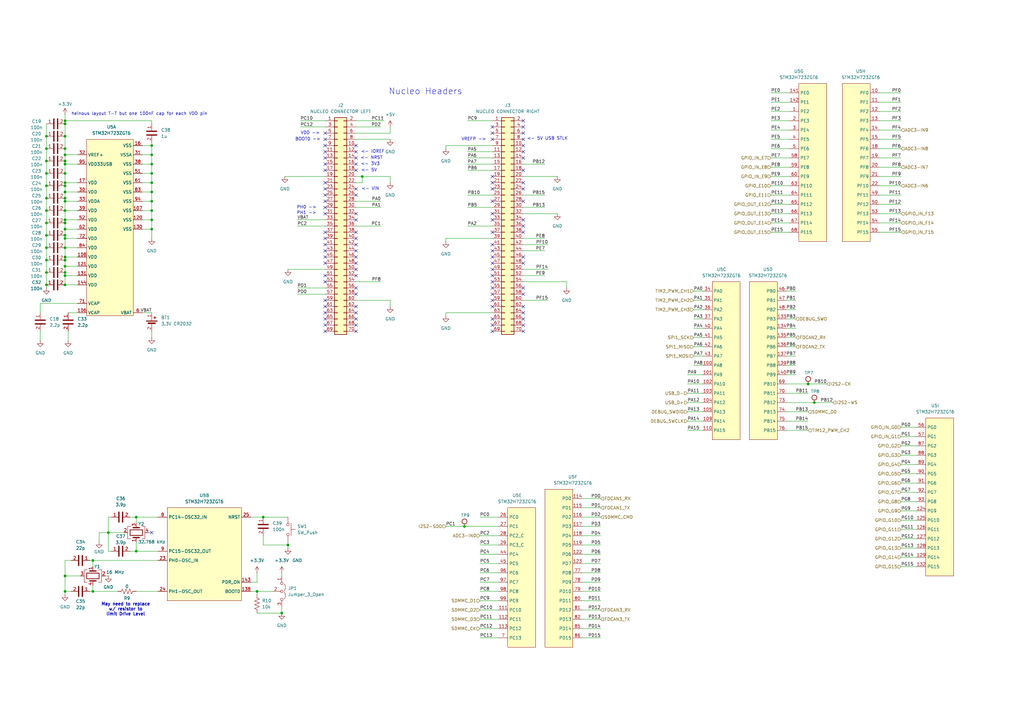
<source format=kicad_sch>
(kicad_sch (version 20250114) (generator "eeschema") (generator_version "9.0")
  (paper "A3")
  (lib_symbols
    (symbol ".Test-Point:RH-5015" (pin_numbers (hide yes)) (pin_names (hide yes))
      (property "Reference" "TP" (at 0 -15.24 0))
      (property "Value" "RH-5015" (at 0 -11.43 0))
      (symbol "RH-5015_1_1"
        (pin passive line (at 0 0 90) (length 0.9906) (name "1") (number "1"))
      )
    )
    (symbol "BFR Capacitors:0402CG220J500NT"
      (property "Reference" "C" (at 0 2.54 0))
      (property "Value" "22p" (at 1.27 2.54 0))
      (symbol "0402CG220J500NT_1_1"
        (pin passive line (at 0 3.81 270) (length 2.794) (name "~") (number "1"))
        (pin passive line (at 0 -3.81 90) (length 2.794) (name "~") (number "2"))
      )
    )
    (symbol "BFR Capacitors:06035A2R2JAT2A"
      (property "Reference" "C" (at 0 2.54 0))
      (property "Value" "2.2p" (at 1.27 2.54 0))
      (symbol "06035A2R2JAT2A_1_1"
        (pin passive line (at 0 3.81 270) (length 2.794) (name "~") (number "1"))
        (pin passive line (at 0 -3.81 90) (length 2.794) (name "~") (number "2"))
      )
    )
    (symbol "BFR Capacitors:06035A3R9CAT2A"
      (property "Reference" "C" (at 0 2.54 0))
      (property "Value" "3.9p" (at 1.27 2.54 0))
      (symbol "06035A3R9CAT2A_1_1"
        (pin passive line (at 0 3.81 270) (length 2.794) (name "~") (number "1"))
        (pin passive line (at 0 -3.81 90) (length 2.794) (name "~") (number "2"))
      )
    )
    (symbol "BFR Capacitors:06035C104KAT2A"
      (property "Reference" "C" (at 0 2.54 0))
      (property "Value" "100n" (at 1.27 2.54 0))
      (symbol "06035C104KAT2A_1_1"
        (pin passive line (at 0 3.81 270) (length 2.794) (name "~") (number "1"))
        (pin passive line (at 0 -3.81 90) (length 2.794) (name "~") (number "2"))
      )
    )
    (symbol "BFR Capacitors:CL10A105KB8NNNC"
      (property "Reference" "C" (at 0 2.54 0))
      (property "Value" "1u" (at 1.27 2.54 0))
      (symbol "CL10A105KB8NNNC_1_1"
        (pin passive line (at 0 3.81 270) (length 2.794) (name "~") (number "1"))
        (pin passive line (at 0 -3.81 90) (length 2.794) (name "~") (number "2"))
      )
    )
    (symbol "BFR Resistors:RMCF0603FT10K0" (pin_numbers (hide yes))
      (property "Reference" "R" (at 0 2.54 0))
      (property "Value" "10k" (at 1.27 2.54 0))
      (symbol "RMCF0603FT10K0_1_1"
        (pin passive line (at -3.81 0 0) (length 1.27) (name "~") (number "1"))
        (pin passive line (at 3.81 0 180) (length 1.27) (name "~") (number "2"))
      )
    )
    (symbol "BFR Resistors:RMCF0603FT10R0" (pin_numbers (hide yes))
      (property "Reference" "R" (at 0 2.54 0))
      (property "Value" "10" (at 1.27 2.54 0))
      (symbol "RMCF0603FT10R0_1_1"
        (pin passive line (at -3.81 0 0) (length 1.27) (name "~") (number "1"))
        (pin passive line (at 3.81 0 180) (length 1.27) (name "~") (number "2"))
      )
    )
    (symbol "Connector_Generic:Conn_02x35_Odd_Even" (pin_names (offset 1.016) (hide yes))
      (property "Reference" "J" (at 1.27 45.72 0))
      (property "Value" "Conn_02x35_Odd_Even" (at 1.27 -45.72 0))
      (symbol "Conn_02x35_Odd_Even_1_1"
        (pin passive line (at -5.08 43.18 0) (length 3.81) (name "Pin_1") (number "1"))
        (pin passive line (at -5.08 40.64 0) (length 3.81) (name "Pin_3") (number "3"))
        (pin passive line (at -5.08 38.1 0) (length 3.81) (name "Pin_5") (number "5"))
        (pin passive line (at -5.08 35.56 0) (length 3.81) (name "Pin_7") (number "7"))
        (pin passive line (at -5.08 33.02 0) (length 3.81) (name "Pin_9") (number "9"))
        (pin passive line (at -5.08 30.48 0) (length 3.81) (name "Pin_11") (number "11"))
        (pin passive line (at -5.08 27.94 0) (length 3.81) (name "Pin_13") (number "13"))
        (pin passive line (at -5.08 25.4 0) (length 3.81) (name "Pin_15") (number "15"))
        (pin passive line (at -5.08 22.86 0) (length 3.81) (name "Pin_17") (number "17"))
        (pin passive line (at -5.08 20.32 0) (length 3.81) (name "Pin_19") (number "19"))
        (pin passive line (at -5.08 17.78 0) (length 3.81) (name "Pin_21") (number "21"))
        (pin passive line (at -5.08 15.24 0) (length 3.81) (name "Pin_23") (number "23"))
        (pin passive line (at -5.08 12.7 0) (length 3.81) (name "Pin_25") (number "25"))
        (pin passive line (at -5.08 10.16 0) (length 3.81) (name "Pin_27") (number "27"))
        (pin passive line (at -5.08 7.62 0) (length 3.81) (name "Pin_29") (number "29"))
        (pin passive line (at -5.08 5.08 0) (length 3.81) (name "Pin_31") (number "31"))
        (pin passive line (at -5.08 2.54 0) (length 3.81) (name "Pin_33") (number "33"))
        (pin passive line (at -5.08 0 0) (length 3.81) (name "Pin_35") (number "35"))
        (pin passive line (at -5.08 -2.54 0) (length 3.81) (name "Pin_37") (number "37"))
        (pin passive line (at -5.08 -5.08 0) (length 3.81) (name "Pin_39") (number "39"))
        (pin passive line (at -5.08 -7.62 0) (length 3.81) (name "Pin_41") (number "41"))
        (pin passive line (at -5.08 -10.16 0) (length 3.81) (name "Pin_43") (number "43"))
        (pin passive line (at -5.08 -12.7 0) (length 3.81) (name "Pin_45") (number "45"))
        (pin passive line (at -5.08 -15.24 0) (length 3.81) (name "Pin_47") (number "47"))
        (pin passive line (at -5.08 -17.78 0) (length 3.81) (name "Pin_49") (number "49"))
        (pin passive line (at -5.08 -20.32 0) (length 3.81) (name "Pin_51") (number "51"))
        (pin passive line (at -5.08 -22.86 0) (length 3.81) (name "Pin_53") (number "53"))
        (pin passive line (at -5.08 -25.4 0) (length 3.81) (name "Pin_55") (number "55"))
        (pin passive line (at -5.08 -27.94 0) (length 3.81) (name "Pin_57") (number "57"))
        (pin passive line (at -5.08 -30.48 0) (length 3.81) (name "Pin_59") (number "59"))
        (pin passive line (at -5.08 -33.02 0) (length 3.81) (name "Pin_61") (number "61"))
        (pin passive line (at -5.08 -35.56 0) (length 3.81) (name "Pin_63") (number "63"))
        (pin passive line (at -5.08 -38.1 0) (length 3.81) (name "Pin_65") (number "65"))
        (pin passive line (at -5.08 -40.64 0) (length 3.81) (name "Pin_67") (number "67"))
        (pin passive line (at -5.08 -43.18 0) (length 3.81) (name "Pin_69") (number "69"))
        (pin passive line (at 7.62 43.18 180) (length 3.81) (name "Pin_2") (number "2"))
        (pin passive line (at 7.62 40.64 180) (length 3.81) (name "Pin_4") (number "4"))
        (pin passive line (at 7.62 38.1 180) (length 3.81) (name "Pin_6") (number "6"))
        (pin passive line (at 7.62 35.56 180) (length 3.81) (name "Pin_8") (number "8"))
        (pin passive line (at 7.62 33.02 180) (length 3.81) (name "Pin_10") (number "10"))
        (pin passive line (at 7.62 30.48 180) (length 3.81) (name "Pin_12") (number "12"))
        (pin passive line (at 7.62 27.94 180) (length 3.81) (name "Pin_14") (number "14"))
        (pin passive line (at 7.62 25.4 180) (length 3.81) (name "Pin_16") (number "16"))
        (pin passive line (at 7.62 22.86 180) (length 3.81) (name "Pin_18") (number "18"))
        (pin passive line (at 7.62 20.32 180) (length 3.81) (name "Pin_20") (number "20"))
        (pin passive line (at 7.62 17.78 180) (length 3.81) (name "Pin_22") (number "22"))
        (pin passive line (at 7.62 15.24 180) (length 3.81) (name "Pin_24") (number "24"))
        (pin passive line (at 7.62 12.7 180) (length 3.81) (name "Pin_26") (number "26"))
        (pin passive line (at 7.62 10.16 180) (length 3.81) (name "Pin_28") (number "28"))
        (pin passive line (at 7.62 7.62 180) (length 3.81) (name "Pin_30") (number "30"))
        (pin passive line (at 7.62 5.08 180) (length 3.81) (name "Pin_32") (number "32"))
        (pin passive line (at 7.62 2.54 180) (length 3.81) (name "Pin_34") (number "34"))
        (pin passive line (at 7.62 0 180) (length 3.81) (name "Pin_36") (number "36"))
        (pin passive line (at 7.62 -2.54 180) (length 3.81) (name "Pin_38") (number "38"))
        (pin passive line (at 7.62 -5.08 180) (length 3.81) (name "Pin_40") (number "40"))
        (pin passive line (at 7.62 -7.62 180) (length 3.81) (name "Pin_42") (number "42"))
        (pin passive line (at 7.62 -10.16 180) (length 3.81) (name "Pin_44") (number "44"))
        (pin passive line (at 7.62 -12.7 180) (length 3.81) (name "Pin_46") (number "46"))
        (pin passive line (at 7.62 -15.24 180) (length 3.81) (name "Pin_48") (number "48"))
        (pin passive line (at 7.62 -17.78 180) (length 3.81) (name "Pin_50") (number "50"))
        (pin passive line (at 7.62 -20.32 180) (length 3.81) (name "Pin_52") (number "52"))
        (pin passive line (at 7.62 -22.86 180) (length 3.81) (name "Pin_54") (number "54"))
        (pin passive line (at 7.62 -25.4 180) (length 3.81) (name "Pin_56") (number "56"))
        (pin passive line (at 7.62 -27.94 180) (length 3.81) (name "Pin_58") (number "58"))
        (pin passive line (at 7.62 -30.48 180) (length 3.81) (name "Pin_60") (number "60"))
        (pin passive line (at 7.62 -33.02 180) (length 3.81) (name "Pin_62") (number "62"))
        (pin passive line (at 7.62 -35.56 180) (length 3.81) (name "Pin_64") (number "64"))
        (pin passive line (at 7.62 -38.1 180) (length 3.81) (name "Pin_66") (number "66"))
        (pin passive line (at 7.62 -40.64 180) (length 3.81) (name "Pin_68") (number "68"))
        (pin passive line (at 7.62 -43.18 180) (length 3.81) (name "Pin_70") (number "70"))
      )
    )
    (symbol "Device:Battery_Cell" (pin_names (offset 0) (hide yes))
      (property "Reference" "BT" (at 2.54 2.54 0))
      (property "Value" "Battery_Cell" (at 2.54 0 0))
      (symbol "Battery_Cell_1_1"
        (pin passive line (at 0 5.08 270) (length 2.54) (name "+") (number "1"))
        (pin passive line (at 0 -2.54 90) (length 2.54) (name "-") (number "2"))
      )
    )
    (symbol "Device:Crystal_GND23" (pin_names (offset 1.016) (hide yes))
      (property "Reference" "Y" (at 3.175 5.08 0))
      (property "Value" "Crystal_GND23" (at 3.175 3.175 0))
      (symbol "Crystal_GND23_1_1"
        (pin passive line (at -3.81 0 0) (length 1.27) (name "1") (number "1"))
        (pin passive line (at 0 5.08 270) (length 1.27) (name "2") (number "2"))
        (pin passive line (at 0 -5.08 90) (length 1.27) (name "3") (number "3"))
        (pin passive line (at 3.81 0 180) (length 1.27) (name "4") (number "4"))
      )
    )
    (symbol "Device:Crystal_GND24" (pin_names (offset 1.016) (hide yes))
      (property "Reference" "Y" (at 3.175 5.08 0))
      (property "Value" "Crystal_GND24" (at 3.175 3.175 0))
      (symbol "Crystal_GND24_1_1"
        (pin passive line (at -3.81 0 0) (length 1.27) (name "1") (number "1"))
        (pin passive line (at 0 5.08 270) (length 1.27) (name "2") (number "2"))
        (pin passive line (at 0 -5.08 90) (length 1.27) (name "4") (number "4"))
        (pin passive line (at 3.81 0 180) (length 1.27) (name "3") (number "3"))
      )
    )
    (symbol "Jumper:Jumper_3_Open" (pin_names (offset 0) (hide yes)) (in_bom no)
      (property "Reference" "JP" (at -2.54 -2.54 0))
      (property "Value" "Jumper_3_Open" (at 0 2.794 0))
      (symbol "Jumper_3_Open_1_1"
        (pin passive line (at -6.35 0 0) (length 2.54) (name "A") (number "1"))
        (pin passive line (at 0 -3.81 90) (length 2.54) (name "C") (number "2"))
        (pin passive line (at 6.35 0 180) (length 2.54) (name "B") (number "3"))
      )
    )
    (symbol "STM32H723ZGT6-LQFP144_1"
      (property "Reference" "U3" (at 0 1.27 0))
      (property "Value" "STM32H723ZGT6" (at 0 -1.27 0))
      (symbol "STM32H723ZGT6-LQFP144_1_1_1"
        (pin output line (at -13.97 -6.35 0) (length 3.81) (name "VBAT") (number "6"))
        (pin output line (at -13.97 -10.16 0) (length 3.81) (name "VREF+") (number "32"))
        (pin output line (at -13.97 -13.97 0) (length 3.81) (name "VDD33USB") (number "95"))
        (pin output line (at -13.97 -21.59 0) (length 3.81) (name "VDD") (number "17"))
        (pin output line (at -13.97 -25.4 0) (length 3.81) (name "VDD") (number "30"))
        (pin output line (at -13.97 -29.21 0) (length 3.81) (name "VDDA") (number "33"))
        (pin output line (at -13.97 -33.02 0) (length 3.81) (name "VDD") (number "39"))
        (pin output line (at -13.97 -36.83 0) (length 3.81) (name "VDD") (number "52"))
        (pin output line (at -13.97 -40.64 0) (length 3.81) (name "VDD") (number "62"))
        (pin output line (at -13.97 -44.45 0) (length 3.81) (name "VDD") (number "72"))
        (pin output line (at -13.97 -48.26 0) (length 3.81) (name "VDD") (number "84"))
        (pin output line (at -13.97 -52.07 0) (length 3.81) (name "VDD") (number "108"))
        (pin output line (at -13.97 -55.88 0) (length 3.81) (name "VDD") (number "121"))
        (pin output line (at -13.97 -59.69 0) (length 3.81) (name "VDD") (number "131"))
        (pin output line (at -13.97 -63.5 0) (length 3.81) (name "VDD") (number "144"))
        (pin output line (at -13.97 -71.12 0) (length 3.81) (name "VCAP") (number "71"))
        (pin output line (at -13.97 -74.93 0) (length 3.81) (name "VCAP") (number "106"))
        (pin output line (at 12.7 -6.35 180) (length 3.81) (name "VSS") (number "16"))
        (pin output line (at 12.7 -10.16 180) (length 3.81) (name "VSSA") (number "31"))
        (pin output line (at 12.7 -13.97 180) (length 3.81) (name "VSS") (number "38"))
        (pin output line (at 12.7 -17.78 180) (length 3.81) (name "VSS") (number "51"))
        (pin output line (at 12.7 -21.59 180) (length 3.81) (name "VSS") (number "61"))
        (pin output line (at 12.7 -25.4 180) (length 3.81) (name "VSS") (number "83"))
        (pin output line (at 12.7 -29.21 180) (length 3.81) (name "VSS") (number "94"))
        (pin output line (at 12.7 -33.02 180) (length 3.81) (name "VSS") (number "107"))
        (pin output line (at 12.7 -36.83 180) (length 3.81) (name "VSS") (number "120"))
        (pin output line (at 12.7 -40.64 180) (length 3.81) (name "VSS") (number "130"))
      )
      (symbol "STM32H723ZGT6-LQFP144_1_2_1"
        (pin output line (at -19.05 -7.62 0) (length 3.81) (name "PC14-OSC32_IN") (number "8"))
        (pin output line (at -19.05 -21.59 0) (length 3.81) (name "PC15-OSC32_OUT") (number "9"))
        (pin output line (at -19.05 -25.4 0) (length 3.81) (name "PH0-OSC_IN") (number "23"))
        (pin output line (at -19.05 -38.1 0) (length 3.81) (name "PH1-OSC_OUT") (number "24"))
        (pin output line (at 19.05 -7.62 180) (length 3.81) (name "NRST") (number "25"))
        (pin output line (at 19.05 -34.29 180) (length 3.81) (name "PDR_ON") (number "143"))
        (pin output line (at 19.05 -38.1 180) (length 3.81) (name "BOOT0") (number "138"))
      )
      (symbol "STM32H723ZGT6-LQFP144_1_3_1"
        (pin output line (at -7.62 -7.62 0) (length 3.81) (name "PA0") (number "34"))
        (pin output line (at -7.62 -11.43 0) (length 3.81) (name "PA1") (number "35"))
        (pin output line (at -7.62 -15.24 0) (length 3.81) (name "PA2") (number "36"))
        (pin output line (at -7.62 -19.05 0) (length 3.81) (name "PA3") (number "37"))
        (pin output line (at -7.62 -22.86 0) (length 3.81) (name "PA4") (number "40"))
        (pin output line (at -7.62 -26.67 0) (length 3.81) (name "PA5") (number "41"))
        (pin output line (at -7.62 -30.48 0) (length 3.81) (name "PA6") (number "42"))
        (pin output line (at -7.62 -34.29 0) (length 3.81) (name "PA7") (number "43"))
        (pin output line (at -7.62 -38.1 0) (length 3.81) (name "PA8") (number "100"))
        (pin output line (at -7.62 -41.91 0) (length 3.81) (name "PA9") (number "101"))
        (pin output line (at -7.62 -45.72 0) (length 3.81) (name "PA10") (number "102"))
        (pin output line (at -7.62 -49.53 0) (length 3.81) (name "PA11") (number "103"))
        (pin output line (at -7.62 -53.34 0) (length 3.81) (name "PA12") (number "104"))
        (pin output line (at -7.62 -57.15 0) (length 3.81) (name "PA13") (number "105"))
        (pin output line (at -7.62 -60.96 0) (length 3.81) (name "PA14") (number "109"))
        (pin output line (at -7.62 -64.77 0) (length 3.81) (name "PA15") (number "110"))
      )
      (symbol "STM32H723ZGT6-LQFP144_1_4_1"
        (pin output line (at 7.62 -7.62 180) (length 3.81) (name "PB0") (number "46"))
        (pin output line (at 7.62 -11.43 180) (length 3.81) (name "PB1") (number "47"))
        (pin output line (at 7.62 -15.24 180) (length 3.81) (name "PB2") (number "48"))
        (pin output line (at 7.62 -19.05 180) (length 3.81) (name "PB3") (number "133"))
        (pin output line (at 7.62 -22.86 180) (length 3.81) (name "PB4") (number "134"))
        (pin output line (at 7.62 -26.67 180) (length 3.81) (name "PB5") (number "135"))
        (pin output line (at 7.62 -30.48 180) (length 3.81) (name "PB6") (number "136"))
        (pin output line (at 7.62 -34.29 180) (length 3.81) (name "PB7") (number "137"))
        (pin output line (at 7.62 -38.1 180) (length 3.81) (name "PB8") (number "139"))
        (pin output line (at 7.62 -41.91 180) (length 3.81) (name "PB9") (number "140"))
        (pin output line (at 7.62 -45.72 180) (length 3.81) (name "PB10") (number "69"))
        (pin output line (at 7.62 -49.53 180) (length 3.81) (name "PB11") (number "70"))
        (pin output line (at 7.62 -53.34 180) (length 3.81) (name "PB12") (number "73"))
        (pin output line (at 7.62 -57.15 180) (length 3.81) (name "PB13") (number "74"))
        (pin output line (at 7.62 -60.96 180) (length 3.81) (name "PB14") (number "75"))
        (pin output line (at 7.62 -64.77 180) (length 3.81) (name "PB15") (number "76"))
      )
      (symbol "STM32H723ZGT6-LQFP144_1_5_1"
        (pin output line (at -7.62 -7.62 0) (length 3.81) (name "PC0") (number "26"))
        (pin output line (at -7.62 -11.43 0) (length 3.81) (name "PC1") (number "27"))
        (pin output line (at -7.62 -15.24 0) (length 3.81) (name "PC2_C") (number "28"))
        (pin output line (at -7.62 -19.05 0) (length 3.81) (name "PC3_C") (number "29"))
        (pin output line (at -7.62 -22.86 0) (length 3.81) (name "PC4") (number "44"))
        (pin output line (at -7.62 -26.67 0) (length 3.81) (name "PC5") (number "45"))
        (pin output line (at -7.62 -30.48 0) (length 3.81) (name "PC6") (number "96"))
        (pin output line (at -7.62 -34.29 0) (length 3.81) (name "PC7") (number "97"))
        (pin output line (at -7.62 -38.1 0) (length 3.81) (name "PC8") (number "98"))
        (pin output line (at -7.62 -41.91 0) (length 3.81) (name "PC9") (number "99"))
        (pin output line (at -7.62 -45.72 0) (length 3.81) (name "PC10") (number "111"))
        (pin output line (at -7.62 -49.53 0) (length 3.81) (name "PC11") (number "112"))
        (pin output line (at -7.62 -53.34 0) (length 3.81) (name "PC12") (number "113"))
        (pin output line (at -7.62 -57.15 0) (length 3.81) (name "PC13") (number "7"))
      )
      (symbol "STM32H723ZGT6-LQFP144_1_6_1"
        (pin output line (at 3.81 -7.62 180) (length 3.81) (name "PD0") (number "114"))
        (pin output line (at 3.81 -11.43 180) (length 3.81) (name "PD1") (number "115"))
        (pin output line (at 3.81 -15.24 180) (length 3.81) (name "PD2") (number "116"))
        (pin output line (at 3.81 -19.05 180) (length 3.81) (name "PD3") (number "117"))
        (pin output line (at 3.81 -22.86 180) (length 3.81) (name "PD4") (number "118"))
        (pin output line (at 3.81 -26.67 180) (length 3.81) (name "PD5") (number "119"))
        (pin output line (at 3.81 -30.48 180) (length 3.81) (name "PD6") (number "122"))
        (pin output line (at 3.81 -34.29 180) (length 3.81) (name "PD7") (number "123"))
        (pin output line (at 3.81 -38.1 180) (length 3.81) (name "PD8") (number "77"))
        (pin output line (at 3.81 -41.91 180) (length 3.81) (name "PD9") (number "78"))
        (pin output line (at 3.81 -45.72 180) (length 3.81) (name "PD10") (number "79"))
        (pin output line (at 3.81 -49.53 180) (length 3.81) (name "PD11") (number "80"))
        (pin output line (at 3.81 -53.34 180) (length 3.81) (name "PD12") (number "81"))
        (pin output line (at 3.81 -57.15 180) (length 3.81) (name "PD13") (number "82"))
        (pin output line (at 3.81 -60.96 180) (length 3.81) (name "PD14") (number "85"))
        (pin output line (at 3.81 -64.77 180) (length 3.81) (name "PD15") (number "86"))
      )
      (symbol "STM32H723ZGT6-LQFP144_1_7_1"
        (pin output line (at -3.81 -7.62 0) (length 3.81) (name "PE0") (number "141"))
        (pin output line (at -3.81 -11.43 0) (length 3.81) (name "PE1") (number "142"))
        (pin output line (at -3.81 -15.24 0) (length 3.81) (name "PE2") (number "1"))
        (pin output line (at -3.81 -19.05 0) (length 3.81) (name "PE3") (number "2"))
        (pin output line (at -3.81 -22.86 0) (length 3.81) (name "PE4") (number "3"))
        (pin output line (at -3.81 -26.67 0) (length 3.81) (name "PE5") (number "4"))
        (pin output line (at -3.81 -30.48 0) (length 3.81) (name "PE6") (number "5"))
        (pin output line (at -3.81 -34.29 0) (length 3.81) (name "PE7") (number "58"))
        (pin output line (at -3.81 -38.1 0) (length 3.81) (name "PE8") (number "59"))
        (pin output line (at -3.81 -41.91 0) (length 3.81) (name "PE9") (number "60"))
        (pin output line (at -3.81 -45.72 0) (length 3.81) (name "PE10") (number "63"))
        (pin output line (at -3.81 -49.53 0) (length 3.81) (name "PE11") (number "64"))
        (pin output line (at -3.81 -53.34 0) (length 3.81) (name "PE12") (number "65"))
        (pin output line (at -3.81 -57.15 0) (length 3.81) (name "PE13") (number "66"))
        (pin output line (at -3.81 -60.96 0) (length 3.81) (name "PE14") (number "67"))
        (pin output line (at -3.81 -64.77 0) (length 3.81) (name "PE15") (number "68"))
      )
      (symbol "STM32H723ZGT6-LQFP144_1_8_1"
        (pin output line (at 7.62 -7.62 180) (length 3.81) (name "PF0") (number "10"))
        (pin output line (at 7.62 -11.43 180) (length 3.81) (name "PF1") (number "11"))
        (pin output line (at 7.62 -15.24 180) (length 3.81) (name "PF2") (number "12"))
        (pin output line (at 7.62 -19.05 180) (length 3.81) (name "PF3") (number "13"))
        (pin output line (at 7.62 -22.86 180) (length 3.81) (name "PF4") (number "14"))
        (pin output line (at 7.62 -26.67 180) (length 3.81) (name "PF5") (number "15"))
        (pin output line (at 7.62 -30.48 180) (length 3.81) (name "PF6") (number "18"))
        (pin output line (at 7.62 -34.29 180) (length 3.81) (name "PF7") (number "19"))
        (pin output line (at 7.62 -38.1 180) (length 3.81) (name "PF8") (number "20"))
        (pin output line (at 7.62 -41.91 180) (length 3.81) (name "PF9") (number "21"))
        (pin output line (at 7.62 -45.72 180) (length 3.81) (name "PF10") (number "22"))
        (pin output line (at 7.62 -49.53 180) (length 3.81) (name "PF11") (number "49"))
        (pin output line (at 7.62 -53.34 180) (length 3.81) (name "PF12") (number "50"))
        (pin output line (at 7.62 -57.15 180) (length 3.81) (name "PF13") (number "53"))
        (pin output line (at 7.62 -60.96 180) (length 3.81) (name "PF14") (number "54"))
        (pin output line (at 7.62 -64.77 180) (length 3.81) (name "PF15") (number "55"))
      )
      (symbol "STM32H723ZGT6-LQFP144_1_9_1"
        (pin output line (at -7.62 -7.62 0) (length 3.81) (name "PG0") (number "56"))
        (pin output line (at -7.62 -11.43 0) (length 3.81) (name "PG1") (number "57"))
        (pin output line (at -7.62 -15.24 0) (length 3.81) (name "PG2") (number "87"))
        (pin output line (at -7.62 -19.05 0) (length 3.81) (name "PG3") (number "88"))
        (pin output line (at -7.62 -22.86 0) (length 3.81) (name "PG4") (number "89"))
        (pin output line (at -7.62 -26.67 0) (length 3.81) (name "PG5") (number "90"))
        (pin output line (at -7.62 -30.48 0) (length 3.81) (name "PG6") (number "91"))
        (pin output line (at -7.62 -34.29 0) (length 3.81) (name "PG7") (number "92"))
        (pin output line (at -7.62 -38.1 0) (length 3.81) (name "PG8") (number "93"))
        (pin output line (at -7.62 -41.91 0) (length 3.81) (name "PG9") (number "124"))
        (pin output line (at -7.62 -45.72 0) (length 3.81) (name "PG10") (number "125"))
        (pin output line (at -7.62 -49.53 0) (length 3.81) (name "PG11") (number "126"))
        (pin output line (at -7.62 -53.34 0) (length 3.81) (name "PG12") (number "127"))
        (pin output line (at -7.62 -57.15 0) (length 3.81) (name "PG13") (number "128"))
        (pin output line (at -7.62 -60.96 0) (length 3.81) (name "PG14") (number "129"))
        (pin output line (at -7.62 -64.77 0) (length 3.81) (name "PG15") (number "132"))
      )
    )
    (symbol "STM32H723ZGT6-LQFP144_2"
      (property "Reference" "U3" (at 0 1.27 0))
      (property "Value" "STM32H723ZGT6" (at 0 -1.27 0))
      (symbol "STM32H723ZGT6-LQFP144_2_1_1"
        (pin output line (at -13.97 -6.35 0) (length 3.81) (name "VBAT") (number "6"))
        (pin output line (at -13.97 -10.16 0) (length 3.81) (name "VREF+") (number "32"))
        (pin output line (at -13.97 -13.97 0) (length 3.81) (name "VDD33USB") (number "95"))
        (pin output line (at -13.97 -21.59 0) (length 3.81) (name "VDD") (number "17"))
        (pin output line (at -13.97 -25.4 0) (length 3.81) (name "VDD") (number "30"))
        (pin output line (at -13.97 -29.21 0) (length 3.81) (name "VDDA") (number "33"))
        (pin output line (at -13.97 -33.02 0) (length 3.81) (name "VDD") (number "39"))
        (pin output line (at -13.97 -36.83 0) (length 3.81) (name "VDD") (number "52"))
        (pin output line (at -13.97 -40.64 0) (length 3.81) (name "VDD") (number "62"))
        (pin output line (at -13.97 -44.45 0) (length 3.81) (name "VDD") (number "72"))
        (pin output line (at -13.97 -48.26 0) (length 3.81) (name "VDD") (number "84"))
        (pin output line (at -13.97 -52.07 0) (length 3.81) (name "VDD") (number "108"))
        (pin output line (at -13.97 -55.88 0) (length 3.81) (name "VDD") (number "121"))
        (pin output line (at -13.97 -59.69 0) (length 3.81) (name "VDD") (number "131"))
        (pin output line (at -13.97 -63.5 0) (length 3.81) (name "VDD") (number "144"))
        (pin output line (at -13.97 -71.12 0) (length 3.81) (name "VCAP") (number "71"))
        (pin output line (at -13.97 -74.93 0) (length 3.81) (name "VCAP") (number "106"))
        (pin output line (at 12.7 -6.35 180) (length 3.81) (name "VSS") (number "16"))
        (pin output line (at 12.7 -10.16 180) (length 3.81) (name "VSSA") (number "31"))
        (pin output line (at 12.7 -13.97 180) (length 3.81) (name "VSS") (number "38"))
        (pin output line (at 12.7 -17.78 180) (length 3.81) (name "VSS") (number "51"))
        (pin output line (at 12.7 -21.59 180) (length 3.81) (name "VSS") (number "61"))
        (pin output line (at 12.7 -25.4 180) (length 3.81) (name "VSS") (number "83"))
        (pin output line (at 12.7 -29.21 180) (length 3.81) (name "VSS") (number "94"))
        (pin output line (at 12.7 -33.02 180) (length 3.81) (name "VSS") (number "107"))
        (pin output line (at 12.7 -36.83 180) (length 3.81) (name "VSS") (number "120"))
        (pin output line (at 12.7 -40.64 180) (length 3.81) (name "VSS") (number "130"))
      )
      (symbol "STM32H723ZGT6-LQFP144_2_2_1"
        (pin output line (at -19.05 -7.62 0) (length 3.81) (name "PC14-OSC32_IN") (number "8"))
        (pin output line (at -19.05 -21.59 0) (length 3.81) (name "PC15-OSC32_OUT") (number "9"))
        (pin output line (at -19.05 -25.4 0) (length 3.81) (name "PH0-OSC_IN") (number "23"))
        (pin output line (at -19.05 -38.1 0) (length 3.81) (name "PH1-OSC_OUT") (number "24"))
        (pin output line (at 19.05 -7.62 180) (length 3.81) (name "NRST") (number "25"))
        (pin output line (at 19.05 -34.29 180) (length 3.81) (name "PDR_ON") (number "143"))
        (pin output line (at 19.05 -38.1 180) (length 3.81) (name "BOOT0") (number "138"))
      )
      (symbol "STM32H723ZGT6-LQFP144_2_3_1"
        (pin output line (at -7.62 -7.62 0) (length 3.81) (name "PA0") (number "34"))
        (pin output line (at -7.62 -11.43 0) (length 3.81) (name "PA1") (number "35"))
        (pin output line (at -7.62 -15.24 0) (length 3.81) (name "PA2") (number "36"))
        (pin output line (at -7.62 -19.05 0) (length 3.81) (name "PA3") (number "37"))
        (pin output line (at -7.62 -22.86 0) (length 3.81) (name "PA4") (number "40"))
        (pin output line (at -7.62 -26.67 0) (length 3.81) (name "PA5") (number "41"))
        (pin output line (at -7.62 -30.48 0) (length 3.81) (name "PA6") (number "42"))
        (pin output line (at -7.62 -34.29 0) (length 3.81) (name "PA7") (number "43"))
        (pin output line (at -7.62 -38.1 0) (length 3.81) (name "PA8") (number "100"))
        (pin output line (at -7.62 -41.91 0) (length 3.81) (name "PA9") (number "101"))
        (pin output line (at -7.62 -45.72 0) (length 3.81) (name "PA10") (number "102"))
        (pin output line (at -7.62 -49.53 0) (length 3.81) (name "PA11") (number "103"))
        (pin output line (at -7.62 -53.34 0) (length 3.81) (name "PA12") (number "104"))
        (pin output line (at -7.62 -57.15 0) (length 3.81) (name "PA13") (number "105"))
        (pin output line (at -7.62 -60.96 0) (length 3.81) (name "PA14") (number "109"))
        (pin output line (at -7.62 -64.77 0) (length 3.81) (name "PA15") (number "110"))
      )
      (symbol "STM32H723ZGT6-LQFP144_2_4_1"
        (pin output line (at 7.62 -7.62 180) (length 3.81) (name "PB0") (number "46"))
        (pin output line (at 7.62 -11.43 180) (length 3.81) (name "PB1") (number "47"))
        (pin output line (at 7.62 -15.24 180) (length 3.81) (name "PB2") (number "48"))
        (pin output line (at 7.62 -19.05 180) (length 3.81) (name "PB3") (number "133"))
        (pin output line (at 7.62 -22.86 180) (length 3.81) (name "PB4") (number "134"))
        (pin output line (at 7.62 -26.67 180) (length 3.81) (name "PB5") (number "135"))
        (pin output line (at 7.62 -30.48 180) (length 3.81) (name "PB6") (number "136"))
        (pin output line (at 7.62 -34.29 180) (length 3.81) (name "PB7") (number "137"))
        (pin output line (at 7.62 -38.1 180) (length 3.81) (name "PB8") (number "139"))
        (pin output line (at 7.62 -41.91 180) (length 3.81) (name "PB9") (number "140"))
        (pin output line (at 7.62 -45.72 180) (length 3.81) (name "PB10") (number "69"))
        (pin output line (at 7.62 -49.53 180) (length 3.81) (name "PB11") (number "70"))
        (pin output line (at 7.62 -53.34 180) (length 3.81) (name "PB12") (number "73"))
        (pin output line (at 7.62 -57.15 180) (length 3.81) (name "PB13") (number "74"))
        (pin output line (at 7.62 -60.96 180) (length 3.81) (name "PB14") (number "75"))
        (pin output line (at 7.62 -64.77 180) (length 3.81) (name "PB15") (number "76"))
      )
      (symbol "STM32H723ZGT6-LQFP144_2_5_1"
        (pin output line (at -7.62 -7.62 0) (length 3.81) (name "PC0") (number "26"))
        (pin output line (at -7.62 -11.43 0) (length 3.81) (name "PC1") (number "27"))
        (pin output line (at -7.62 -15.24 0) (length 3.81) (name "PC2_C") (number "28"))
        (pin output line (at -7.62 -19.05 0) (length 3.81) (name "PC3_C") (number "29"))
        (pin output line (at -7.62 -22.86 0) (length 3.81) (name "PC4") (number "44"))
        (pin output line (at -7.62 -26.67 0) (length 3.81) (name "PC5") (number "45"))
        (pin output line (at -7.62 -30.48 0) (length 3.81) (name "PC6") (number "96"))
        (pin output line (at -7.62 -34.29 0) (length 3.81) (name "PC7") (number "97"))
        (pin output line (at -7.62 -38.1 0) (length 3.81) (name "PC8") (number "98"))
        (pin output line (at -7.62 -41.91 0) (length 3.81) (name "PC9") (number "99"))
        (pin output line (at -7.62 -45.72 0) (length 3.81) (name "PC10") (number "111"))
        (pin output line (at -7.62 -49.53 0) (length 3.81) (name "PC11") (number "112"))
        (pin output line (at -7.62 -53.34 0) (length 3.81) (name "PC12") (number "113"))
        (pin output line (at -7.62 -57.15 0) (length 3.81) (name "PC13") (number "7"))
      )
      (symbol "STM32H723ZGT6-LQFP144_2_6_1"
        (pin output line (at 3.81 -7.62 180) (length 3.81) (name "PD0") (number "114"))
        (pin output line (at 3.81 -11.43 180) (length 3.81) (name "PD1") (number "115"))
        (pin output line (at 3.81 -15.24 180) (length 3.81) (name "PD2") (number "116"))
        (pin output line (at 3.81 -19.05 180) (length 3.81) (name "PD3") (number "117"))
        (pin output line (at 3.81 -22.86 180) (length 3.81) (name "PD4") (number "118"))
        (pin output line (at 3.81 -26.67 180) (length 3.81) (name "PD5") (number "119"))
        (pin output line (at 3.81 -30.48 180) (length 3.81) (name "PD6") (number "122"))
        (pin output line (at 3.81 -34.29 180) (length 3.81) (name "PD7") (number "123"))
        (pin output line (at 3.81 -38.1 180) (length 3.81) (name "PD8") (number "77"))
        (pin output line (at 3.81 -41.91 180) (length 3.81) (name "PD9") (number "78"))
        (pin output line (at 3.81 -45.72 180) (length 3.81) (name "PD10") (number "79"))
        (pin output line (at 3.81 -49.53 180) (length 3.81) (name "PD11") (number "80"))
        (pin output line (at 3.81 -53.34 180) (length 3.81) (name "PD12") (number "81"))
        (pin output line (at 3.81 -57.15 180) (length 3.81) (name "PD13") (number "82"))
        (pin output line (at 3.81 -60.96 180) (length 3.81) (name "PD14") (number "85"))
        (pin output line (at 3.81 -64.77 180) (length 3.81) (name "PD15") (number "86"))
      )
      (symbol "STM32H723ZGT6-LQFP144_2_7_1"
        (pin output line (at -3.81 -7.62 0) (length 3.81) (name "PE0") (number "141"))
        (pin output line (at -3.81 -11.43 0) (length 3.81) (name "PE1") (number "142"))
        (pin output line (at -3.81 -15.24 0) (length 3.81) (name "PE2") (number "1"))
        (pin output line (at -3.81 -19.05 0) (length 3.81) (name "PE3") (number "2"))
        (pin output line (at -3.81 -22.86 0) (length 3.81) (name "PE4") (number "3"))
        (pin output line (at -3.81 -26.67 0) (length 3.81) (name "PE5") (number "4"))
        (pin output line (at -3.81 -30.48 0) (length 3.81) (name "PE6") (number "5"))
        (pin output line (at -3.81 -34.29 0) (length 3.81) (name "PE7") (number "58"))
        (pin output line (at -3.81 -38.1 0) (length 3.81) (name "PE8") (number "59"))
        (pin output line (at -3.81 -41.91 0) (length 3.81) (name "PE9") (number "60"))
        (pin output line (at -3.81 -45.72 0) (length 3.81) (name "PE10") (number "63"))
        (pin output line (at -3.81 -49.53 0) (length 3.81) (name "PE11") (number "64"))
        (pin output line (at -3.81 -53.34 0) (length 3.81) (name "PE12") (number "65"))
        (pin output line (at -3.81 -57.15 0) (length 3.81) (name "PE13") (number "66"))
        (pin output line (at -3.81 -60.96 0) (length 3.81) (name "PE14") (number "67"))
        (pin output line (at -3.81 -64.77 0) (length 3.81) (name "PE15") (number "68"))
      )
      (symbol "STM32H723ZGT6-LQFP144_2_8_1"
        (pin output line (at 7.62 -7.62 180) (length 3.81) (name "PF0") (number "10"))
        (pin output line (at 7.62 -11.43 180) (length 3.81) (name "PF1") (number "11"))
        (pin output line (at 7.62 -15.24 180) (length 3.81) (name "PF2") (number "12"))
        (pin output line (at 7.62 -19.05 180) (length 3.81) (name "PF3") (number "13"))
        (pin output line (at 7.62 -22.86 180) (length 3.81) (name "PF4") (number "14"))
        (pin output line (at 7.62 -26.67 180) (length 3.81) (name "PF5") (number "15"))
        (pin output line (at 7.62 -30.48 180) (length 3.81) (name "PF6") (number "18"))
        (pin output line (at 7.62 -34.29 180) (length 3.81) (name "PF7") (number "19"))
        (pin output line (at 7.62 -38.1 180) (length 3.81) (name "PF8") (number "20"))
        (pin output line (at 7.62 -41.91 180) (length 3.81) (name "PF9") (number "21"))
        (pin output line (at 7.62 -45.72 180) (length 3.81) (name "PF10") (number "22"))
        (pin output line (at 7.62 -49.53 180) (length 3.81) (name "PF11") (number "49"))
        (pin output line (at 7.62 -53.34 180) (length 3.81) (name "PF12") (number "50"))
        (pin output line (at 7.62 -57.15 180) (length 3.81) (name "PF13") (number "53"))
        (pin output line (at 7.62 -60.96 180) (length 3.81) (name "PF14") (number "54"))
        (pin output line (at 7.62 -64.77 180) (length 3.81) (name "PF15") (number "55"))
      )
      (symbol "STM32H723ZGT6-LQFP144_2_9_1"
        (pin output line (at -7.62 -7.62 0) (length 3.81) (name "PG0") (number "56"))
        (pin output line (at -7.62 -11.43 0) (length 3.81) (name "PG1") (number "57"))
        (pin output line (at -7.62 -15.24 0) (length 3.81) (name "PG2") (number "87"))
        (pin output line (at -7.62 -19.05 0) (length 3.81) (name "PG3") (number "88"))
        (pin output line (at -7.62 -22.86 0) (length 3.81) (name "PG4") (number "89"))
        (pin output line (at -7.62 -26.67 0) (length 3.81) (name "PG5") (number "90"))
        (pin output line (at -7.62 -30.48 0) (length 3.81) (name "PG6") (number "91"))
        (pin output line (at -7.62 -34.29 0) (length 3.81) (name "PG7") (number "92"))
        (pin output line (at -7.62 -38.1 0) (length 3.81) (name "PG8") (number "93"))
        (pin output line (at -7.62 -41.91 0) (length 3.81) (name "PG9") (number "124"))
        (pin output line (at -7.62 -45.72 0) (length 3.81) (name "PG10") (number "125"))
        (pin output line (at -7.62 -49.53 0) (length 3.81) (name "PG11") (number "126"))
        (pin output line (at -7.62 -53.34 0) (length 3.81) (name "PG12") (number "127"))
        (pin output line (at -7.62 -57.15 0) (length 3.81) (name "PG13") (number "128"))
        (pin output line (at -7.62 -60.96 0) (length 3.81) (name "PG14") (number "129"))
        (pin output line (at -7.62 -64.77 0) (length 3.81) (name "PG15") (number "132"))
      )
    )
    (symbol "STM32H723ZGT6-LQFP144_3"
      (property "Reference" "U3" (at 0 1.27 0))
      (property "Value" "STM32H723ZGT6" (at 0 -1.27 0))
      (symbol "STM32H723ZGT6-LQFP144_3_1_1"
        (pin output line (at -13.97 -6.35 0) (length 3.81) (name "VBAT") (number "6"))
        (pin output line (at -13.97 -10.16 0) (length 3.81) (name "VREF+") (number "32"))
        (pin output line (at -13.97 -13.97 0) (length 3.81) (name "VDD33USB") (number "95"))
        (pin output line (at -13.97 -21.59 0) (length 3.81) (name "VDD") (number "17"))
        (pin output line (at -13.97 -25.4 0) (length 3.81) (name "VDD") (number "30"))
        (pin output line (at -13.97 -29.21 0) (length 3.81) (name "VDDA") (number "33"))
        (pin output line (at -13.97 -33.02 0) (length 3.81) (name "VDD") (number "39"))
        (pin output line (at -13.97 -36.83 0) (length 3.81) (name "VDD") (number "52"))
        (pin output line (at -13.97 -40.64 0) (length 3.81) (name "VDD") (number "62"))
        (pin output line (at -13.97 -44.45 0) (length 3.81) (name "VDD") (number "72"))
        (pin output line (at -13.97 -48.26 0) (length 3.81) (name "VDD") (number "84"))
        (pin output line (at -13.97 -52.07 0) (length 3.81) (name "VDD") (number "108"))
        (pin output line (at -13.97 -55.88 0) (length 3.81) (name "VDD") (number "121"))
        (pin output line (at -13.97 -59.69 0) (length 3.81) (name "VDD") (number "131"))
        (pin output line (at -13.97 -63.5 0) (length 3.81) (name "VDD") (number "144"))
        (pin output line (at -13.97 -71.12 0) (length 3.81) (name "VCAP") (number "71"))
        (pin output line (at -13.97 -74.93 0) (length 3.81) (name "VCAP") (number "106"))
        (pin output line (at 12.7 -6.35 180) (length 3.81) (name "VSS") (number "16"))
        (pin output line (at 12.7 -10.16 180) (length 3.81) (name "VSSA") (number "31"))
        (pin output line (at 12.7 -13.97 180) (length 3.81) (name "VSS") (number "38"))
        (pin output line (at 12.7 -17.78 180) (length 3.81) (name "VSS") (number "51"))
        (pin output line (at 12.7 -21.59 180) (length 3.81) (name "VSS") (number "61"))
        (pin output line (at 12.7 -25.4 180) (length 3.81) (name "VSS") (number "83"))
        (pin output line (at 12.7 -29.21 180) (length 3.81) (name "VSS") (number "94"))
        (pin output line (at 12.7 -33.02 180) (length 3.81) (name "VSS") (number "107"))
        (pin output line (at 12.7 -36.83 180) (length 3.81) (name "VSS") (number "120"))
        (pin output line (at 12.7 -40.64 180) (length 3.81) (name "VSS") (number "130"))
      )
      (symbol "STM32H723ZGT6-LQFP144_3_2_1"
        (pin output line (at -19.05 -7.62 0) (length 3.81) (name "PC14-OSC32_IN") (number "8"))
        (pin output line (at -19.05 -21.59 0) (length 3.81) (name "PC15-OSC32_OUT") (number "9"))
        (pin output line (at -19.05 -25.4 0) (length 3.81) (name "PH0-OSC_IN") (number "23"))
        (pin output line (at -19.05 -38.1 0) (length 3.81) (name "PH1-OSC_OUT") (number "24"))
        (pin output line (at 19.05 -7.62 180) (length 3.81) (name "NRST") (number "25"))
        (pin output line (at 19.05 -34.29 180) (length 3.81) (name "PDR_ON") (number "143"))
        (pin output line (at 19.05 -38.1 180) (length 3.81) (name "BOOT0") (number "138"))
      )
      (symbol "STM32H723ZGT6-LQFP144_3_3_1"
        (pin output line (at -7.62 -7.62 0) (length 3.81) (name "PA0") (number "34"))
        (pin output line (at -7.62 -11.43 0) (length 3.81) (name "PA1") (number "35"))
        (pin output line (at -7.62 -15.24 0) (length 3.81) (name "PA2") (number "36"))
        (pin output line (at -7.62 -19.05 0) (length 3.81) (name "PA3") (number "37"))
        (pin output line (at -7.62 -22.86 0) (length 3.81) (name "PA4") (number "40"))
        (pin output line (at -7.62 -26.67 0) (length 3.81) (name "PA5") (number "41"))
        (pin output line (at -7.62 -30.48 0) (length 3.81) (name "PA6") (number "42"))
        (pin output line (at -7.62 -34.29 0) (length 3.81) (name "PA7") (number "43"))
        (pin output line (at -7.62 -38.1 0) (length 3.81) (name "PA8") (number "100"))
        (pin output line (at -7.62 -41.91 0) (length 3.81) (name "PA9") (number "101"))
        (pin output line (at -7.62 -45.72 0) (length 3.81) (name "PA10") (number "102"))
        (pin output line (at -7.62 -49.53 0) (length 3.81) (name "PA11") (number "103"))
        (pin output line (at -7.62 -53.34 0) (length 3.81) (name "PA12") (number "104"))
        (pin output line (at -7.62 -57.15 0) (length 3.81) (name "PA13") (number "105"))
        (pin output line (at -7.62 -60.96 0) (length 3.81) (name "PA14") (number "109"))
        (pin output line (at -7.62 -64.77 0) (length 3.81) (name "PA15") (number "110"))
      )
      (symbol "STM32H723ZGT6-LQFP144_3_4_1"
        (pin output line (at 7.62 -7.62 180) (length 3.81) (name "PB0") (number "46"))
        (pin output line (at 7.62 -11.43 180) (length 3.81) (name "PB1") (number "47"))
        (pin output line (at 7.62 -15.24 180) (length 3.81) (name "PB2") (number "48"))
        (pin output line (at 7.62 -19.05 180) (length 3.81) (name "PB3") (number "133"))
        (pin output line (at 7.62 -22.86 180) (length 3.81) (name "PB4") (number "134"))
        (pin output line (at 7.62 -26.67 180) (length 3.81) (name "PB5") (number "135"))
        (pin output line (at 7.62 -30.48 180) (length 3.81) (name "PB6") (number "136"))
        (pin output line (at 7.62 -34.29 180) (length 3.81) (name "PB7") (number "137"))
        (pin output line (at 7.62 -38.1 180) (length 3.81) (name "PB8") (number "139"))
        (pin output line (at 7.62 -41.91 180) (length 3.81) (name "PB9") (number "140"))
        (pin output line (at 7.62 -45.72 180) (length 3.81) (name "PB10") (number "69"))
        (pin output line (at 7.62 -49.53 180) (length 3.81) (name "PB11") (number "70"))
        (pin output line (at 7.62 -53.34 180) (length 3.81) (name "PB12") (number "73"))
        (pin output line (at 7.62 -57.15 180) (length 3.81) (name "PB13") (number "74"))
        (pin output line (at 7.62 -60.96 180) (length 3.81) (name "PB14") (number "75"))
        (pin output line (at 7.62 -64.77 180) (length 3.81) (name "PB15") (number "76"))
      )
      (symbol "STM32H723ZGT6-LQFP144_3_5_1"
        (pin output line (at -7.62 -7.62 0) (length 3.81) (name "PC0") (number "26"))
        (pin output line (at -7.62 -11.43 0) (length 3.81) (name "PC1") (number "27"))
        (pin output line (at -7.62 -15.24 0) (length 3.81) (name "PC2_C") (number "28"))
        (pin output line (at -7.62 -19.05 0) (length 3.81) (name "PC3_C") (number "29"))
        (pin output line (at -7.62 -22.86 0) (length 3.81) (name "PC4") (number "44"))
        (pin output line (at -7.62 -26.67 0) (length 3.81) (name "PC5") (number "45"))
        (pin output line (at -7.62 -30.48 0) (length 3.81) (name "PC6") (number "96"))
        (pin output line (at -7.62 -34.29 0) (length 3.81) (name "PC7") (number "97"))
        (pin output line (at -7.62 -38.1 0) (length 3.81) (name "PC8") (number "98"))
        (pin output line (at -7.62 -41.91 0) (length 3.81) (name "PC9") (number "99"))
        (pin output line (at -7.62 -45.72 0) (length 3.81) (name "PC10") (number "111"))
        (pin output line (at -7.62 -49.53 0) (length 3.81) (name "PC11") (number "112"))
        (pin output line (at -7.62 -53.34 0) (length 3.81) (name "PC12") (number "113"))
        (pin output line (at -7.62 -57.15 0) (length 3.81) (name "PC13") (number "7"))
      )
      (symbol "STM32H723ZGT6-LQFP144_3_6_1"
        (pin output line (at 3.81 -7.62 180) (length 3.81) (name "PD0") (number "114"))
        (pin output line (at 3.81 -11.43 180) (length 3.81) (name "PD1") (number "115"))
        (pin output line (at 3.81 -15.24 180) (length 3.81) (name "PD2") (number "116"))
        (pin output line (at 3.81 -19.05 180) (length 3.81) (name "PD3") (number "117"))
        (pin output line (at 3.81 -22.86 180) (length 3.81) (name "PD4") (number "118"))
        (pin output line (at 3.81 -26.67 180) (length 3.81) (name "PD5") (number "119"))
        (pin output line (at 3.81 -30.48 180) (length 3.81) (name "PD6") (number "122"))
        (pin output line (at 3.81 -34.29 180) (length 3.81) (name "PD7") (number "123"))
        (pin output line (at 3.81 -38.1 180) (length 3.81) (name "PD8") (number "77"))
        (pin output line (at 3.81 -41.91 180) (length 3.81) (name "PD9") (number "78"))
        (pin output line (at 3.81 -45.72 180) (length 3.81) (name "PD10") (number "79"))
        (pin output line (at 3.81 -49.53 180) (length 3.81) (name "PD11") (number "80"))
        (pin output line (at 3.81 -53.34 180) (length 3.81) (name "PD12") (number "81"))
        (pin output line (at 3.81 -57.15 180) (length 3.81) (name "PD13") (number "82"))
        (pin output line (at 3.81 -60.96 180) (length 3.81) (name "PD14") (number "85"))
        (pin output line (at 3.81 -64.77 180) (length 3.81) (name "PD15") (number "86"))
      )
      (symbol "STM32H723ZGT6-LQFP144_3_7_1"
        (pin output line (at -3.81 -7.62 0) (length 3.81) (name "PE0") (number "141"))
        (pin output line (at -3.81 -11.43 0) (length 3.81) (name "PE1") (number "142"))
        (pin output line (at -3.81 -15.24 0) (length 3.81) (name "PE2") (number "1"))
        (pin output line (at -3.81 -19.05 0) (length 3.81) (name "PE3") (number "2"))
        (pin output line (at -3.81 -22.86 0) (length 3.81) (name "PE4") (number "3"))
        (pin output line (at -3.81 -26.67 0) (length 3.81) (name "PE5") (number "4"))
        (pin output line (at -3.81 -30.48 0) (length 3.81) (name "PE6") (number "5"))
        (pin output line (at -3.81 -34.29 0) (length 3.81) (name "PE7") (number "58"))
        (pin output line (at -3.81 -38.1 0) (length 3.81) (name "PE8") (number "59"))
        (pin output line (at -3.81 -41.91 0) (length 3.81) (name "PE9") (number "60"))
        (pin output line (at -3.81 -45.72 0) (length 3.81) (name "PE10") (number "63"))
        (pin output line (at -3.81 -49.53 0) (length 3.81) (name "PE11") (number "64"))
        (pin output line (at -3.81 -53.34 0) (length 3.81) (name "PE12") (number "65"))
        (pin output line (at -3.81 -57.15 0) (length 3.81) (name "PE13") (number "66"))
        (pin output line (at -3.81 -60.96 0) (length 3.81) (name "PE14") (number "67"))
        (pin output line (at -3.81 -64.77 0) (length 3.81) (name "PE15") (number "68"))
      )
      (symbol "STM32H723ZGT6-LQFP144_3_8_1"
        (pin output line (at 7.62 -7.62 180) (length 3.81) (name "PF0") (number "10"))
        (pin output line (at 7.62 -11.43 180) (length 3.81) (name "PF1") (number "11"))
        (pin output line (at 7.62 -15.24 180) (length 3.81) (name "PF2") (number "12"))
        (pin output line (at 7.62 -19.05 180) (length 3.81) (name "PF3") (number "13"))
        (pin output line (at 7.62 -22.86 180) (length 3.81) (name "PF4") (number "14"))
        (pin output line (at 7.62 -26.67 180) (length 3.81) (name "PF5") (number "15"))
        (pin output line (at 7.62 -30.48 180) (length 3.81) (name "PF6") (number "18"))
        (pin output line (at 7.62 -34.29 180) (length 3.81) (name "PF7") (number "19"))
        (pin output line (at 7.62 -38.1 180) (length 3.81) (name "PF8") (number "20"))
        (pin output line (at 7.62 -41.91 180) (length 3.81) (name "PF9") (number "21"))
        (pin output line (at 7.62 -45.72 180) (length 3.81) (name "PF10") (number "22"))
        (pin output line (at 7.62 -49.53 180) (length 3.81) (name "PF11") (number "49"))
        (pin output line (at 7.62 -53.34 180) (length 3.81) (name "PF12") (number "50"))
        (pin output line (at 7.62 -57.15 180) (length 3.81) (name "PF13") (number "53"))
        (pin output line (at 7.62 -60.96 180) (length 3.81) (name "PF14") (number "54"))
        (pin output line (at 7.62 -64.77 180) (length 3.81) (name "PF15") (number "55"))
      )
      (symbol "STM32H723ZGT6-LQFP144_3_9_1"
        (pin output line (at -7.62 -7.62 0) (length 3.81) (name "PG0") (number "56"))
        (pin output line (at -7.62 -11.43 0) (length 3.81) (name "PG1") (number "57"))
        (pin output line (at -7.62 -15.24 0) (length 3.81) (name "PG2") (number "87"))
        (pin output line (at -7.62 -19.05 0) (length 3.81) (name "PG3") (number "88"))
        (pin output line (at -7.62 -22.86 0) (length 3.81) (name "PG4") (number "89"))
        (pin output line (at -7.62 -26.67 0) (length 3.81) (name "PG5") (number "90"))
        (pin output line (at -7.62 -30.48 0) (length 3.81) (name "PG6") (number "91"))
        (pin output line (at -7.62 -34.29 0) (length 3.81) (name "PG7") (number "92"))
        (pin output line (at -7.62 -38.1 0) (length 3.81) (name "PG8") (number "93"))
        (pin output line (at -7.62 -41.91 0) (length 3.81) (name "PG9") (number "124"))
        (pin output line (at -7.62 -45.72 0) (length 3.81) (name "PG10") (number "125"))
        (pin output line (at -7.62 -49.53 0) (length 3.81) (name "PG11") (number "126"))
        (pin output line (at -7.62 -53.34 0) (length 3.81) (name "PG12") (number "127"))
        (pin output line (at -7.62 -57.15 0) (length 3.81) (name "PG13") (number "128"))
        (pin output line (at -7.62 -60.96 0) (length 3.81) (name "PG14") (number "129"))
        (pin output line (at -7.62 -64.77 0) (length 3.81) (name "PG15") (number "132"))
      )
    )
    (symbol "STM32H723ZGT6-LQFP144_4"
      (property "Reference" "U3" (at 0 1.27 0))
      (property "Value" "STM32H723ZGT6" (at 0 -1.27 0))
      (symbol "STM32H723ZGT6-LQFP144_4_1_1"
        (pin output line (at -13.97 -6.35 0) (length 3.81) (name "VBAT") (number "6"))
        (pin output line (at -13.97 -10.16 0) (length 3.81) (name "VREF+") (number "32"))
        (pin output line (at -13.97 -13.97 0) (length 3.81) (name "VDD33USB") (number "95"))
        (pin output line (at -13.97 -21.59 0) (length 3.81) (name "VDD") (number "17"))
        (pin output line (at -13.97 -25.4 0) (length 3.81) (name "VDD") (number "30"))
        (pin output line (at -13.97 -29.21 0) (length 3.81) (name "VDDA") (number "33"))
        (pin output line (at -13.97 -33.02 0) (length 3.81) (name "VDD") (number "39"))
        (pin output line (at -13.97 -36.83 0) (length 3.81) (name "VDD") (number "52"))
        (pin output line (at -13.97 -40.64 0) (length 3.81) (name "VDD") (number "62"))
        (pin output line (at -13.97 -44.45 0) (length 3.81) (name "VDD") (number "72"))
        (pin output line (at -13.97 -48.26 0) (length 3.81) (name "VDD") (number "84"))
        (pin output line (at -13.97 -52.07 0) (length 3.81) (name "VDD") (number "108"))
        (pin output line (at -13.97 -55.88 0) (length 3.81) (name "VDD") (number "121"))
        (pin output line (at -13.97 -59.69 0) (length 3.81) (name "VDD") (number "131"))
        (pin output line (at -13.97 -63.5 0) (length 3.81) (name "VDD") (number "144"))
        (pin output line (at -13.97 -71.12 0) (length 3.81) (name "VCAP") (number "71"))
        (pin output line (at -13.97 -74.93 0) (length 3.81) (name "VCAP") (number "106"))
        (pin output line (at 12.7 -6.35 180) (length 3.81) (name "VSS") (number "16"))
        (pin output line (at 12.7 -10.16 180) (length 3.81) (name "VSSA") (number "31"))
        (pin output line (at 12.7 -13.97 180) (length 3.81) (name "VSS") (number "38"))
        (pin output line (at 12.7 -17.78 180) (length 3.81) (name "VSS") (number "51"))
        (pin output line (at 12.7 -21.59 180) (length 3.81) (name "VSS") (number "61"))
        (pin output line (at 12.7 -25.4 180) (length 3.81) (name "VSS") (number "83"))
        (pin output line (at 12.7 -29.21 180) (length 3.81) (name "VSS") (number "94"))
        (pin output line (at 12.7 -33.02 180) (length 3.81) (name "VSS") (number "107"))
        (pin output line (at 12.7 -36.83 180) (length 3.81) (name "VSS") (number "120"))
        (pin output line (at 12.7 -40.64 180) (length 3.81) (name "VSS") (number "130"))
      )
      (symbol "STM32H723ZGT6-LQFP144_4_2_1"
        (pin output line (at -19.05 -7.62 0) (length 3.81) (name "PC14-OSC32_IN") (number "8"))
        (pin output line (at -19.05 -21.59 0) (length 3.81) (name "PC15-OSC32_OUT") (number "9"))
        (pin output line (at -19.05 -25.4 0) (length 3.81) (name "PH0-OSC_IN") (number "23"))
        (pin output line (at -19.05 -38.1 0) (length 3.81) (name "PH1-OSC_OUT") (number "24"))
        (pin output line (at 19.05 -7.62 180) (length 3.81) (name "NRST") (number "25"))
        (pin output line (at 19.05 -34.29 180) (length 3.81) (name "PDR_ON") (number "143"))
        (pin output line (at 19.05 -38.1 180) (length 3.81) (name "BOOT0") (number "138"))
      )
      (symbol "STM32H723ZGT6-LQFP144_4_3_1"
        (pin output line (at -7.62 -7.62 0) (length 3.81) (name "PA0") (number "34"))
        (pin output line (at -7.62 -11.43 0) (length 3.81) (name "PA1") (number "35"))
        (pin output line (at -7.62 -15.24 0) (length 3.81) (name "PA2") (number "36"))
        (pin output line (at -7.62 -19.05 0) (length 3.81) (name "PA3") (number "37"))
        (pin output line (at -7.62 -22.86 0) (length 3.81) (name "PA4") (number "40"))
        (pin output line (at -7.62 -26.67 0) (length 3.81) (name "PA5") (number "41"))
        (pin output line (at -7.62 -30.48 0) (length 3.81) (name "PA6") (number "42"))
        (pin output line (at -7.62 -34.29 0) (length 3.81) (name "PA7") (number "43"))
        (pin output line (at -7.62 -38.1 0) (length 3.81) (name "PA8") (number "100"))
        (pin output line (at -7.62 -41.91 0) (length 3.81) (name "PA9") (number "101"))
        (pin output line (at -7.62 -45.72 0) (length 3.81) (name "PA10") (number "102"))
        (pin output line (at -7.62 -49.53 0) (length 3.81) (name "PA11") (number "103"))
        (pin output line (at -7.62 -53.34 0) (length 3.81) (name "PA12") (number "104"))
        (pin output line (at -7.62 -57.15 0) (length 3.81) (name "PA13") (number "105"))
        (pin output line (at -7.62 -60.96 0) (length 3.81) (name "PA14") (number "109"))
        (pin output line (at -7.62 -64.77 0) (length 3.81) (name "PA15") (number "110"))
      )
      (symbol "STM32H723ZGT6-LQFP144_4_4_1"
        (pin output line (at 7.62 -7.62 180) (length 3.81) (name "PB0") (number "46"))
        (pin output line (at 7.62 -11.43 180) (length 3.81) (name "PB1") (number "47"))
        (pin output line (at 7.62 -15.24 180) (length 3.81) (name "PB2") (number "48"))
        (pin output line (at 7.62 -19.05 180) (length 3.81) (name "PB3") (number "133"))
        (pin output line (at 7.62 -22.86 180) (length 3.81) (name "PB4") (number "134"))
        (pin output line (at 7.62 -26.67 180) (length 3.81) (name "PB5") (number "135"))
        (pin output line (at 7.62 -30.48 180) (length 3.81) (name "PB6") (number "136"))
        (pin output line (at 7.62 -34.29 180) (length 3.81) (name "PB7") (number "137"))
        (pin output line (at 7.62 -38.1 180) (length 3.81) (name "PB8") (number "139"))
        (pin output line (at 7.62 -41.91 180) (length 3.81) (name "PB9") (number "140"))
        (pin output line (at 7.62 -45.72 180) (length 3.81) (name "PB10") (number "69"))
        (pin output line (at 7.62 -49.53 180) (length 3.81) (name "PB11") (number "70"))
        (pin output line (at 7.62 -53.34 180) (length 3.81) (name "PB12") (number "73"))
        (pin output line (at 7.62 -57.15 180) (length 3.81) (name "PB13") (number "74"))
        (pin output line (at 7.62 -60.96 180) (length 3.81) (name "PB14") (number "75"))
        (pin output line (at 7.62 -64.77 180) (length 3.81) (name "PB15") (number "76"))
      )
      (symbol "STM32H723ZGT6-LQFP144_4_5_1"
        (pin output line (at -7.62 -7.62 0) (length 3.81) (name "PC0") (number "26"))
        (pin output line (at -7.62 -11.43 0) (length 3.81) (name "PC1") (number "27"))
        (pin output line (at -7.62 -15.24 0) (length 3.81) (name "PC2_C") (number "28"))
        (pin output line (at -7.62 -19.05 0) (length 3.81) (name "PC3_C") (number "29"))
        (pin output line (at -7.62 -22.86 0) (length 3.81) (name "PC4") (number "44"))
        (pin output line (at -7.62 -26.67 0) (length 3.81) (name "PC5") (number "45"))
        (pin output line (at -7.62 -30.48 0) (length 3.81) (name "PC6") (number "96"))
        (pin output line (at -7.62 -34.29 0) (length 3.81) (name "PC7") (number "97"))
        (pin output line (at -7.62 -38.1 0) (length 3.81) (name "PC8") (number "98"))
        (pin output line (at -7.62 -41.91 0) (length 3.81) (name "PC9") (number "99"))
        (pin output line (at -7.62 -45.72 0) (length 3.81) (name "PC10") (number "111"))
        (pin output line (at -7.62 -49.53 0) (length 3.81) (name "PC11") (number "112"))
        (pin output line (at -7.62 -53.34 0) (length 3.81) (name "PC12") (number "113"))
        (pin output line (at -7.62 -57.15 0) (length 3.81) (name "PC13") (number "7"))
      )
      (symbol "STM32H723ZGT6-LQFP144_4_6_1"
        (pin output line (at 3.81 -7.62 180) (length 3.81) (name "PD0") (number "114"))
        (pin output line (at 3.81 -11.43 180) (length 3.81) (name "PD1") (number "115"))
        (pin output line (at 3.81 -15.24 180) (length 3.81) (name "PD2") (number "116"))
        (pin output line (at 3.81 -19.05 180) (length 3.81) (name "PD3") (number "117"))
        (pin output line (at 3.81 -22.86 180) (length 3.81) (name "PD4") (number "118"))
        (pin output line (at 3.81 -26.67 180) (length 3.81) (name "PD5") (number "119"))
        (pin output line (at 3.81 -30.48 180) (length 3.81) (name "PD6") (number "122"))
        (pin output line (at 3.81 -34.29 180) (length 3.81) (name "PD7") (number "123"))
        (pin output line (at 3.81 -38.1 180) (length 3.81) (name "PD8") (number "77"))
        (pin output line (at 3.81 -41.91 180) (length 3.81) (name "PD9") (number "78"))
        (pin output line (at 3.81 -45.72 180) (length 3.81) (name "PD10") (number "79"))
        (pin output line (at 3.81 -49.53 180) (length 3.81) (name "PD11") (number "80"))
        (pin output line (at 3.81 -53.34 180) (length 3.81) (name "PD12") (number "81"))
        (pin output line (at 3.81 -57.15 180) (length 3.81) (name "PD13") (number "82"))
        (pin output line (at 3.81 -60.96 180) (length 3.81) (name "PD14") (number "85"))
        (pin output line (at 3.81 -64.77 180) (length 3.81) (name "PD15") (number "86"))
      )
      (symbol "STM32H723ZGT6-LQFP144_4_7_1"
        (pin output line (at -3.81 -7.62 0) (length 3.81) (name "PE0") (number "141"))
        (pin output line (at -3.81 -11.43 0) (length 3.81) (name "PE1") (number "142"))
        (pin output line (at -3.81 -15.24 0) (length 3.81) (name "PE2") (number "1"))
        (pin output line (at -3.81 -19.05 0) (length 3.81) (name "PE3") (number "2"))
        (pin output line (at -3.81 -22.86 0) (length 3.81) (name "PE4") (number "3"))
        (pin output line (at -3.81 -26.67 0) (length 3.81) (name "PE5") (number "4"))
        (pin output line (at -3.81 -30.48 0) (length 3.81) (name "PE6") (number "5"))
        (pin output line (at -3.81 -34.29 0) (length 3.81) (name "PE7") (number "58"))
        (pin output line (at -3.81 -38.1 0) (length 3.81) (name "PE8") (number "59"))
        (pin output line (at -3.81 -41.91 0) (length 3.81) (name "PE9") (number "60"))
        (pin output line (at -3.81 -45.72 0) (length 3.81) (name "PE10") (number "63"))
        (pin output line (at -3.81 -49.53 0) (length 3.81) (name "PE11") (number "64"))
        (pin output line (at -3.81 -53.34 0) (length 3.81) (name "PE12") (number "65"))
        (pin output line (at -3.81 -57.15 0) (length 3.81) (name "PE13") (number "66"))
        (pin output line (at -3.81 -60.96 0) (length 3.81) (name "PE14") (number "67"))
        (pin output line (at -3.81 -64.77 0) (length 3.81) (name "PE15") (number "68"))
      )
      (symbol "STM32H723ZGT6-LQFP144_4_8_1"
        (pin output line (at 7.62 -7.62 180) (length 3.81) (name "PF0") (number "10"))
        (pin output line (at 7.62 -11.43 180) (length 3.81) (name "PF1") (number "11"))
        (pin output line (at 7.62 -15.24 180) (length 3.81) (name "PF2") (number "12"))
        (pin output line (at 7.62 -19.05 180) (length 3.81) (name "PF3") (number "13"))
        (pin output line (at 7.62 -22.86 180) (length 3.81) (name "PF4") (number "14"))
        (pin output line (at 7.62 -26.67 180) (length 3.81) (name "PF5") (number "15"))
        (pin output line (at 7.62 -30.48 180) (length 3.81) (name "PF6") (number "18"))
        (pin output line (at 7.62 -34.29 180) (length 3.81) (name "PF7") (number "19"))
        (pin output line (at 7.62 -38.1 180) (length 3.81) (name "PF8") (number "20"))
        (pin output line (at 7.62 -41.91 180) (length 3.81) (name "PF9") (number "21"))
        (pin output line (at 7.62 -45.72 180) (length 3.81) (name "PF10") (number "22"))
        (pin output line (at 7.62 -49.53 180) (length 3.81) (name "PF11") (number "49"))
        (pin output line (at 7.62 -53.34 180) (length 3.81) (name "PF12") (number "50"))
        (pin output line (at 7.62 -57.15 180) (length 3.81) (name "PF13") (number "53"))
        (pin output line (at 7.62 -60.96 180) (length 3.81) (name "PF14") (number "54"))
        (pin output line (at 7.62 -64.77 180) (length 3.81) (name "PF15") (number "55"))
      )
      (symbol "STM32H723ZGT6-LQFP144_4_9_1"
        (pin output line (at -7.62 -7.62 0) (length 3.81) (name "PG0") (number "56"))
        (pin output line (at -7.62 -11.43 0) (length 3.81) (name "PG1") (number "57"))
        (pin output line (at -7.62 -15.24 0) (length 3.81) (name "PG2") (number "87"))
        (pin output line (at -7.62 -19.05 0) (length 3.81) (name "PG3") (number "88"))
        (pin output line (at -7.62 -22.86 0) (length 3.81) (name "PG4") (number "89"))
        (pin output line (at -7.62 -26.67 0) (length 3.81) (name "PG5") (number "90"))
        (pin output line (at -7.62 -30.48 0) (length 3.81) (name "PG6") (number "91"))
        (pin output line (at -7.62 -34.29 0) (length 3.81) (name "PG7") (number "92"))
        (pin output line (at -7.62 -38.1 0) (length 3.81) (name "PG8") (number "93"))
        (pin output line (at -7.62 -41.91 0) (length 3.81) (name "PG9") (number "124"))
        (pin output line (at -7.62 -45.72 0) (length 3.81) (name "PG10") (number "125"))
        (pin output line (at -7.62 -49.53 0) (length 3.81) (name "PG11") (number "126"))
        (pin output line (at -7.62 -53.34 0) (length 3.81) (name "PG12") (number "127"))
        (pin output line (at -7.62 -57.15 0) (length 3.81) (name "PG13") (number "128"))
        (pin output line (at -7.62 -60.96 0) (length 3.81) (name "PG14") (number "129"))
        (pin output line (at -7.62 -64.77 0) (length 3.81) (name "PG15") (number "132"))
      )
    )
    (symbol "STM32H723ZGT6-LQFP144_5"
      (property "Reference" "U3" (at 0 1.27 0))
      (property "Value" "STM32H723ZGT6" (at 0 -1.27 0))
      (symbol "STM32H723ZGT6-LQFP144_5_1_1"
        (pin output line (at -13.97 -6.35 0) (length 3.81) (name "VBAT") (number "6"))
        (pin output line (at -13.97 -10.16 0) (length 3.81) (name "VREF+") (number "32"))
        (pin output line (at -13.97 -13.97 0) (length 3.81) (name "VDD33USB") (number "95"))
        (pin output line (at -13.97 -21.59 0) (length 3.81) (name "VDD") (number "17"))
        (pin output line (at -13.97 -25.4 0) (length 3.81) (name "VDD") (number "30"))
        (pin output line (at -13.97 -29.21 0) (length 3.81) (name "VDDA") (number "33"))
        (pin output line (at -13.97 -33.02 0) (length 3.81) (name "VDD") (number "39"))
        (pin output line (at -13.97 -36.83 0) (length 3.81) (name "VDD") (number "52"))
        (pin output line (at -13.97 -40.64 0) (length 3.81) (name "VDD") (number "62"))
        (pin output line (at -13.97 -44.45 0) (length 3.81) (name "VDD") (number "72"))
        (pin output line (at -13.97 -48.26 0) (length 3.81) (name "VDD") (number "84"))
        (pin output line (at -13.97 -52.07 0) (length 3.81) (name "VDD") (number "108"))
        (pin output line (at -13.97 -55.88 0) (length 3.81) (name "VDD") (number "121"))
        (pin output line (at -13.97 -59.69 0) (length 3.81) (name "VDD") (number "131"))
        (pin output line (at -13.97 -63.5 0) (length 3.81) (name "VDD") (number "144"))
        (pin output line (at -13.97 -71.12 0) (length 3.81) (name "VCAP") (number "71"))
        (pin output line (at -13.97 -74.93 0) (length 3.81) (name "VCAP") (number "106"))
        (pin output line (at 12.7 -6.35 180) (length 3.81) (name "VSS") (number "16"))
        (pin output line (at 12.7 -10.16 180) (length 3.81) (name "VSSA") (number "31"))
        (pin output line (at 12.7 -13.97 180) (length 3.81) (name "VSS") (number "38"))
        (pin output line (at 12.7 -17.78 180) (length 3.81) (name "VSS") (number "51"))
        (pin output line (at 12.7 -21.59 180) (length 3.81) (name "VSS") (number "61"))
        (pin output line (at 12.7 -25.4 180) (length 3.81) (name "VSS") (number "83"))
        (pin output line (at 12.7 -29.21 180) (length 3.81) (name "VSS") (number "94"))
        (pin output line (at 12.7 -33.02 180) (length 3.81) (name "VSS") (number "107"))
        (pin output line (at 12.7 -36.83 180) (length 3.81) (name "VSS") (number "120"))
        (pin output line (at 12.7 -40.64 180) (length 3.81) (name "VSS") (number "130"))
      )
      (symbol "STM32H723ZGT6-LQFP144_5_2_1"
        (pin output line (at -19.05 -7.62 0) (length 3.81) (name "PC14-OSC32_IN") (number "8"))
        (pin output line (at -19.05 -21.59 0) (length 3.81) (name "PC15-OSC32_OUT") (number "9"))
        (pin output line (at -19.05 -25.4 0) (length 3.81) (name "PH0-OSC_IN") (number "23"))
        (pin output line (at -19.05 -38.1 0) (length 3.81) (name "PH1-OSC_OUT") (number "24"))
        (pin output line (at 19.05 -7.62 180) (length 3.81) (name "NRST") (number "25"))
        (pin output line (at 19.05 -34.29 180) (length 3.81) (name "PDR_ON") (number "143"))
        (pin output line (at 19.05 -38.1 180) (length 3.81) (name "BOOT0") (number "138"))
      )
      (symbol "STM32H723ZGT6-LQFP144_5_3_1"
        (pin output line (at -7.62 -7.62 0) (length 3.81) (name "PA0") (number "34"))
        (pin output line (at -7.62 -11.43 0) (length 3.81) (name "PA1") (number "35"))
        (pin output line (at -7.62 -15.24 0) (length 3.81) (name "PA2") (number "36"))
        (pin output line (at -7.62 -19.05 0) (length 3.81) (name "PA3") (number "37"))
        (pin output line (at -7.62 -22.86 0) (length 3.81) (name "PA4") (number "40"))
        (pin output line (at -7.62 -26.67 0) (length 3.81) (name "PA5") (number "41"))
        (pin output line (at -7.62 -30.48 0) (length 3.81) (name "PA6") (number "42"))
        (pin output line (at -7.62 -34.29 0) (length 3.81) (name "PA7") (number "43"))
        (pin output line (at -7.62 -38.1 0) (length 3.81) (name "PA8") (number "100"))
        (pin output line (at -7.62 -41.91 0) (length 3.81) (name "PA9") (number "101"))
        (pin output line (at -7.62 -45.72 0) (length 3.81) (name "PA10") (number "102"))
        (pin output line (at -7.62 -49.53 0) (length 3.81) (name "PA11") (number "103"))
        (pin output line (at -7.62 -53.34 0) (length 3.81) (name "PA12") (number "104"))
        (pin output line (at -7.62 -57.15 0) (length 3.81) (name "PA13") (number "105"))
        (pin output line (at -7.62 -60.96 0) (length 3.81) (name "PA14") (number "109"))
        (pin output line (at -7.62 -64.77 0) (length 3.81) (name "PA15") (number "110"))
      )
      (symbol "STM32H723ZGT6-LQFP144_5_4_1"
        (pin output line (at 7.62 -7.62 180) (length 3.81) (name "PB0") (number "46"))
        (pin output line (at 7.62 -11.43 180) (length 3.81) (name "PB1") (number "47"))
        (pin output line (at 7.62 -15.24 180) (length 3.81) (name "PB2") (number "48"))
        (pin output line (at 7.62 -19.05 180) (length 3.81) (name "PB3") (number "133"))
        (pin output line (at 7.62 -22.86 180) (length 3.81) (name "PB4") (number "134"))
        (pin output line (at 7.62 -26.67 180) (length 3.81) (name "PB5") (number "135"))
        (pin output line (at 7.62 -30.48 180) (length 3.81) (name "PB6") (number "136"))
        (pin output line (at 7.62 -34.29 180) (length 3.81) (name "PB7") (number "137"))
        (pin output line (at 7.62 -38.1 180) (length 3.81) (name "PB8") (number "139"))
        (pin output line (at 7.62 -41.91 180) (length 3.81) (name "PB9") (number "140"))
        (pin output line (at 7.62 -45.72 180) (length 3.81) (name "PB10") (number "69"))
        (pin output line (at 7.62 -49.53 180) (length 3.81) (name "PB11") (number "70"))
        (pin output line (at 7.62 -53.34 180) (length 3.81) (name "PB12") (number "73"))
        (pin output line (at 7.62 -57.15 180) (length 3.81) (name "PB13") (number "74"))
        (pin output line (at 7.62 -60.96 180) (length 3.81) (name "PB14") (number "75"))
        (pin output line (at 7.62 -64.77 180) (length 3.81) (name "PB15") (number "76"))
      )
      (symbol "STM32H723ZGT6-LQFP144_5_5_1"
        (pin output line (at -7.62 -7.62 0) (length 3.81) (name "PC0") (number "26"))
        (pin output line (at -7.62 -11.43 0) (length 3.81) (name "PC1") (number "27"))
        (pin output line (at -7.62 -15.24 0) (length 3.81) (name "PC2_C") (number "28"))
        (pin output line (at -7.62 -19.05 0) (length 3.81) (name "PC3_C") (number "29"))
        (pin output line (at -7.62 -22.86 0) (length 3.81) (name "PC4") (number "44"))
        (pin output line (at -7.62 -26.67 0) (length 3.81) (name "PC5") (number "45"))
        (pin output line (at -7.62 -30.48 0) (length 3.81) (name "PC6") (number "96"))
        (pin output line (at -7.62 -34.29 0) (length 3.81) (name "PC7") (number "97"))
        (pin output line (at -7.62 -38.1 0) (length 3.81) (name "PC8") (number "98"))
        (pin output line (at -7.62 -41.91 0) (length 3.81) (name "PC9") (number "99"))
        (pin output line (at -7.62 -45.72 0) (length 3.81) (name "PC10") (number "111"))
        (pin output line (at -7.62 -49.53 0) (length 3.81) (name "PC11") (number "112"))
        (pin output line (at -7.62 -53.34 0) (length 3.81) (name "PC12") (number "113"))
        (pin output line (at -7.62 -57.15 0) (length 3.81) (name "PC13") (number "7"))
      )
      (symbol "STM32H723ZGT6-LQFP144_5_6_1"
        (pin output line (at 3.81 -7.62 180) (length 3.81) (name "PD0") (number "114"))
        (pin output line (at 3.81 -11.43 180) (length 3.81) (name "PD1") (number "115"))
        (pin output line (at 3.81 -15.24 180) (length 3.81) (name "PD2") (number "116"))
        (pin output line (at 3.81 -19.05 180) (length 3.81) (name "PD3") (number "117"))
        (pin output line (at 3.81 -22.86 180) (length 3.81) (name "PD4") (number "118"))
        (pin output line (at 3.81 -26.67 180) (length 3.81) (name "PD5") (number "119"))
        (pin output line (at 3.81 -30.48 180) (length 3.81) (name "PD6") (number "122"))
        (pin output line (at 3.81 -34.29 180) (length 3.81) (name "PD7") (number "123"))
        (pin output line (at 3.81 -38.1 180) (length 3.81) (name "PD8") (number "77"))
        (pin output line (at 3.81 -41.91 180) (length 3.81) (name "PD9") (number "78"))
        (pin output line (at 3.81 -45.72 180) (length 3.81) (name "PD10") (number "79"))
        (pin output line (at 3.81 -49.53 180) (length 3.81) (name "PD11") (number "80"))
        (pin output line (at 3.81 -53.34 180) (length 3.81) (name "PD12") (number "81"))
        (pin output line (at 3.81 -57.15 180) (length 3.81) (name "PD13") (number "82"))
        (pin output line (at 3.81 -60.96 180) (length 3.81) (name "PD14") (number "85"))
        (pin output line (at 3.81 -64.77 180) (length 3.81) (name "PD15") (number "86"))
      )
      (symbol "STM32H723ZGT6-LQFP144_5_7_1"
        (pin output line (at -3.81 -7.62 0) (length 3.81) (name "PE0") (number "141"))
        (pin output line (at -3.81 -11.43 0) (length 3.81) (name "PE1") (number "142"))
        (pin output line (at -3.81 -15.24 0) (length 3.81) (name "PE2") (number "1"))
        (pin output line (at -3.81 -19.05 0) (length 3.81) (name "PE3") (number "2"))
        (pin output line (at -3.81 -22.86 0) (length 3.81) (name "PE4") (number "3"))
        (pin output line (at -3.81 -26.67 0) (length 3.81) (name "PE5") (number "4"))
        (pin output line (at -3.81 -30.48 0) (length 3.81) (name "PE6") (number "5"))
        (pin output line (at -3.81 -34.29 0) (length 3.81) (name "PE7") (number "58"))
        (pin output line (at -3.81 -38.1 0) (length 3.81) (name "PE8") (number "59"))
        (pin output line (at -3.81 -41.91 0) (length 3.81) (name "PE9") (number "60"))
        (pin output line (at -3.81 -45.72 0) (length 3.81) (name "PE10") (number "63"))
        (pin output line (at -3.81 -49.53 0) (length 3.81) (name "PE11") (number "64"))
        (pin output line (at -3.81 -53.34 0) (length 3.81) (name "PE12") (number "65"))
        (pin output line (at -3.81 -57.15 0) (length 3.81) (name "PE13") (number "66"))
        (pin output line (at -3.81 -60.96 0) (length 3.81) (name "PE14") (number "67"))
        (pin output line (at -3.81 -64.77 0) (length 3.81) (name "PE15") (number "68"))
      )
      (symbol "STM32H723ZGT6-LQFP144_5_8_1"
        (pin output line (at 7.62 -7.62 180) (length 3.81) (name "PF0") (number "10"))
        (pin output line (at 7.62 -11.43 180) (length 3.81) (name "PF1") (number "11"))
        (pin output line (at 7.62 -15.24 180) (length 3.81) (name "PF2") (number "12"))
        (pin output line (at 7.62 -19.05 180) (length 3.81) (name "PF3") (number "13"))
        (pin output line (at 7.62 -22.86 180) (length 3.81) (name "PF4") (number "14"))
        (pin output line (at 7.62 -26.67 180) (length 3.81) (name "PF5") (number "15"))
        (pin output line (at 7.62 -30.48 180) (length 3.81) (name "PF6") (number "18"))
        (pin output line (at 7.62 -34.29 180) (length 3.81) (name "PF7") (number "19"))
        (pin output line (at 7.62 -38.1 180) (length 3.81) (name "PF8") (number "20"))
        (pin output line (at 7.62 -41.91 180) (length 3.81) (name "PF9") (number "21"))
        (pin output line (at 7.62 -45.72 180) (length 3.81) (name "PF10") (number "22"))
        (pin output line (at 7.62 -49.53 180) (length 3.81) (name "PF11") (number "49"))
        (pin output line (at 7.62 -53.34 180) (length 3.81) (name "PF12") (number "50"))
        (pin output line (at 7.62 -57.15 180) (length 3.81) (name "PF13") (number "53"))
        (pin output line (at 7.62 -60.96 180) (length 3.81) (name "PF14") (number "54"))
        (pin output line (at 7.62 -64.77 180) (length 3.81) (name "PF15") (number "55"))
      )
      (symbol "STM32H723ZGT6-LQFP144_5_9_1"
        (pin output line (at -7.62 -7.62 0) (length 3.81) (name "PG0") (number "56"))
        (pin output line (at -7.62 -11.43 0) (length 3.81) (name "PG1") (number "57"))
        (pin output line (at -7.62 -15.24 0) (length 3.81) (name "PG2") (number "87"))
        (pin output line (at -7.62 -19.05 0) (length 3.81) (name "PG3") (number "88"))
        (pin output line (at -7.62 -22.86 0) (length 3.81) (name "PG4") (number "89"))
        (pin output line (at -7.62 -26.67 0) (length 3.81) (name "PG5") (number "90"))
        (pin output line (at -7.62 -30.48 0) (length 3.81) (name "PG6") (number "91"))
        (pin output line (at -7.62 -34.29 0) (length 3.81) (name "PG7") (number "92"))
        (pin output line (at -7.62 -38.1 0) (length 3.81) (name "PG8") (number "93"))
        (pin output line (at -7.62 -41.91 0) (length 3.81) (name "PG9") (number "124"))
        (pin output line (at -7.62 -45.72 0) (length 3.81) (name "PG10") (number "125"))
        (pin output line (at -7.62 -49.53 0) (length 3.81) (name "PG11") (number "126"))
        (pin output line (at -7.62 -53.34 0) (length 3.81) (name "PG12") (number "127"))
        (pin output line (at -7.62 -57.15 0) (length 3.81) (name "PG13") (number "128"))
        (pin output line (at -7.62 -60.96 0) (length 3.81) (name "PG14") (number "129"))
        (pin output line (at -7.62 -64.77 0) (length 3.81) (name "PG15") (number "132"))
      )
    )
    (symbol "STM32H723ZGT6-LQFP144_6"
      (property "Reference" "U3" (at 0 1.27 0))
      (property "Value" "STM32H723ZGT6" (at 0 -1.27 0))
      (symbol "STM32H723ZGT6-LQFP144_6_1_1"
        (pin output line (at -13.97 -6.35 0) (length 3.81) (name "VBAT") (number "6"))
        (pin output line (at -13.97 -10.16 0) (length 3.81) (name "VREF+") (number "32"))
        (pin output line (at -13.97 -13.97 0) (length 3.81) (name "VDD33USB") (number "95"))
        (pin output line (at -13.97 -21.59 0) (length 3.81) (name "VDD") (number "17"))
        (pin output line (at -13.97 -25.4 0) (length 3.81) (name "VDD") (number "30"))
        (pin output line (at -13.97 -29.21 0) (length 3.81) (name "VDDA") (number "33"))
        (pin output line (at -13.97 -33.02 0) (length 3.81) (name "VDD") (number "39"))
        (pin output line (at -13.97 -36.83 0) (length 3.81) (name "VDD") (number "52"))
        (pin output line (at -13.97 -40.64 0) (length 3.81) (name "VDD") (number "62"))
        (pin output line (at -13.97 -44.45 0) (length 3.81) (name "VDD") (number "72"))
        (pin output line (at -13.97 -48.26 0) (length 3.81) (name "VDD") (number "84"))
        (pin output line (at -13.97 -52.07 0) (length 3.81) (name "VDD") (number "108"))
        (pin output line (at -13.97 -55.88 0) (length 3.81) (name "VDD") (number "121"))
        (pin output line (at -13.97 -59.69 0) (length 3.81) (name "VDD") (number "131"))
        (pin output line (at -13.97 -63.5 0) (length 3.81) (name "VDD") (number "144"))
        (pin output line (at -13.97 -71.12 0) (length 3.81) (name "VCAP") (number "71"))
        (pin output line (at -13.97 -74.93 0) (length 3.81) (name "VCAP") (number "106"))
        (pin output line (at 12.7 -6.35 180) (length 3.81) (name "VSS") (number "16"))
        (pin output line (at 12.7 -10.16 180) (length 3.81) (name "VSSA") (number "31"))
        (pin output line (at 12.7 -13.97 180) (length 3.81) (name "VSS") (number "38"))
        (pin output line (at 12.7 -17.78 180) (length 3.81) (name "VSS") (number "51"))
        (pin output line (at 12.7 -21.59 180) (length 3.81) (name "VSS") (number "61"))
        (pin output line (at 12.7 -25.4 180) (length 3.81) (name "VSS") (number "83"))
        (pin output line (at 12.7 -29.21 180) (length 3.81) (name "VSS") (number "94"))
        (pin output line (at 12.7 -33.02 180) (length 3.81) (name "VSS") (number "107"))
        (pin output line (at 12.7 -36.83 180) (length 3.81) (name "VSS") (number "120"))
        (pin output line (at 12.7 -40.64 180) (length 3.81) (name "VSS") (number "130"))
      )
      (symbol "STM32H723ZGT6-LQFP144_6_2_1"
        (pin output line (at -19.05 -7.62 0) (length 3.81) (name "PC14-OSC32_IN") (number "8"))
        (pin output line (at -19.05 -21.59 0) (length 3.81) (name "PC15-OSC32_OUT") (number "9"))
        (pin output line (at -19.05 -25.4 0) (length 3.81) (name "PH0-OSC_IN") (number "23"))
        (pin output line (at -19.05 -38.1 0) (length 3.81) (name "PH1-OSC_OUT") (number "24"))
        (pin output line (at 19.05 -7.62 180) (length 3.81) (name "NRST") (number "25"))
        (pin output line (at 19.05 -34.29 180) (length 3.81) (name "PDR_ON") (number "143"))
        (pin output line (at 19.05 -38.1 180) (length 3.81) (name "BOOT0") (number "138"))
      )
      (symbol "STM32H723ZGT6-LQFP144_6_3_1"
        (pin output line (at -7.62 -7.62 0) (length 3.81) (name "PA0") (number "34"))
        (pin output line (at -7.62 -11.43 0) (length 3.81) (name "PA1") (number "35"))
        (pin output line (at -7.62 -15.24 0) (length 3.81) (name "PA2") (number "36"))
        (pin output line (at -7.62 -19.05 0) (length 3.81) (name "PA3") (number "37"))
        (pin output line (at -7.62 -22.86 0) (length 3.81) (name "PA4") (number "40"))
        (pin output line (at -7.62 -26.67 0) (length 3.81) (name "PA5") (number "41"))
        (pin output line (at -7.62 -30.48 0) (length 3.81) (name "PA6") (number "42"))
        (pin output line (at -7.62 -34.29 0) (length 3.81) (name "PA7") (number "43"))
        (pin output line (at -7.62 -38.1 0) (length 3.81) (name "PA8") (number "100"))
        (pin output line (at -7.62 -41.91 0) (length 3.81) (name "PA9") (number "101"))
        (pin output line (at -7.62 -45.72 0) (length 3.81) (name "PA10") (number "102"))
        (pin output line (at -7.62 -49.53 0) (length 3.81) (name "PA11") (number "103"))
        (pin output line (at -7.62 -53.34 0) (length 3.81) (name "PA12") (number "104"))
        (pin output line (at -7.62 -57.15 0) (length 3.81) (name "PA13") (number "105"))
        (pin output line (at -7.62 -60.96 0) (length 3.81) (name "PA14") (number "109"))
        (pin output line (at -7.62 -64.77 0) (length 3.81) (name "PA15") (number "110"))
      )
      (symbol "STM32H723ZGT6-LQFP144_6_4_1"
        (pin output line (at 7.62 -7.62 180) (length 3.81) (name "PB0") (number "46"))
        (pin output line (at 7.62 -11.43 180) (length 3.81) (name "PB1") (number "47"))
        (pin output line (at 7.62 -15.24 180) (length 3.81) (name "PB2") (number "48"))
        (pin output line (at 7.62 -19.05 180) (length 3.81) (name "PB3") (number "133"))
        (pin output line (at 7.62 -22.86 180) (length 3.81) (name "PB4") (number "134"))
        (pin output line (at 7.62 -26.67 180) (length 3.81) (name "PB5") (number "135"))
        (pin output line (at 7.62 -30.48 180) (length 3.81) (name "PB6") (number "136"))
        (pin output line (at 7.62 -34.29 180) (length 3.81) (name "PB7") (number "137"))
        (pin output line (at 7.62 -38.1 180) (length 3.81) (name "PB8") (number "139"))
        (pin output line (at 7.62 -41.91 180) (length 3.81) (name "PB9") (number "140"))
        (pin output line (at 7.62 -45.72 180) (length 3.81) (name "PB10") (number "69"))
        (pin output line (at 7.62 -49.53 180) (length 3.81) (name "PB11") (number "70"))
        (pin output line (at 7.62 -53.34 180) (length 3.81) (name "PB12") (number "73"))
        (pin output line (at 7.62 -57.15 180) (length 3.81) (name "PB13") (number "74"))
        (pin output line (at 7.62 -60.96 180) (length 3.81) (name "PB14") (number "75"))
        (pin output line (at 7.62 -64.77 180) (length 3.81) (name "PB15") (number "76"))
      )
      (symbol "STM32H723ZGT6-LQFP144_6_5_1"
        (pin output line (at -7.62 -7.62 0) (length 3.81) (name "PC0") (number "26"))
        (pin output line (at -7.62 -11.43 0) (length 3.81) (name "PC1") (number "27"))
        (pin output line (at -7.62 -15.24 0) (length 3.81) (name "PC2_C") (number "28"))
        (pin output line (at -7.62 -19.05 0) (length 3.81) (name "PC3_C") (number "29"))
        (pin output line (at -7.62 -22.86 0) (length 3.81) (name "PC4") (number "44"))
        (pin output line (at -7.62 -26.67 0) (length 3.81) (name "PC5") (number "45"))
        (pin output line (at -7.62 -30.48 0) (length 3.81) (name "PC6") (number "96"))
        (pin output line (at -7.62 -34.29 0) (length 3.81) (name "PC7") (number "97"))
        (pin output line (at -7.62 -38.1 0) (length 3.81) (name "PC8") (number "98"))
        (pin output line (at -7.62 -41.91 0) (length 3.81) (name "PC9") (number "99"))
        (pin output line (at -7.62 -45.72 0) (length 3.81) (name "PC10") (number "111"))
        (pin output line (at -7.62 -49.53 0) (length 3.81) (name "PC11") (number "112"))
        (pin output line (at -7.62 -53.34 0) (length 3.81) (name "PC12") (number "113"))
        (pin output line (at -7.62 -57.15 0) (length 3.81) (name "PC13") (number "7"))
      )
      (symbol "STM32H723ZGT6-LQFP144_6_6_1"
        (pin output line (at 3.81 -7.62 180) (length 3.81) (name "PD0") (number "114"))
        (pin output line (at 3.81 -11.43 180) (length 3.81) (name "PD1") (number "115"))
        (pin output line (at 3.81 -15.24 180) (length 3.81) (name "PD2") (number "116"))
        (pin output line (at 3.81 -19.05 180) (length 3.81) (name "PD3") (number "117"))
        (pin output line (at 3.81 -22.86 180) (length 3.81) (name "PD4") (number "118"))
        (pin output line (at 3.81 -26.67 180) (length 3.81) (name "PD5") (number "119"))
        (pin output line (at 3.81 -30.48 180) (length 3.81) (name "PD6") (number "122"))
        (pin output line (at 3.81 -34.29 180) (length 3.81) (name "PD7") (number "123"))
        (pin output line (at 3.81 -38.1 180) (length 3.81) (name "PD8") (number "77"))
        (pin output line (at 3.81 -41.91 180) (length 3.81) (name "PD9") (number "78"))
        (pin output line (at 3.81 -45.72 180) (length 3.81) (name "PD10") (number "79"))
        (pin output line (at 3.81 -49.53 180) (length 3.81) (name "PD11") (number "80"))
        (pin output line (at 3.81 -53.34 180) (length 3.81) (name "PD12") (number "81"))
        (pin output line (at 3.81 -57.15 180) (length 3.81) (name "PD13") (number "82"))
        (pin output line (at 3.81 -60.96 180) (length 3.81) (name "PD14") (number "85"))
        (pin output line (at 3.81 -64.77 180) (length 3.81) (name "PD15") (number "86"))
      )
      (symbol "STM32H723ZGT6-LQFP144_6_7_1"
        (pin output line (at -3.81 -7.62 0) (length 3.81) (name "PE0") (number "141"))
        (pin output line (at -3.81 -11.43 0) (length 3.81) (name "PE1") (number "142"))
        (pin output line (at -3.81 -15.24 0) (length 3.81) (name "PE2") (number "1"))
        (pin output line (at -3.81 -19.05 0) (length 3.81) (name "PE3") (number "2"))
        (pin output line (at -3.81 -22.86 0) (length 3.81) (name "PE4") (number "3"))
        (pin output line (at -3.81 -26.67 0) (length 3.81) (name "PE5") (number "4"))
        (pin output line (at -3.81 -30.48 0) (length 3.81) (name "PE6") (number "5"))
        (pin output line (at -3.81 -34.29 0) (length 3.81) (name "PE7") (number "58"))
        (pin output line (at -3.81 -38.1 0) (length 3.81) (name "PE8") (number "59"))
        (pin output line (at -3.81 -41.91 0) (length 3.81) (name "PE9") (number "60"))
        (pin output line (at -3.81 -45.72 0) (length 3.81) (name "PE10") (number "63"))
        (pin output line (at -3.81 -49.53 0) (length 3.81) (name "PE11") (number "64"))
        (pin output line (at -3.81 -53.34 0) (length 3.81) (name "PE12") (number "65"))
        (pin output line (at -3.81 -57.15 0) (length 3.81) (name "PE13") (number "66"))
        (pin output line (at -3.81 -60.96 0) (length 3.81) (name "PE14") (number "67"))
        (pin output line (at -3.81 -64.77 0) (length 3.81) (name "PE15") (number "68"))
      )
      (symbol "STM32H723ZGT6-LQFP144_6_8_1"
        (pin output line (at 7.62 -7.62 180) (length 3.81) (name "PF0") (number "10"))
        (pin output line (at 7.62 -11.43 180) (length 3.81) (name "PF1") (number "11"))
        (pin output line (at 7.62 -15.24 180) (length 3.81) (name "PF2") (number "12"))
        (pin output line (at 7.62 -19.05 180) (length 3.81) (name "PF3") (number "13"))
        (pin output line (at 7.62 -22.86 180) (length 3.81) (name "PF4") (number "14"))
        (pin output line (at 7.62 -26.67 180) (length 3.81) (name "PF5") (number "15"))
        (pin output line (at 7.62 -30.48 180) (length 3.81) (name "PF6") (number "18"))
        (pin output line (at 7.62 -34.29 180) (length 3.81) (name "PF7") (number "19"))
        (pin output line (at 7.62 -38.1 180) (length 3.81) (name "PF8") (number "20"))
        (pin output line (at 7.62 -41.91 180) (length 3.81) (name "PF9") (number "21"))
        (pin output line (at 7.62 -45.72 180) (length 3.81) (name "PF10") (number "22"))
        (pin output line (at 7.62 -49.53 180) (length 3.81) (name "PF11") (number "49"))
        (pin output line (at 7.62 -53.34 180) (length 3.81) (name "PF12") (number "50"))
        (pin output line (at 7.62 -57.15 180) (length 3.81) (name "PF13") (number "53"))
        (pin output line (at 7.62 -60.96 180) (length 3.81) (name "PF14") (number "54"))
        (pin output line (at 7.62 -64.77 180) (length 3.81) (name "PF15") (number "55"))
      )
      (symbol "STM32H723ZGT6-LQFP144_6_9_1"
        (pin output line (at -7.62 -7.62 0) (length 3.81) (name "PG0") (number "56"))
        (pin output line (at -7.62 -11.43 0) (length 3.81) (name "PG1") (number "57"))
        (pin output line (at -7.62 -15.24 0) (length 3.81) (name "PG2") (number "87"))
        (pin output line (at -7.62 -19.05 0) (length 3.81) (name "PG3") (number "88"))
        (pin output line (at -7.62 -22.86 0) (length 3.81) (name "PG4") (number "89"))
        (pin output line (at -7.62 -26.67 0) (length 3.81) (name "PG5") (number "90"))
        (pin output line (at -7.62 -30.48 0) (length 3.81) (name "PG6") (number "91"))
        (pin output line (at -7.62 -34.29 0) (length 3.81) (name "PG7") (number "92"))
        (pin output line (at -7.62 -38.1 0) (length 3.81) (name "PG8") (number "93"))
        (pin output line (at -7.62 -41.91 0) (length 3.81) (name "PG9") (number "124"))
        (pin output line (at -7.62 -45.72 0) (length 3.81) (name "PG10") (number "125"))
        (pin output line (at -7.62 -49.53 0) (length 3.81) (name "PG11") (number "126"))
        (pin output line (at -7.62 -53.34 0) (length 3.81) (name "PG12") (number "127"))
        (pin output line (at -7.62 -57.15 0) (length 3.81) (name "PG13") (number "128"))
        (pin output line (at -7.62 -60.96 0) (length 3.81) (name "PG14") (number "129"))
        (pin output line (at -7.62 -64.77 0) (length 3.81) (name "PG15") (number "132"))
      )
    )
    (symbol "STM32H723ZGT6-LQFP144_7"
      (property "Reference" "U3" (at 0 1.27 0))
      (property "Value" "STM32H723ZGT6" (at 0 -1.27 0))
      (symbol "STM32H723ZGT6-LQFP144_7_1_1"
        (pin output line (at -13.97 -6.35 0) (length 3.81) (name "VBAT") (number "6"))
        (pin output line (at -13.97 -10.16 0) (length 3.81) (name "VREF+") (number "32"))
        (pin output line (at -13.97 -13.97 0) (length 3.81) (name "VDD33USB") (number "95"))
        (pin output line (at -13.97 -21.59 0) (length 3.81) (name "VDD") (number "17"))
        (pin output line (at -13.97 -25.4 0) (length 3.81) (name "VDD") (number "30"))
        (pin output line (at -13.97 -29.21 0) (length 3.81) (name "VDDA") (number "33"))
        (pin output line (at -13.97 -33.02 0) (length 3.81) (name "VDD") (number "39"))
        (pin output line (at -13.97 -36.83 0) (length 3.81) (name "VDD") (number "52"))
        (pin output line (at -13.97 -40.64 0) (length 3.81) (name "VDD") (number "62"))
        (pin output line (at -13.97 -44.45 0) (length 3.81) (name "VDD") (number "72"))
        (pin output line (at -13.97 -48.26 0) (length 3.81) (name "VDD") (number "84"))
        (pin output line (at -13.97 -52.07 0) (length 3.81) (name "VDD") (number "108"))
        (pin output line (at -13.97 -55.88 0) (length 3.81) (name "VDD") (number "121"))
        (pin output line (at -13.97 -59.69 0) (length 3.81) (name "VDD") (number "131"))
        (pin output line (at -13.97 -63.5 0) (length 3.81) (name "VDD") (number "144"))
        (pin output line (at -13.97 -71.12 0) (length 3.81) (name "VCAP") (number "71"))
        (pin output line (at -13.97 -74.93 0) (length 3.81) (name "VCAP") (number "106"))
        (pin output line (at 12.7 -6.35 180) (length 3.81) (name "VSS") (number "16"))
        (pin output line (at 12.7 -10.16 180) (length 3.81) (name "VSSA") (number "31"))
        (pin output line (at 12.7 -13.97 180) (length 3.81) (name "VSS") (number "38"))
        (pin output line (at 12.7 -17.78 180) (length 3.81) (name "VSS") (number "51"))
        (pin output line (at 12.7 -21.59 180) (length 3.81) (name "VSS") (number "61"))
        (pin output line (at 12.7 -25.4 180) (length 3.81) (name "VSS") (number "83"))
        (pin output line (at 12.7 -29.21 180) (length 3.81) (name "VSS") (number "94"))
        (pin output line (at 12.7 -33.02 180) (length 3.81) (name "VSS") (number "107"))
        (pin output line (at 12.7 -36.83 180) (length 3.81) (name "VSS") (number "120"))
        (pin output line (at 12.7 -40.64 180) (length 3.81) (name "VSS") (number "130"))
      )
      (symbol "STM32H723ZGT6-LQFP144_7_2_1"
        (pin output line (at -19.05 -7.62 0) (length 3.81) (name "PC14-OSC32_IN") (number "8"))
        (pin output line (at -19.05 -21.59 0) (length 3.81) (name "PC15-OSC32_OUT") (number "9"))
        (pin output line (at -19.05 -25.4 0) (length 3.81) (name "PH0-OSC_IN") (number "23"))
        (pin output line (at -19.05 -38.1 0) (length 3.81) (name "PH1-OSC_OUT") (number "24"))
        (pin output line (at 19.05 -7.62 180) (length 3.81) (name "NRST") (number "25"))
        (pin output line (at 19.05 -34.29 180) (length 3.81) (name "PDR_ON") (number "143"))
        (pin output line (at 19.05 -38.1 180) (length 3.81) (name "BOOT0") (number "138"))
      )
      (symbol "STM32H723ZGT6-LQFP144_7_3_1"
        (pin output line (at -7.62 -7.62 0) (length 3.81) (name "PA0") (number "34"))
        (pin output line (at -7.62 -11.43 0) (length 3.81) (name "PA1") (number "35"))
        (pin output line (at -7.62 -15.24 0) (length 3.81) (name "PA2") (number "36"))
        (pin output line (at -7.62 -19.05 0) (length 3.81) (name "PA3") (number "37"))
        (pin output line (at -7.62 -22.86 0) (length 3.81) (name "PA4") (number "40"))
        (pin output line (at -7.62 -26.67 0) (length 3.81) (name "PA5") (number "41"))
        (pin output line (at -7.62 -30.48 0) (length 3.81) (name "PA6") (number "42"))
        (pin output line (at -7.62 -34.29 0) (length 3.81) (name "PA7") (number "43"))
        (pin output line (at -7.62 -38.1 0) (length 3.81) (name "PA8") (number "100"))
        (pin output line (at -7.62 -41.91 0) (length 3.81) (name "PA9") (number "101"))
        (pin output line (at -7.62 -45.72 0) (length 3.81) (name "PA10") (number "102"))
        (pin output line (at -7.62 -49.53 0) (length 3.81) (name "PA11") (number "103"))
        (pin output line (at -7.62 -53.34 0) (length 3.81) (name "PA12") (number "104"))
        (pin output line (at -7.62 -57.15 0) (length 3.81) (name "PA13") (number "105"))
        (pin output line (at -7.62 -60.96 0) (length 3.81) (name "PA14") (number "109"))
        (pin output line (at -7.62 -64.77 0) (length 3.81) (name "PA15") (number "110"))
      )
      (symbol "STM32H723ZGT6-LQFP144_7_4_1"
        (pin output line (at 7.62 -7.62 180) (length 3.81) (name "PB0") (number "46"))
        (pin output line (at 7.62 -11.43 180) (length 3.81) (name "PB1") (number "47"))
        (pin output line (at 7.62 -15.24 180) (length 3.81) (name "PB2") (number "48"))
        (pin output line (at 7.62 -19.05 180) (length 3.81) (name "PB3") (number "133"))
        (pin output line (at 7.62 -22.86 180) (length 3.81) (name "PB4") (number "134"))
        (pin output line (at 7.62 -26.67 180) (length 3.81) (name "PB5") (number "135"))
        (pin output line (at 7.62 -30.48 180) (length 3.81) (name "PB6") (number "136"))
        (pin output line (at 7.62 -34.29 180) (length 3.81) (name "PB7") (number "137"))
        (pin output line (at 7.62 -38.1 180) (length 3.81) (name "PB8") (number "139"))
        (pin output line (at 7.62 -41.91 180) (length 3.81) (name "PB9") (number "140"))
        (pin output line (at 7.62 -45.72 180) (length 3.81) (name "PB10") (number "69"))
        (pin output line (at 7.62 -49.53 180) (length 3.81) (name "PB11") (number "70"))
        (pin output line (at 7.62 -53.34 180) (length 3.81) (name "PB12") (number "73"))
        (pin output line (at 7.62 -57.15 180) (length 3.81) (name "PB13") (number "74"))
        (pin output line (at 7.62 -60.96 180) (length 3.81) (name "PB14") (number "75"))
        (pin output line (at 7.62 -64.77 180) (length 3.81) (name "PB15") (number "76"))
      )
      (symbol "STM32H723ZGT6-LQFP144_7_5_1"
        (pin output line (at -7.62 -7.62 0) (length 3.81) (name "PC0") (number "26"))
        (pin output line (at -7.62 -11.43 0) (length 3.81) (name "PC1") (number "27"))
        (pin output line (at -7.62 -15.24 0) (length 3.81) (name "PC2_C") (number "28"))
        (pin output line (at -7.62 -19.05 0) (length 3.81) (name "PC3_C") (number "29"))
        (pin output line (at -7.62 -22.86 0) (length 3.81) (name "PC4") (number "44"))
        (pin output line (at -7.62 -26.67 0) (length 3.81) (name "PC5") (number "45"))
        (pin output line (at -7.62 -30.48 0) (length 3.81) (name "PC6") (number "96"))
        (pin output line (at -7.62 -34.29 0) (length 3.81) (name "PC7") (number "97"))
        (pin output line (at -7.62 -38.1 0) (length 3.81) (name "PC8") (number "98"))
        (pin output line (at -7.62 -41.91 0) (length 3.81) (name "PC9") (number "99"))
        (pin output line (at -7.62 -45.72 0) (length 3.81) (name "PC10") (number "111"))
        (pin output line (at -7.62 -49.53 0) (length 3.81) (name "PC11") (number "112"))
        (pin output line (at -7.62 -53.34 0) (length 3.81) (name "PC12") (number "113"))
        (pin output line (at -7.62 -57.15 0) (length 3.81) (name "PC13") (number "7"))
      )
      (symbol "STM32H723ZGT6-LQFP144_7_6_1"
        (pin output line (at 3.81 -7.62 180) (length 3.81) (name "PD0") (number "114"))
        (pin output line (at 3.81 -11.43 180) (length 3.81) (name "PD1") (number "115"))
        (pin output line (at 3.81 -15.24 180) (length 3.81) (name "PD2") (number "116"))
        (pin output line (at 3.81 -19.05 180) (length 3.81) (name "PD3") (number "117"))
        (pin output line (at 3.81 -22.86 180) (length 3.81) (name "PD4") (number "118"))
        (pin output line (at 3.81 -26.67 180) (length 3.81) (name "PD5") (number "119"))
        (pin output line (at 3.81 -30.48 180) (length 3.81) (name "PD6") (number "122"))
        (pin output line (at 3.81 -34.29 180) (length 3.81) (name "PD7") (number "123"))
        (pin output line (at 3.81 -38.1 180) (length 3.81) (name "PD8") (number "77"))
        (pin output line (at 3.81 -41.91 180) (length 3.81) (name "PD9") (number "78"))
        (pin output line (at 3.81 -45.72 180) (length 3.81) (name "PD10") (number "79"))
        (pin output line (at 3.81 -49.53 180) (length 3.81) (name "PD11") (number "80"))
        (pin output line (at 3.81 -53.34 180) (length 3.81) (name "PD12") (number "81"))
        (pin output line (at 3.81 -57.15 180) (length 3.81) (name "PD13") (number "82"))
        (pin output line (at 3.81 -60.96 180) (length 3.81) (name "PD14") (number "85"))
        (pin output line (at 3.81 -64.77 180) (length 3.81) (name "PD15") (number "86"))
      )
      (symbol "STM32H723ZGT6-LQFP144_7_7_1"
        (pin output line (at -3.81 -7.62 0) (length 3.81) (name "PE0") (number "141"))
        (pin output line (at -3.81 -11.43 0) (length 3.81) (name "PE1") (number "142"))
        (pin output line (at -3.81 -15.24 0) (length 3.81) (name "PE2") (number "1"))
        (pin output line (at -3.81 -19.05 0) (length 3.81) (name "PE3") (number "2"))
        (pin output line (at -3.81 -22.86 0) (length 3.81) (name "PE4") (number "3"))
        (pin output line (at -3.81 -26.67 0) (length 3.81) (name "PE5") (number "4"))
        (pin output line (at -3.81 -30.48 0) (length 3.81) (name "PE6") (number "5"))
        (pin output line (at -3.81 -34.29 0) (length 3.81) (name "PE7") (number "58"))
        (pin output line (at -3.81 -38.1 0) (length 3.81) (name "PE8") (number "59"))
        (pin output line (at -3.81 -41.91 0) (length 3.81) (name "PE9") (number "60"))
        (pin output line (at -3.81 -45.72 0) (length 3.81) (name "PE10") (number "63"))
        (pin output line (at -3.81 -49.53 0) (length 3.81) (name "PE11") (number "64"))
        (pin output line (at -3.81 -53.34 0) (length 3.81) (name "PE12") (number "65"))
        (pin output line (at -3.81 -57.15 0) (length 3.81) (name "PE13") (number "66"))
        (pin output line (at -3.81 -60.96 0) (length 3.81) (name "PE14") (number "67"))
        (pin output line (at -3.81 -64.77 0) (length 3.81) (name "PE15") (number "68"))
      )
      (symbol "STM32H723ZGT6-LQFP144_7_8_1"
        (pin output line (at 7.62 -7.62 180) (length 3.81) (name "PF0") (number "10"))
        (pin output line (at 7.62 -11.43 180) (length 3.81) (name "PF1") (number "11"))
        (pin output line (at 7.62 -15.24 180) (length 3.81) (name "PF2") (number "12"))
        (pin output line (at 7.62 -19.05 180) (length 3.81) (name "PF3") (number "13"))
        (pin output line (at 7.62 -22.86 180) (length 3.81) (name "PF4") (number "14"))
        (pin output line (at 7.62 -26.67 180) (length 3.81) (name "PF5") (number "15"))
        (pin output line (at 7.62 -30.48 180) (length 3.81) (name "PF6") (number "18"))
        (pin output line (at 7.62 -34.29 180) (length 3.81) (name "PF7") (number "19"))
        (pin output line (at 7.62 -38.1 180) (length 3.81) (name "PF8") (number "20"))
        (pin output line (at 7.62 -41.91 180) (length 3.81) (name "PF9") (number "21"))
        (pin output line (at 7.62 -45.72 180) (length 3.81) (name "PF10") (number "22"))
        (pin output line (at 7.62 -49.53 180) (length 3.81) (name "PF11") (number "49"))
        (pin output line (at 7.62 -53.34 180) (length 3.81) (name "PF12") (number "50"))
        (pin output line (at 7.62 -57.15 180) (length 3.81) (name "PF13") (number "53"))
        (pin output line (at 7.62 -60.96 180) (length 3.81) (name "PF14") (number "54"))
        (pin output line (at 7.62 -64.77 180) (length 3.81) (name "PF15") (number "55"))
      )
      (symbol "STM32H723ZGT6-LQFP144_7_9_1"
        (pin output line (at -7.62 -7.62 0) (length 3.81) (name "PG0") (number "56"))
        (pin output line (at -7.62 -11.43 0) (length 3.81) (name "PG1") (number "57"))
        (pin output line (at -7.62 -15.24 0) (length 3.81) (name "PG2") (number "87"))
        (pin output line (at -7.62 -19.05 0) (length 3.81) (name "PG3") (number "88"))
        (pin output line (at -7.62 -22.86 0) (length 3.81) (name "PG4") (number "89"))
        (pin output line (at -7.62 -26.67 0) (length 3.81) (name "PG5") (number "90"))
        (pin output line (at -7.62 -30.48 0) (length 3.81) (name "PG6") (number "91"))
        (pin output line (at -7.62 -34.29 0) (length 3.81) (name "PG7") (number "92"))
        (pin output line (at -7.62 -38.1 0) (length 3.81) (name "PG8") (number "93"))
        (pin output line (at -7.62 -41.91 0) (length 3.81) (name "PG9") (number "124"))
        (pin output line (at -7.62 -45.72 0) (length 3.81) (name "PG10") (number "125"))
        (pin output line (at -7.62 -49.53 0) (length 3.81) (name "PG11") (number "126"))
        (pin output line (at -7.62 -53.34 0) (length 3.81) (name "PG12") (number "127"))
        (pin output line (at -7.62 -57.15 0) (length 3.81) (name "PG13") (number "128"))
        (pin output line (at -7.62 -60.96 0) (length 3.81) (name "PG14") (number "129"))
        (pin output line (at -7.62 -64.77 0) (length 3.81) (name "PG15") (number "132"))
      )
    )
    (symbol "STM32H723ZGT6-LQFP144_8"
      (property "Reference" "U3" (at 0 1.27 0))
      (property "Value" "STM32H723ZGT6" (at 0 -1.27 0))
      (symbol "STM32H723ZGT6-LQFP144_8_1_1"
        (pin output line (at -13.97 -6.35 0) (length 3.81) (name "VBAT") (number "6"))
        (pin output line (at -13.97 -10.16 0) (length 3.81) (name "VREF+") (number "32"))
        (pin output line (at -13.97 -13.97 0) (length 3.81) (name "VDD33USB") (number "95"))
        (pin output line (at -13.97 -21.59 0) (length 3.81) (name "VDD") (number "17"))
        (pin output line (at -13.97 -25.4 0) (length 3.81) (name "VDD") (number "30"))
        (pin output line (at -13.97 -29.21 0) (length 3.81) (name "VDDA") (number "33"))
        (pin output line (at -13.97 -33.02 0) (length 3.81) (name "VDD") (number "39"))
        (pin output line (at -13.97 -36.83 0) (length 3.81) (name "VDD") (number "52"))
        (pin output line (at -13.97 -40.64 0) (length 3.81) (name "VDD") (number "62"))
        (pin output line (at -13.97 -44.45 0) (length 3.81) (name "VDD") (number "72"))
        (pin output line (at -13.97 -48.26 0) (length 3.81) (name "VDD") (number "84"))
        (pin output line (at -13.97 -52.07 0) (length 3.81) (name "VDD") (number "108"))
        (pin output line (at -13.97 -55.88 0) (length 3.81) (name "VDD") (number "121"))
        (pin output line (at -13.97 -59.69 0) (length 3.81) (name "VDD") (number "131"))
        (pin output line (at -13.97 -63.5 0) (length 3.81) (name "VDD") (number "144"))
        (pin output line (at -13.97 -71.12 0) (length 3.81) (name "VCAP") (number "71"))
        (pin output line (at -13.97 -74.93 0) (length 3.81) (name "VCAP") (number "106"))
        (pin output line (at 12.7 -6.35 180) (length 3.81) (name "VSS") (number "16"))
        (pin output line (at 12.7 -10.16 180) (length 3.81) (name "VSSA") (number "31"))
        (pin output line (at 12.7 -13.97 180) (length 3.81) (name "VSS") (number "38"))
        (pin output line (at 12.7 -17.78 180) (length 3.81) (name "VSS") (number "51"))
        (pin output line (at 12.7 -21.59 180) (length 3.81) (name "VSS") (number "61"))
        (pin output line (at 12.7 -25.4 180) (length 3.81) (name "VSS") (number "83"))
        (pin output line (at 12.7 -29.21 180) (length 3.81) (name "VSS") (number "94"))
        (pin output line (at 12.7 -33.02 180) (length 3.81) (name "VSS") (number "107"))
        (pin output line (at 12.7 -36.83 180) (length 3.81) (name "VSS") (number "120"))
        (pin output line (at 12.7 -40.64 180) (length 3.81) (name "VSS") (number "130"))
      )
      (symbol "STM32H723ZGT6-LQFP144_8_2_1"
        (pin output line (at -19.05 -7.62 0) (length 3.81) (name "PC14-OSC32_IN") (number "8"))
        (pin output line (at -19.05 -21.59 0) (length 3.81) (name "PC15-OSC32_OUT") (number "9"))
        (pin output line (at -19.05 -25.4 0) (length 3.81) (name "PH0-OSC_IN") (number "23"))
        (pin output line (at -19.05 -38.1 0) (length 3.81) (name "PH1-OSC_OUT") (number "24"))
        (pin output line (at 19.05 -7.62 180) (length 3.81) (name "NRST") (number "25"))
        (pin output line (at 19.05 -34.29 180) (length 3.81) (name "PDR_ON") (number "143"))
        (pin output line (at 19.05 -38.1 180) (length 3.81) (name "BOOT0") (number "138"))
      )
      (symbol "STM32H723ZGT6-LQFP144_8_3_1"
        (pin output line (at -7.62 -7.62 0) (length 3.81) (name "PA0") (number "34"))
        (pin output line (at -7.62 -11.43 0) (length 3.81) (name "PA1") (number "35"))
        (pin output line (at -7.62 -15.24 0) (length 3.81) (name "PA2") (number "36"))
        (pin output line (at -7.62 -19.05 0) (length 3.81) (name "PA3") (number "37"))
        (pin output line (at -7.62 -22.86 0) (length 3.81) (name "PA4") (number "40"))
        (pin output line (at -7.62 -26.67 0) (length 3.81) (name "PA5") (number "41"))
        (pin output line (at -7.62 -30.48 0) (length 3.81) (name "PA6") (number "42"))
        (pin output line (at -7.62 -34.29 0) (length 3.81) (name "PA7") (number "43"))
        (pin output line (at -7.62 -38.1 0) (length 3.81) (name "PA8") (number "100"))
        (pin output line (at -7.62 -41.91 0) (length 3.81) (name "PA9") (number "101"))
        (pin output line (at -7.62 -45.72 0) (length 3.81) (name "PA10") (number "102"))
        (pin output line (at -7.62 -49.53 0) (length 3.81) (name "PA11") (number "103"))
        (pin output line (at -7.62 -53.34 0) (length 3.81) (name "PA12") (number "104"))
        (pin output line (at -7.62 -57.15 0) (length 3.81) (name "PA13") (number "105"))
        (pin output line (at -7.62 -60.96 0) (length 3.81) (name "PA14") (number "109"))
        (pin output line (at -7.62 -64.77 0) (length 3.81) (name "PA15") (number "110"))
      )
      (symbol "STM32H723ZGT6-LQFP144_8_4_1"
        (pin output line (at 7.62 -7.62 180) (length 3.81) (name "PB0") (number "46"))
        (pin output line (at 7.62 -11.43 180) (length 3.81) (name "PB1") (number "47"))
        (pin output line (at 7.62 -15.24 180) (length 3.81) (name "PB2") (number "48"))
        (pin output line (at 7.62 -19.05 180) (length 3.81) (name "PB3") (number "133"))
        (pin output line (at 7.62 -22.86 180) (length 3.81) (name "PB4") (number "134"))
        (pin output line (at 7.62 -26.67 180) (length 3.81) (name "PB5") (number "135"))
        (pin output line (at 7.62 -30.48 180) (length 3.81) (name "PB6") (number "136"))
        (pin output line (at 7.62 -34.29 180) (length 3.81) (name "PB7") (number "137"))
        (pin output line (at 7.62 -38.1 180) (length 3.81) (name "PB8") (number "139"))
        (pin output line (at 7.62 -41.91 180) (length 3.81) (name "PB9") (number "140"))
        (pin output line (at 7.62 -45.72 180) (length 3.81) (name "PB10") (number "69"))
        (pin output line (at 7.62 -49.53 180) (length 3.81) (name "PB11") (number "70"))
        (pin output line (at 7.62 -53.34 180) (length 3.81) (name "PB12") (number "73"))
        (pin output line (at 7.62 -57.15 180) (length 3.81) (name "PB13") (number "74"))
        (pin output line (at 7.62 -60.96 180) (length 3.81) (name "PB14") (number "75"))
        (pin output line (at 7.62 -64.77 180) (length 3.81) (name "PB15") (number "76"))
      )
      (symbol "STM32H723ZGT6-LQFP144_8_5_1"
        (pin output line (at -7.62 -7.62 0) (length 3.81) (name "PC0") (number "26"))
        (pin output line (at -7.62 -11.43 0) (length 3.81) (name "PC1") (number "27"))
        (pin output line (at -7.62 -15.24 0) (length 3.81) (name "PC2_C") (number "28"))
        (pin output line (at -7.62 -19.05 0) (length 3.81) (name "PC3_C") (number "29"))
        (pin output line (at -7.62 -22.86 0) (length 3.81) (name "PC4") (number "44"))
        (pin output line (at -7.62 -26.67 0) (length 3.81) (name "PC5") (number "45"))
        (pin output line (at -7.62 -30.48 0) (length 3.81) (name "PC6") (number "96"))
        (pin output line (at -7.62 -34.29 0) (length 3.81) (name "PC7") (number "97"))
        (pin output line (at -7.62 -38.1 0) (length 3.81) (name "PC8") (number "98"))
        (pin output line (at -7.62 -41.91 0) (length 3.81) (name "PC9") (number "99"))
        (pin output line (at -7.62 -45.72 0) (length 3.81) (name "PC10") (number "111"))
        (pin output line (at -7.62 -49.53 0) (length 3.81) (name "PC11") (number "112"))
        (pin output line (at -7.62 -53.34 0) (length 3.81) (name "PC12") (number "113"))
        (pin output line (at -7.62 -57.15 0) (length 3.81) (name "PC13") (number "7"))
      )
      (symbol "STM32H723ZGT6-LQFP144_8_6_1"
        (pin output line (at 3.81 -7.62 180) (length 3.81) (name "PD0") (number "114"))
        (pin output line (at 3.81 -11.43 180) (length 3.81) (name "PD1") (number "115"))
        (pin output line (at 3.81 -15.24 180) (length 3.81) (name "PD2") (number "116"))
        (pin output line (at 3.81 -19.05 180) (length 3.81) (name "PD3") (number "117"))
        (pin output line (at 3.81 -22.86 180) (length 3.81) (name "PD4") (number "118"))
        (pin output line (at 3.81 -26.67 180) (length 3.81) (name "PD5") (number "119"))
        (pin output line (at 3.81 -30.48 180) (length 3.81) (name "PD6") (number "122"))
        (pin output line (at 3.81 -34.29 180) (length 3.81) (name "PD7") (number "123"))
        (pin output line (at 3.81 -38.1 180) (length 3.81) (name "PD8") (number "77"))
        (pin output line (at 3.81 -41.91 180) (length 3.81) (name "PD9") (number "78"))
        (pin output line (at 3.81 -45.72 180) (length 3.81) (name "PD10") (number "79"))
        (pin output line (at 3.81 -49.53 180) (length 3.81) (name "PD11") (number "80"))
        (pin output line (at 3.81 -53.34 180) (length 3.81) (name "PD12") (number "81"))
        (pin output line (at 3.81 -57.15 180) (length 3.81) (name "PD13") (number "82"))
        (pin output line (at 3.81 -60.96 180) (length 3.81) (name "PD14") (number "85"))
        (pin output line (at 3.81 -64.77 180) (length 3.81) (name "PD15") (number "86"))
      )
      (symbol "STM32H723ZGT6-LQFP144_8_7_1"
        (pin output line (at -3.81 -7.62 0) (length 3.81) (name "PE0") (number "141"))
        (pin output line (at -3.81 -11.43 0) (length 3.81) (name "PE1") (number "142"))
        (pin output line (at -3.81 -15.24 0) (length 3.81) (name "PE2") (number "1"))
        (pin output line (at -3.81 -19.05 0) (length 3.81) (name "PE3") (number "2"))
        (pin output line (at -3.81 -22.86 0) (length 3.81) (name "PE4") (number "3"))
        (pin output line (at -3.81 -26.67 0) (length 3.81) (name "PE5") (number "4"))
        (pin output line (at -3.81 -30.48 0) (length 3.81) (name "PE6") (number "5"))
        (pin output line (at -3.81 -34.29 0) (length 3.81) (name "PE7") (number "58"))
        (pin output line (at -3.81 -38.1 0) (length 3.81) (name "PE8") (number "59"))
        (pin output line (at -3.81 -41.91 0) (length 3.81) (name "PE9") (number "60"))
        (pin output line (at -3.81 -45.72 0) (length 3.81) (name "PE10") (number "63"))
        (pin output line (at -3.81 -49.53 0) (length 3.81) (name "PE11") (number "64"))
        (pin output line (at -3.81 -53.34 0) (length 3.81) (name "PE12") (number "65"))
        (pin output line (at -3.81 -57.15 0) (length 3.81) (name "PE13") (number "66"))
        (pin output line (at -3.81 -60.96 0) (length 3.81) (name "PE14") (number "67"))
        (pin output line (at -3.81 -64.77 0) (length 3.81) (name "PE15") (number "68"))
      )
      (symbol "STM32H723ZGT6-LQFP144_8_8_1"
        (pin output line (at 7.62 -7.62 180) (length 3.81) (name "PF0") (number "10"))
        (pin output line (at 7.62 -11.43 180) (length 3.81) (name "PF1") (number "11"))
        (pin output line (at 7.62 -15.24 180) (length 3.81) (name "PF2") (number "12"))
        (pin output line (at 7.62 -19.05 180) (length 3.81) (name "PF3") (number "13"))
        (pin output line (at 7.62 -22.86 180) (length 3.81) (name "PF4") (number "14"))
        (pin output line (at 7.62 -26.67 180) (length 3.81) (name "PF5") (number "15"))
        (pin output line (at 7.62 -30.48 180) (length 3.81) (name "PF6") (number "18"))
        (pin output line (at 7.62 -34.29 180) (length 3.81) (name "PF7") (number "19"))
        (pin output line (at 7.62 -38.1 180) (length 3.81) (name "PF8") (number "20"))
        (pin output line (at 7.62 -41.91 180) (length 3.81) (name "PF9") (number "21"))
        (pin output line (at 7.62 -45.72 180) (length 3.81) (name "PF10") (number "22"))
        (pin output line (at 7.62 -49.53 180) (length 3.81) (name "PF11") (number "49"))
        (pin output line (at 7.62 -53.34 180) (length 3.81) (name "PF12") (number "50"))
        (pin output line (at 7.62 -57.15 180) (length 3.81) (name "PF13") (number "53"))
        (pin output line (at 7.62 -60.96 180) (length 3.81) (name "PF14") (number "54"))
        (pin output line (at 7.62 -64.77 180) (length 3.81) (name "PF15") (number "55"))
      )
      (symbol "STM32H723ZGT6-LQFP144_8_9_1"
        (pin output line (at -7.62 -7.62 0) (length 3.81) (name "PG0") (number "56"))
        (pin output line (at -7.62 -11.43 0) (length 3.81) (name "PG1") (number "57"))
        (pin output line (at -7.62 -15.24 0) (length 3.81) (name "PG2") (number "87"))
        (pin output line (at -7.62 -19.05 0) (length 3.81) (name "PG3") (number "88"))
        (pin output line (at -7.62 -22.86 0) (length 3.81) (name "PG4") (number "89"))
        (pin output line (at -7.62 -26.67 0) (length 3.81) (name "PG5") (number "90"))
        (pin output line (at -7.62 -30.48 0) (length 3.81) (name "PG6") (number "91"))
        (pin output line (at -7.62 -34.29 0) (length 3.81) (name "PG7") (number "92"))
        (pin output line (at -7.62 -38.1 0) (length 3.81) (name "PG8") (number "93"))
        (pin output line (at -7.62 -41.91 0) (length 3.81) (name "PG9") (number "124"))
        (pin output line (at -7.62 -45.72 0) (length 3.81) (name "PG10") (number "125"))
        (pin output line (at -7.62 -49.53 0) (length 3.81) (name "PG11") (number "126"))
        (pin output line (at -7.62 -53.34 0) (length 3.81) (name "PG12") (number "127"))
        (pin output line (at -7.62 -57.15 0) (length 3.81) (name "PG13") (number "128"))
        (pin output line (at -7.62 -60.96 0) (length 3.81) (name "PG14") (number "129"))
        (pin output line (at -7.62 -64.77 0) (length 3.81) (name "PG15") (number "132"))
      )
    )
    (symbol "STM32H723ZGT6:STM32H723ZGT6-LQFP144"
      (property "Reference" "U" (at 0 0 0))
      (property "Value" "STM32H723ZGT6" (at 0 -2.286 0))
      (symbol "STM32H723ZGT6-LQFP144_1_1"
        (pin output line (at -13.97 -10.16 0) (length 3.81) (name "VREF+") (number "32"))
        (pin output line (at -13.97 -13.97 0) (length 3.81) (name "VDD33USB") (number "95"))
        (pin output line (at -13.97 -21.59 0) (length 3.81) (name "VDD") (number "17"))
        (pin output line (at -13.97 -25.4 0) (length 3.81) (name "VDD") (number "30"))
        (pin output line (at -13.97 -29.21 0) (length 3.81) (name "VDDA") (number "33"))
        (pin output line (at -13.97 -33.02 0) (length 3.81) (name "VDD") (number "39"))
        (pin output line (at -13.97 -36.83 0) (length 3.81) (name "VDD") (number "52"))
        (pin output line (at -13.97 -40.64 0) (length 3.81) (name "VDD") (number "62"))
        (pin output line (at -13.97 -44.45 0) (length 3.81) (name "VDD") (number "72"))
        (pin output line (at -13.97 -48.26 0) (length 3.81) (name "VDD") (number "84"))
        (pin output line (at -13.97 -52.07 0) (length 3.81) (name "VDD") (number "108"))
        (pin output line (at -13.97 -55.88 0) (length 3.81) (name "VDD") (number "121"))
        (pin output line (at -13.97 -59.69 0) (length 3.81) (name "VDD") (number "131"))
        (pin output line (at -13.97 -63.5 0) (length 3.81) (name "VDD") (number "144"))
        (pin output line (at -13.97 -71.12 0) (length 3.81) (name "VCAP") (number "71"))
        (pin output line (at -13.97 -74.93 0) (length 3.81) (name "VCAP") (number "106"))
        (pin output line (at 12.7 -6.35 180) (length 3.81) (name "VSS") (number "16"))
        (pin output line (at 12.7 -10.16 180) (length 3.81) (name "VSSA") (number "31"))
        (pin output line (at 12.7 -13.97 180) (length 3.81) (name "VSS") (number "38"))
        (pin output line (at 12.7 -17.78 180) (length 3.81) (name "VSS") (number "51"))
        (pin output line (at 12.7 -21.59 180) (length 3.81) (name "VSS") (number "61"))
        (pin output line (at 12.7 -25.4 180) (length 3.81) (name "VSS") (number "83"))
        (pin output line (at 12.7 -29.21 180) (length 3.81) (name "VSS") (number "94"))
        (pin output line (at 12.7 -33.02 180) (length 3.81) (name "VSS") (number "107"))
        (pin output line (at 12.7 -36.83 180) (length 3.81) (name "VSS") (number "120"))
        (pin output line (at 12.7 -40.64 180) (length 3.81) (name "VSS") (number "130"))
        (pin output line (at 12.7 -74.93 180) (length 3.81) (name "VBAT") (number "6"))
      )
      (symbol "STM32H723ZGT6-LQFP144_2_1"
        (pin output line (at -19.05 -7.62 0) (length 3.81) (name "PC14-OSC32_IN") (number "8"))
        (pin output line (at -19.05 -21.59 0) (length 3.81) (name "PC15-OSC32_OUT") (number "9"))
        (pin output line (at -19.05 -25.4 0) (length 3.81) (name "PH0-OSC_IN") (number "23"))
        (pin output line (at -19.05 -38.1 0) (length 3.81) (name "PH1-OSC_OUT") (number "24"))
        (pin output line (at 19.05 -7.62 180) (length 3.81) (name "NRST") (number "25"))
        (pin output line (at 19.05 -34.29 180) (length 3.81) (name "PDR_ON") (number "143"))
        (pin output line (at 19.05 -38.1 180) (length 3.81) (name "BOOT0") (number "138"))
      )
      (symbol "STM32H723ZGT6-LQFP144_3_1"
        (pin output line (at -7.62 -7.62 0) (length 3.81) (name "PA0") (number "34"))
        (pin output line (at -7.62 -11.43 0) (length 3.81) (name "PA1") (number "35"))
        (pin output line (at -7.62 -15.24 0) (length 3.81) (name "PA2") (number "36"))
        (pin output line (at -7.62 -19.05 0) (length 3.81) (name "PA3") (number "37"))
        (pin output line (at -7.62 -22.86 0) (length 3.81) (name "PA4") (number "40"))
        (pin output line (at -7.62 -26.67 0) (length 3.81) (name "PA5") (number "41"))
        (pin output line (at -7.62 -30.48 0) (length 3.81) (name "PA6") (number "42"))
        (pin output line (at -7.62 -34.29 0) (length 3.81) (name "PA7") (number "43"))
        (pin output line (at -7.62 -38.1 0) (length 3.81) (name "PA8") (number "100"))
        (pin output line (at -7.62 -41.91 0) (length 3.81) (name "PA9") (number "101"))
        (pin output line (at -7.62 -45.72 0) (length 3.81) (name "PA10") (number "102"))
        (pin output line (at -7.62 -49.53 0) (length 3.81) (name "PA11") (number "103"))
        (pin output line (at -7.62 -53.34 0) (length 3.81) (name "PA12") (number "104"))
        (pin output line (at -7.62 -57.15 0) (length 3.81) (name "PA13") (number "105"))
        (pin output line (at -7.62 -60.96 0) (length 3.81) (name "PA14") (number "109"))
        (pin output line (at -7.62 -64.77 0) (length 3.81) (name "PA15") (number "110"))
      )
      (symbol "STM32H723ZGT6-LQFP144_4_1"
        (pin output line (at 7.62 -7.62 180) (length 3.81) (name "PB0") (number "46"))
        (pin output line (at 7.62 -11.43 180) (length 3.81) (name "PB1") (number "47"))
        (pin output line (at 7.62 -15.24 180) (length 3.81) (name "PB2") (number "48"))
        (pin output line (at 7.62 -19.05 180) (length 3.81) (name "PB3") (number "133"))
        (pin output line (at 7.62 -22.86 180) (length 3.81) (name "PB4") (number "134"))
        (pin output line (at 7.62 -26.67 180) (length 3.81) (name "PB5") (number "135"))
        (pin output line (at 7.62 -30.48 180) (length 3.81) (name "PB6") (number "136"))
        (pin output line (at 7.62 -34.29 180) (length 3.81) (name "PB7") (number "137"))
        (pin output line (at 7.62 -38.1 180) (length 3.81) (name "PB8") (number "139"))
        (pin output line (at 7.62 -41.91 180) (length 3.81) (name "PB9") (number "140"))
        (pin output line (at 7.62 -45.72 180) (length 3.81) (name "PB10") (number "69"))
        (pin output line (at 7.62 -49.53 180) (length 3.81) (name "PB11") (number "70"))
        (pin output line (at 7.62 -53.34 180) (length 3.81) (name "PB12") (number "73"))
        (pin output line (at 7.62 -57.15 180) (length 3.81) (name "PB13") (number "74"))
        (pin output line (at 7.62 -60.96 180) (length 3.81) (name "PB14") (number "75"))
        (pin output line (at 7.62 -64.77 180) (length 3.81) (name "PB15") (number "76"))
      )
      (symbol "STM32H723ZGT6-LQFP144_5_1"
        (pin output line (at -7.62 -7.62 0) (length 3.81) (name "PC0") (number "26"))
        (pin output line (at -7.62 -11.43 0) (length 3.81) (name "PC1") (number "27"))
        (pin output line (at -7.62 -15.24 0) (length 3.81) (name "PC2_C") (number "28"))
        (pin output line (at -7.62 -19.05 0) (length 3.81) (name "PC3_C") (number "29"))
        (pin output line (at -7.62 -22.86 0) (length 3.81) (name "PC4") (number "44"))
        (pin output line (at -7.62 -26.67 0) (length 3.81) (name "PC5") (number "45"))
        (pin output line (at -7.62 -30.48 0) (length 3.81) (name "PC6") (number "96"))
        (pin output line (at -7.62 -34.29 0) (length 3.81) (name "PC7") (number "97"))
        (pin output line (at -7.62 -38.1 0) (length 3.81) (name "PC8") (number "98"))
        (pin output line (at -7.62 -41.91 0) (length 3.81) (name "PC9") (number "99"))
        (pin output line (at -7.62 -45.72 0) (length 3.81) (name "PC10") (number "111"))
        (pin output line (at -7.62 -49.53 0) (length 3.81) (name "PC11") (number "112"))
        (pin output line (at -7.62 -53.34 0) (length 3.81) (name "PC12") (number "113"))
        (pin output line (at -7.62 -57.15 0) (length 3.81) (name "PC13") (number "7"))
      )
      (symbol "STM32H723ZGT6-LQFP144_6_1"
        (pin output line (at 3.81 -7.62 180) (length 3.81) (name "PD0") (number "114"))
        (pin output line (at 3.81 -11.43 180) (length 3.81) (name "PD1") (number "115"))
        (pin output line (at 3.81 -15.24 180) (length 3.81) (name "PD2") (number "116"))
        (pin output line (at 3.81 -19.05 180) (length 3.81) (name "PD3") (number "117"))
        (pin output line (at 3.81 -22.86 180) (length 3.81) (name "PD4") (number "118"))
        (pin output line (at 3.81 -26.67 180) (length 3.81) (name "PD5") (number "119"))
        (pin output line (at 3.81 -30.48 180) (length 3.81) (name "PD6") (number "122"))
        (pin output line (at 3.81 -34.29 180) (length 3.81) (name "PD7") (number "123"))
        (pin output line (at 3.81 -38.1 180) (length 3.81) (name "PD8") (number "77"))
        (pin output line (at 3.81 -41.91 180) (length 3.81) (name "PD9") (number "78"))
        (pin output line (at 3.81 -45.72 180) (length 3.81) (name "PD10") (number "79"))
        (pin output line (at 3.81 -49.53 180) (length 3.81) (name "PD11") (number "80"))
        (pin output line (at 3.81 -53.34 180) (length 3.81) (name "PD12") (number "81"))
        (pin output line (at 3.81 -57.15 180) (length 3.81) (name "PD13") (number "82"))
        (pin output line (at 3.81 -60.96 180) (length 3.81) (name "PD14") (number "85"))
        (pin output line (at 3.81 -64.77 180) (length 3.81) (name "PD15") (number "86"))
      )
      (symbol "STM32H723ZGT6-LQFP144_7_1"
        (pin output line (at -3.81 -7.62 0) (length 3.81) (name "PE0") (number "141"))
        (pin output line (at -3.81 -11.43 0) (length 3.81) (name "PE1") (number "142"))
        (pin output line (at -3.81 -15.24 0) (length 3.81) (name "PE2") (number "1"))
        (pin output line (at -3.81 -19.05 0) (length 3.81) (name "PE3") (number "2"))
        (pin output line (at -3.81 -22.86 0) (length 3.81) (name "PE4") (number "3"))
        (pin output line (at -3.81 -26.67 0) (length 3.81) (name "PE5") (number "4"))
        (pin output line (at -3.81 -30.48 0) (length 3.81) (name "PE6") (number "5"))
        (pin output line (at -3.81 -34.29 0) (length 3.81) (name "PE7") (number "58"))
        (pin output line (at -3.81 -38.1 0) (length 3.81) (name "PE8") (number "59"))
        (pin output line (at -3.81 -41.91 0) (length 3.81) (name "PE9") (number "60"))
        (pin output line (at -3.81 -45.72 0) (length 3.81) (name "PE10") (number "63"))
        (pin output line (at -3.81 -49.53 0) (length 3.81) (name "PE11") (number "64"))
        (pin output line (at -3.81 -53.34 0) (length 3.81) (name "PE12") (number "65"))
        (pin output line (at -3.81 -57.15 0) (length 3.81) (name "PE13") (number "66"))
        (pin output line (at -3.81 -60.96 0) (length 3.81) (name "PE14") (number "67"))
        (pin output line (at -3.81 -64.77 0) (length 3.81) (name "PE15") (number "68"))
      )
      (symbol "STM32H723ZGT6-LQFP144_8_1"
        (pin output line (at 7.62 -7.62 180) (length 3.81) (name "PF0") (number "10"))
        (pin output line (at 7.62 -11.43 180) (length 3.81) (name "PF1") (number "11"))
        (pin output line (at 7.62 -15.24 180) (length 3.81) (name "PF2") (number "12"))
        (pin output line (at 7.62 -19.05 180) (length 3.81) (name "PF3") (number "13"))
        (pin output line (at 7.62 -22.86 180) (length 3.81) (name "PF4") (number "14"))
        (pin output line (at 7.62 -26.67 180) (length 3.81) (name "PF5") (number "15"))
        (pin output line (at 7.62 -30.48 180) (length 3.81) (name "PF6") (number "18"))
        (pin output line (at 7.62 -34.29 180) (length 3.81) (name "PF7") (number "19"))
        (pin output line (at 7.62 -38.1 180) (length 3.81) (name "PF8") (number "20"))
        (pin output line (at 7.62 -41.91 180) (length 3.81) (name "PF9") (number "21"))
        (pin output line (at 7.62 -45.72 180) (length 3.81) (name "PF10") (number "22"))
        (pin output line (at 7.62 -49.53 180) (length 3.81) (name "PF11") (number "49"))
        (pin output line (at 7.62 -53.34 180) (length 3.81) (name "PF12") (number "50"))
        (pin output line (at 7.62 -57.15 180) (length 3.81) (name "PF13") (number "53"))
        (pin output line (at 7.62 -60.96 180) (length 3.81) (name "PF14") (number "54"))
        (pin output line (at 7.62 -64.77 180) (length 3.81) (name "PF15") (number "55"))
      )
      (symbol "STM32H723ZGT6-LQFP144_9_1"
        (pin output line (at -7.62 -7.62 0) (length 3.81) (name "PG0") (number "56"))
        (pin output line (at -7.62 -11.43 0) (length 3.81) (name "PG1") (number "57"))
        (pin output line (at -7.62 -15.24 0) (length 3.81) (name "PG2") (number "87"))
        (pin output line (at -7.62 -19.05 0) (length 3.81) (name "PG3") (number "88"))
        (pin output line (at -7.62 -22.86 0) (length 3.81) (name "PG4") (number "89"))
        (pin output line (at -7.62 -26.67 0) (length 3.81) (name "PG5") (number "90"))
        (pin output line (at -7.62 -30.48 0) (length 3.81) (name "PG6") (number "91"))
        (pin output line (at -7.62 -34.29 0) (length 3.81) (name "PG7") (number "92"))
        (pin output line (at -7.62 -38.1 0) (length 3.81) (name "PG8") (number "93"))
        (pin output line (at -7.62 -41.91 0) (length 3.81) (name "PG9") (number "124"))
        (pin output line (at -7.62 -45.72 0) (length 3.81) (name "PG10") (number "125"))
        (pin output line (at -7.62 -49.53 0) (length 3.81) (name "PG11") (number "126"))
        (pin output line (at -7.62 -53.34 0) (length 3.81) (name "PG12") (number "127"))
        (pin output line (at -7.62 -57.15 0) (length 3.81) (name "PG13") (number "128"))
        (pin output line (at -7.62 -60.96 0) (length 3.81) (name "PG14") (number "129"))
        (pin output line (at -7.62 -64.77 0) (length 3.81) (name "PG15") (number "132"))
      )
    )
    (symbol "Switch:SW_Push" (pin_numbers (hide yes)) (pin_names (offset 1.016) (hide yes))
      (property "Reference" "SW" (at 1.27 2.54 0))
      (property "Value" "SW_Push" (at 0 -1.524 0))
      (symbol "SW_Push_0_1"
        (pin passive line (at -5.08 0 0) (length 2.54) (name "1") (number "1"))
        (pin passive line (at 5.08 0 180) (length 2.54) (name "2") (number "2"))
      )
    )
    (symbol "power:+3.3V" (power) (pin_numbers (hide yes)) (pin_names (offset 0) (hide yes))
      (property "Value" "+3.3V" (at 0 3.556 0))
      (symbol "+3.3V_1_1"
        (pin power_in line (at 0 0 90) (length 0) (name "~") (number "1"))
      )
    )
    (symbol "power:+5V" (power) (pin_numbers (hide yes)) (pin_names (offset 0) (hide yes))
      (property "Value" "+5V" (at 0 3.556 0))
      (symbol "+5V_1_1"
        (pin power_in line (at 0 0 90) (length 0) (name "~") (number "1"))
      )
    )
    (symbol "power:GND" (power) (pin_numbers (hide yes)) (pin_names (offset 0) (hide yes))
      (property "Value" "GND" (at 0 -3.81 0))
      (symbol "GND_1_1"
        (pin power_in line (at 0 0 270) (length 0) (name "~") (number "1"))
      )
    )
  )
  (text "VREFP ->" (at 194.31 57.15 0) (effects (font (size 1.27 1.27))))
  (text "Nucleo Headers" (at 174.498 37.592 0) (effects (font (size 2.54 2.54))))
  (text "BOOT0 ->\n" (at 126.238 57.15 0) (effects (font (size 1.27 1.27))))
  (text "<- 5V" (at 151.384 69.85 0) (effects (font (size 1.27 1.27))))
  (text "PH1 ->\n" (at 125.73 87.376 0) (effects (font (size 1.27 1.27))))
  (text "<- VIN\n" (at 151.892 77.47 0) (effects (font (size 1.27 1.27))))
  (text "<- 3V3" (at 151.892 67.31 0) (effects (font (size 1.27 1.27))))
  (text "<- NRST" (at 152.4 64.77 0) (effects (font (size 1.27 1.27))))
  (text "<- 5V USB STLK" (at 224.536 56.896 0) (effects (font (size 1.27 1.27))))
  (text "VDD ->" (at 127.254 54.61 0) (effects (font (size 1.27 1.27))))
  (text "heinous layout T-T but one 100nF cap for each VDD pin " (at 57.658 46.736 0) (effects (font (size 1.27 1.27))))
  (text "PH0 ->\n" (at 125.73 85.09 0) (effects (font (size 1.27 1.27))))
  (text "<- IOREF" (at 152.908 62.23 0) (effects (font (size 1.27 1.27))))
  (text "May need to replace\nw/ resistor to\nlimit Drive Level" (at 51.562 249.936 0) (effects (font (size 1.27 1.27) (thickness 0.254) (bold yes))))
  (junction (at 26.67 242.57))
  (junction (at 105.41 242.57))
  (junction (at 26.67 67.31))
  (junction (at 62.23 93.98))
  (junction (at 26.67 82.55))
  (junction (at 62.23 59.69))
  (junction (at 19.05 116.84))
  (junction (at 26.67 90.17))
  (junction (at 26.67 97.79))
  (junction (at 26.67 81.28))
  (junction (at 26.67 74.93))
  (junction (at 62.23 74.93))
  (junction (at 38.1 229.87))
  (junction (at 19.05 71.12))
  (junction (at 19.05 66.04))
  (junction (at 26.67 49.53))
  (junction (at 26.67 105.41))
  (junction (at 26.67 63.5))
  (junction (at 62.23 90.17))
  (junction (at 26.67 101.6))
  (junction (at 55.88 212.09))
  (junction (at 19.05 91.44))
  (junction (at 26.67 50.8))
  (junction (at 26.67 78.74))
  (junction (at 26.67 76.2))
  (junction (at 26.67 113.03))
  (junction (at 19.05 76.2))
  (junction (at 107.95 212.09))
  (junction (at 115.57 251.46))
  (junction (at 26.67 86.36))
  (junction (at 62.23 67.31))
  (junction (at 19.05 60.96))
  (junction (at 26.67 60.96))
  (junction (at 26.67 55.88))
  (junction (at 19.05 81.28))
  (junction (at 26.67 106.68))
  (junction (at 19.05 55.88))
  (junction (at 19.05 106.68))
  (junction (at 19.05 96.52))
  (junction (at 44.45 218.44))
  (junction (at 62.23 82.55))
  (junction (at 26.67 91.44))
  (junction (at 55.88 226.06))
  (junction (at 62.23 63.5))
  (junction (at 26.67 111.76))
  (junction (at 62.23 78.74))
  (junction (at 38.1 242.57))
  (junction (at 19.05 101.6))
  (junction (at 190.5 215.9))
  (junction (at 118.11 223.52))
  (junction (at 62.23 86.36))
  (junction (at 19.05 111.76))
  (junction (at 148.59 72.39))
  (junction (at 26.67 109.22))
  (junction (at 26.67 66.04))
  (junction (at 26.67 93.98))
  (junction (at 26.67 71.12))
  (junction (at 26.67 96.52))
  (junction (at 62.23 71.12))
  (junction (at 331.47 157.48))
  (junction (at 19.05 86.36))
  (junction (at 26.67 116.84))
  (junction (at 26.67 236.22))
  (junction (at 334.01 165.1))
  (no_connect (at 133.35 85.09))
  (no_connect (at 201.93 87.63))
  (no_connect (at 214.63 62.23))
  (no_connect (at 201.93 107.95))
  (no_connect (at 133.35 64.77))
  (no_connect (at 133.35 130.81))
  (no_connect (at 214.63 52.07))
  (no_connect (at 201.93 52.07))
  (no_connect (at 146.05 128.27))
  (no_connect (at 146.05 87.63))
  (no_connect (at 146.05 64.77))
  (no_connect (at 214.63 64.77))
  (no_connect (at 146.05 125.73))
  (no_connect (at 214.63 92.71))
  (no_connect (at 214.63 59.69))
  (no_connect (at 133.35 74.93))
  (no_connect (at 146.05 130.81))
  (no_connect (at 201.93 135.89))
  (no_connect (at 133.35 54.61))
  (no_connect (at 201.93 120.65))
  (no_connect (at 201.93 110.49))
  (no_connect (at 214.63 133.35))
  (no_connect (at 214.63 49.53))
  (no_connect (at 201.93 74.93))
  (no_connect (at 133.35 69.85))
  (no_connect (at 133.35 105.41))
  (no_connect (at 214.63 135.89))
  (no_connect (at 146.05 62.23))
  (no_connect (at 133.35 135.89))
  (no_connect (at 62.23 218.44))
  (no_connect (at 133.35 107.95))
  (no_connect (at 146.05 110.49))
  (no_connect (at 201.93 125.73))
  (no_connect (at 214.63 120.65))
  (no_connect (at 201.93 113.03))
  (no_connect (at 146.05 105.41))
  (no_connect (at 146.05 120.65))
  (no_connect (at 214.63 107.95))
  (no_connect (at 133.35 115.57))
  (no_connect (at 133.35 82.55))
  (no_connect (at 214.63 82.55))
  (no_connect (at 214.63 90.17))
  (no_connect (at 201.93 77.47))
  (no_connect (at 201.93 57.15))
  (no_connect (at 214.63 69.85))
  (no_connect (at 146.05 67.31))
  (no_connect (at 133.35 113.03))
  (no_connect (at 214.63 130.81))
  (no_connect (at 146.05 97.79))
  (no_connect (at 133.35 62.23))
  (no_connect (at 201.93 105.41))
  (no_connect (at 133.35 123.19))
  (no_connect (at 133.35 102.87))
  (no_connect (at 146.05 80.01))
  (no_connect (at 146.05 135.89))
  (no_connect (at 201.93 102.87))
  (no_connect (at 146.05 107.95))
  (no_connect (at 146.05 102.87))
  (no_connect (at 214.63 118.11))
  (no_connect (at 214.63 77.47))
  (no_connect (at 214.63 57.15))
  (no_connect (at 201.93 95.25))
  (no_connect (at 133.35 100.33))
  (no_connect (at 214.63 54.61))
  (no_connect (at 201.93 133.35))
  (no_connect (at 146.05 113.03))
  (no_connect (at 201.93 72.39))
  (no_connect (at 201.93 118.11))
  (no_connect (at 133.35 97.79))
  (no_connect (at 214.63 105.41))
  (no_connect (at 201.93 54.61))
  (no_connect (at 214.63 74.93))
  (no_connect (at 146.05 69.85))
  (no_connect (at 201.93 82.55))
  (no_connect (at 201.93 130.81))
  (no_connect (at 146.05 100.33))
  (no_connect (at 201.93 100.33))
  (no_connect (at 214.63 128.27))
  (no_connect (at 133.35 59.69))
  (no_connect (at 133.35 77.47))
  (no_connect (at 146.05 90.17))
  (no_connect (at 146.05 77.47))
  (no_connect (at 133.35 80.01))
  (no_connect (at 201.93 115.57))
  (no_connect (at 146.05 95.25))
  (no_connect (at 133.35 87.63))
  (no_connect (at 133.35 95.25))
  (no_connect (at 214.63 125.73))
  (no_connect (at 133.35 133.35))
  (no_connect (at 201.93 123.19))
  (no_connect (at 133.35 67.31))
  (no_connect (at 133.35 128.27))
  (no_connect (at 146.05 59.69))
  (no_connect (at 201.93 90.17))
  (no_connect (at 133.35 125.73))
  (no_connect (at 133.35 57.15))
  (no_connect (at 146.05 133.35))
  (no_connect (at 214.63 95.25))
  (no_connect (at 146.05 118.11))
  (wire (pts (xy 196.85 250.19) (xy 204.47 250.19)))
  (wire (pts (xy 102.87 242.57) (xy 105.41 242.57)))
  (wire (pts (xy 19.05 81.28) (xy 19.05 86.36)))
  (wire (pts (xy 19.05 106.68) (xy 19.05 111.76)))
  (wire (pts (xy 58.42 82.55) (xy 62.23 82.55)))
  (wire (pts (xy 238.76 261.62) (xy 246.38 261.62)))
  (wire (pts (xy 26.67 116.84) (xy 31.75 116.84)))
  (wire (pts (xy 44.45 212.09) (xy 44.45 218.44)))
  (wire (pts (xy 62.23 67.31) (xy 62.23 71.12)))
  (wire (pts (xy 238.76 223.52) (xy 246.38 223.52)))
  (wire (pts (xy 26.67 78.74) (xy 31.75 78.74)))
  (wire (pts (xy 45.72 226.06) (xy 44.45 226.06)))
  (wire (pts (xy 191.77 80.01) (xy 201.93 80.01)))
  (wire (pts (xy 238.76 250.19) (xy 246.38 250.19)))
  (wire (pts (xy 55.88 226.06) (xy 55.88 222.25)))
  (wire (pts (xy 19.05 116.84) (xy 19.05 118.11)))
  (wire (pts (xy 38.1 229.87) (xy 64.77 229.87)))
  (wire (pts (xy 316.23 68.58) (xy 323.85 68.58)))
  (wire (pts (xy 316.23 91.44) (xy 323.85 91.44)))
  (wire (pts (xy 146.05 123.19) (xy 160.02 123.19)))
  (wire (pts (xy 19.05 96.52) (xy 19.05 101.6)))
  (wire (pts (xy 62.23 86.36) (xy 62.23 90.17)))
  (wire (pts (xy 316.23 41.91) (xy 323.85 41.91)))
  (wire (pts (xy 360.68 80.01) (xy 369.57 80.01)))
  (wire (pts (xy 196.85 246.38) (xy 204.47 246.38)))
  (wire (pts (xy 116.84 72.39) (xy 133.35 72.39)))
  (wire (pts (xy 58.42 93.98) (xy 62.23 93.98)))
  (wire (pts (xy 146.05 49.53) (xy 157.48 49.53)))
  (wire (pts (xy 26.67 81.28) (xy 26.67 82.55)))
  (wire (pts (xy 214.63 113.03) (xy 223.52 113.03)))
  (wire (pts (xy 62.23 58.42) (xy 62.23 59.69)))
  (wire (pts (xy 369.57 217.17) (xy 375.92 217.17)))
  (wire (pts (xy 26.67 105.41) (xy 26.67 106.68)))
  (wire (pts (xy 360.68 72.39) (xy 369.57 72.39)))
  (wire (pts (xy 214.63 123.19) (xy 224.79 123.19)))
  (wire (pts (xy 26.67 106.68) (xy 26.67 109.22)))
  (wire (pts (xy 26.67 109.22) (xy 26.67 111.76)))
  (wire (pts (xy 62.23 78.74) (xy 62.23 82.55)))
  (wire (pts (xy 238.76 204.47) (xy 246.38 204.47)))
  (wire (pts (xy 191.77 49.53) (xy 201.93 49.53)))
  (wire (pts (xy 322.58 123.19) (xy 326.39 123.19)))
  (wire (pts (xy 214.63 102.87) (xy 223.52 102.87)))
  (wire (pts (xy 36.83 229.87) (xy 38.1 229.87)))
  (wire (pts (xy 322.58 119.38) (xy 326.39 119.38)))
  (wire (pts (xy 182.88 215.9) (xy 190.5 215.9)))
  (wire (pts (xy 55.88 242.57) (xy 64.77 242.57)))
  (wire (pts (xy 148.59 74.93) (xy 148.59 72.39)))
  (wire (pts (xy 53.34 212.09) (xy 55.88 212.09)))
  (wire (pts (xy 284.48 119.38) (xy 288.29 119.38)))
  (wire (pts (xy 316.23 53.34) (xy 323.85 53.34)))
  (wire (pts (xy 118.11 223.52) (xy 118.11 222.25)))
  (wire (pts (xy 43.18 236.22) (xy 44.45 236.22)))
  (wire (pts (xy 115.57 248.92) (xy 115.57 251.46)))
  (wire (pts (xy 146.05 54.61) (xy 160.02 54.61)))
  (wire (pts (xy 360.68 38.1) (xy 369.57 38.1)))
  (wire (pts (xy 191.77 92.71) (xy 201.93 92.71)))
  (wire (pts (xy 322.58 142.24) (xy 326.39 142.24)))
  (wire (pts (xy 26.67 78.74) (xy 26.67 81.28)))
  (wire (pts (xy 146.05 115.57) (xy 156.21 115.57)))
  (wire (pts (xy 19.05 86.36) (xy 19.05 91.44)))
  (wire (pts (xy 26.67 63.5) (xy 26.67 66.04)))
  (wire (pts (xy 58.42 86.36) (xy 62.23 86.36)))
  (wire (pts (xy 369.57 228.6) (xy 375.92 228.6)))
  (wire (pts (xy 58.42 59.69) (xy 62.23 59.69)))
  (wire (pts (xy 26.67 66.04) (xy 26.67 67.31)))
  (wire (pts (xy 26.67 236.22) (xy 33.02 236.22)))
  (wire (pts (xy 196.85 261.62) (xy 204.47 261.62)))
  (wire (pts (xy 26.67 97.79) (xy 26.67 101.6)))
  (wire (pts (xy 121.92 120.65) (xy 133.35 120.65)))
  (wire (pts (xy 281.94 172.72) (xy 288.29 172.72)))
  (wire (pts (xy 201.93 97.79) (xy 182.88 97.79)))
  (wire (pts (xy 107.95 223.52) (xy 118.11 223.52)))
  (wire (pts (xy 316.23 80.01) (xy 323.85 80.01)))
  (wire (pts (xy 360.68 57.15) (xy 369.57 57.15)))
  (wire (pts (xy 62.23 82.55) (xy 62.23 86.36)))
  (wire (pts (xy 334.01 165.1) (xy 341.63 165.1)))
  (wire (pts (xy 121.92 118.11) (xy 133.35 118.11)))
  (wire (pts (xy 191.77 64.77) (xy 201.93 64.77)))
  (wire (pts (xy 26.67 67.31) (xy 31.75 67.31)))
  (wire (pts (xy 58.42 67.31) (xy 62.23 67.31)))
  (wire (pts (xy 26.67 236.22) (xy 26.67 242.57)))
  (wire (pts (xy 191.77 85.09) (xy 201.93 85.09)))
  (wire (pts (xy 322.58 146.05) (xy 326.39 146.05)))
  (wire (pts (xy 62.23 90.17) (xy 62.23 93.98)))
  (wire (pts (xy 146.05 52.07) (xy 156.21 52.07)))
  (wire (pts (xy 26.67 113.03) (xy 26.67 116.84)))
  (wire (pts (xy 316.23 83.82) (xy 323.85 83.82)))
  (wire (pts (xy 196.85 254) (xy 204.47 254)))
  (wire (pts (xy 44.45 226.06) (xy 44.45 218.44)))
  (wire (pts (xy 26.67 50.8) (xy 26.67 55.88)))
  (wire (pts (xy 238.76 219.71) (xy 246.38 219.71)))
  (wire (pts (xy 369.57 179.07) (xy 375.92 179.07)))
  (wire (pts (xy 316.23 87.63) (xy 323.85 87.63)))
  (wire (pts (xy 19.05 76.2) (xy 19.05 81.28)))
  (wire (pts (xy 238.76 212.09) (xy 246.38 212.09)))
  (wire (pts (xy 58.42 71.12) (xy 62.23 71.12)))
  (wire (pts (xy 62.23 93.98) (xy 62.23 97.79)))
  (wire (pts (xy 369.57 194.31) (xy 375.92 194.31)))
  (wire (pts (xy 16.51 128.27) (xy 16.51 124.46)))
  (wire (pts (xy 196.85 227.33) (xy 204.47 227.33)))
  (wire (pts (xy 322.58 157.48) (xy 331.47 157.48)))
  (wire (pts (xy 316.23 45.72) (xy 323.85 45.72)))
  (wire (pts (xy 146.05 85.09) (xy 156.21 85.09)))
  (wire (pts (xy 53.34 226.06) (xy 55.88 226.06)))
  (wire (pts (xy 115.57 234.95) (xy 115.57 236.22)))
  (wire (pts (xy 62.23 218.44) (xy 60.96 218.44)))
  (wire (pts (xy 281.94 161.29) (xy 288.29 161.29)))
  (wire (pts (xy 26.67 101.6) (xy 31.75 101.6)))
  (wire (pts (xy 369.57 186.69) (xy 375.92 186.69)))
  (wire (pts (xy 26.67 76.2) (xy 26.67 78.74)))
  (wire (pts (xy 26.67 90.17) (xy 31.75 90.17)))
  (wire (pts (xy 238.76 227.33) (xy 246.38 227.33)))
  (wire (pts (xy 322.58 134.62) (xy 326.39 134.62)))
  (wire (pts (xy 214.63 97.79) (xy 223.52 97.79)))
  (wire (pts (xy 238.76 234.95) (xy 246.38 234.95)))
  (wire (pts (xy 369.57 209.55) (xy 375.92 209.55)))
  (wire (pts (xy 214.63 85.09) (xy 223.52 85.09)))
  (wire (pts (xy 102.87 212.09) (xy 107.95 212.09)))
  (wire (pts (xy 214.63 115.57) (xy 232.41 115.57)))
  (wire (pts (xy 121.92 92.71) (xy 133.35 92.71)))
  (wire (pts (xy 322.58 149.86) (xy 326.39 149.86)))
  (wire (pts (xy 26.67 86.36) (xy 31.75 86.36)))
  (wire (pts (xy 62.23 59.69) (xy 62.23 63.5)))
  (wire (pts (xy 19.05 71.12) (xy 19.05 76.2)))
  (wire (pts (xy 360.68 87.63) (xy 369.57 87.63)))
  (wire (pts (xy 44.45 218.44) (xy 50.8 218.44)))
  (wire (pts (xy 196.85 238.76) (xy 204.47 238.76)))
  (wire (pts (xy 214.63 80.01) (xy 223.52 80.01)))
  (wire (pts (xy 26.67 49.53) (xy 62.23 49.53)))
  (wire (pts (xy 105.41 238.76) (xy 105.41 234.95)))
  (wire (pts (xy 360.68 76.2) (xy 369.57 76.2)))
  (wire (pts (xy 160.02 54.61) (xy 160.02 52.07)))
  (wire (pts (xy 26.67 67.31) (xy 26.67 71.12)))
  (wire (pts (xy 26.67 113.03) (xy 31.75 113.03)))
  (wire (pts (xy 26.67 242.57) (xy 26.67 243.84)))
  (wire (pts (xy 38.1 240.03) (xy 38.1 242.57)))
  (wire (pts (xy 238.76 208.28) (xy 246.38 208.28)))
  (wire (pts (xy 214.63 67.31) (xy 223.52 67.31)))
  (wire (pts (xy 316.23 64.77) (xy 323.85 64.77)))
  (wire (pts (xy 26.67 86.36) (xy 26.67 90.17)))
  (wire (pts (xy 196.85 242.57) (xy 204.47 242.57)))
  (wire (pts (xy 322.58 138.43) (xy 326.39 138.43)))
  (wire (pts (xy 29.21 229.87) (xy 26.67 229.87)))
  (wire (pts (xy 182.88 59.69) (xy 182.88 60.96)))
  (wire (pts (xy 40.64 218.44) (xy 44.45 218.44)))
  (wire (pts (xy 191.77 69.85) (xy 201.93 69.85)))
  (wire (pts (xy 45.72 212.09) (xy 44.45 212.09)))
  (wire (pts (xy 196.85 212.09) (xy 204.47 212.09)))
  (wire (pts (xy 201.93 128.27) (xy 182.88 128.27)))
  (wire (pts (xy 360.68 91.44) (xy 369.57 91.44)))
  (wire (pts (xy 19.05 91.44) (xy 19.05 96.52)))
  (wire (pts (xy 107.95 212.09) (xy 118.11 212.09)))
  (wire (pts (xy 121.92 90.17) (xy 133.35 90.17)))
  (wire (pts (xy 105.41 242.57) (xy 111.76 242.57)))
  (wire (pts (xy 19.05 50.8) (xy 19.05 55.88)))
  (wire (pts (xy 26.67 82.55) (xy 31.75 82.55)))
  (wire (pts (xy 369.57 198.12) (xy 375.92 198.12)))
  (wire (pts (xy 369.57 205.74) (xy 375.92 205.74)))
  (wire (pts (xy 26.67 229.87) (xy 26.67 236.22)))
  (wire (pts (xy 107.95 219.71) (xy 107.95 223.52)))
  (wire (pts (xy 146.05 82.55) (xy 156.21 82.55)))
  (wire (pts (xy 26.67 97.79) (xy 31.75 97.79)))
  (wire (pts (xy 58.42 90.17) (xy 62.23 90.17)))
  (wire (pts (xy 284.48 142.24) (xy 288.29 142.24)))
  (wire (pts (xy 38.1 229.87) (xy 38.1 232.41)))
  (wire (pts (xy 19.05 55.88) (xy 19.05 60.96)))
  (wire (pts (xy 62.23 74.93) (xy 62.23 78.74)))
  (wire (pts (xy 16.51 135.89) (xy 16.51 139.7)))
  (wire (pts (xy 27.94 135.89) (xy 27.94 139.7)))
  (wire (pts (xy 281.94 165.1) (xy 288.29 165.1)))
  (wire (pts (xy 118.11 223.52) (xy 118.11 224.79)))
  (wire (pts (xy 196.85 234.95) (xy 204.47 234.95)))
  (wire (pts (xy 360.68 83.82) (xy 369.57 83.82)))
  (wire (pts (xy 201.93 59.69) (xy 182.88 59.69)))
  (wire (pts (xy 360.68 49.53) (xy 369.57 49.53)))
  (wire (pts (xy 26.67 46.99) (xy 26.67 49.53)))
  (wire (pts (xy 331.47 157.48) (xy 339.09 157.48)))
  (wire (pts (xy 369.57 175.26) (xy 375.92 175.26)))
  (wire (pts (xy 238.76 254) (xy 246.38 254)))
  (wire (pts (xy 281.94 157.48) (xy 288.29 157.48)))
  (wire (pts (xy 284.48 127) (xy 288.29 127)))
  (wire (pts (xy 26.67 49.53) (xy 26.67 50.8)))
  (wire (pts (xy 369.57 232.41) (xy 375.92 232.41)))
  (wire (pts (xy 191.77 62.23) (xy 201.93 62.23)))
  (wire (pts (xy 316.23 60.96) (xy 323.85 60.96)))
  (wire (pts (xy 182.88 128.27) (xy 182.88 129.54)))
  (wire (pts (xy 196.85 257.81) (xy 204.47 257.81)))
  (wire (pts (xy 26.67 111.76) (xy 26.67 113.03)))
  (wire (pts (xy 316.23 38.1) (xy 323.85 38.1)))
  (wire (pts (xy 26.67 60.96) (xy 26.67 63.5)))
  (wire (pts (xy 369.57 220.98) (xy 375.92 220.98)))
  (wire (pts (xy 238.76 238.76) (xy 246.38 238.76)))
  (wire (pts (xy 26.67 242.57) (xy 29.21 242.57)))
  (wire (pts (xy 26.67 63.5) (xy 31.75 63.5)))
  (wire (pts (xy 360.68 60.96) (xy 369.57 60.96)))
  (wire (pts (xy 26.67 71.12) (xy 26.67 74.93)))
  (wire (pts (xy 26.67 90.17) (xy 26.67 91.44)))
  (wire (pts (xy 238.76 231.14) (xy 246.38 231.14)))
  (wire (pts (xy 58.42 74.93) (xy 62.23 74.93)))
  (wire (pts (xy 146.05 72.39) (xy 148.59 72.39)))
  (wire (pts (xy 281.94 168.91) (xy 288.29 168.91)))
  (wire (pts (xy 360.68 53.34) (xy 369.57 53.34)))
  (wire (pts (xy 190.5 215.9) (xy 204.47 215.9)))
  (wire (pts (xy 316.23 49.53) (xy 323.85 49.53)))
  (wire (pts (xy 19.05 101.6) (xy 19.05 106.68)))
  (wire (pts (xy 214.63 110.49) (xy 224.79 110.49)))
  (wire (pts (xy 284.48 138.43) (xy 288.29 138.43)))
  (wire (pts (xy 26.67 55.88) (xy 26.67 60.96)))
  (wire (pts (xy 322.58 127) (xy 326.39 127)))
  (wire (pts (xy 16.51 124.46) (xy 31.75 124.46)))
  (wire (pts (xy 26.67 93.98) (xy 31.75 93.98)))
  (wire (pts (xy 160.02 72.39) (xy 160.02 74.93)))
  (wire (pts (xy 360.68 95.25) (xy 369.57 95.25)))
  (wire (pts (xy 369.57 224.79) (xy 375.92 224.79)))
  (wire (pts (xy 322.58 153.67) (xy 326.39 153.67)))
  (wire (pts (xy 105.41 251.46) (xy 115.57 251.46)))
  (wire (pts (xy 26.67 74.93) (xy 26.67 76.2)))
  (wire (pts (xy 58.42 78.74) (xy 62.23 78.74)))
  (wire (pts (xy 322.58 172.72) (xy 331.47 172.72)))
  (wire (pts (xy 146.05 74.93) (xy 148.59 74.93)))
  (wire (pts (xy 62.23 135.89) (xy 62.23 138.43)))
  (wire (pts (xy 369.57 201.93) (xy 375.92 201.93)))
  (wire (pts (xy 191.77 67.31) (xy 201.93 67.31)))
  (wire (pts (xy 105.41 242.57) (xy 105.41 243.84)))
  (wire (pts (xy 196.85 219.71) (xy 204.47 219.71)))
  (wire (pts (xy 284.48 123.19) (xy 288.29 123.19)))
  (wire (pts (xy 62.23 71.12) (xy 62.23 74.93)))
  (wire (pts (xy 369.57 182.88) (xy 375.92 182.88)))
  (wire (pts (xy 182.88 97.79) (xy 182.88 99.06)))
  (wire (pts (xy 64.77 226.06) (xy 55.88 226.06)))
  (wire (pts (xy 284.48 149.86) (xy 288.29 149.86)))
  (wire (pts (xy 284.48 130.81) (xy 288.29 130.81)))
  (wire (pts (xy 316.23 95.25) (xy 323.85 95.25)))
  (wire (pts (xy 214.63 72.39) (xy 228.6 72.39)))
  (wire (pts (xy 214.63 87.63) (xy 228.6 87.63)))
  (wire (pts (xy 322.58 168.91) (xy 331.47 168.91)))
  (wire (pts (xy 281.94 176.53) (xy 288.29 176.53)))
  (wire (pts (xy 360.68 68.58) (xy 369.57 68.58)))
  (wire (pts (xy 123.19 52.07) (xy 133.35 52.07)))
  (wire (pts (xy 26.67 93.98) (xy 26.67 96.52)))
  (wire (pts (xy 27.94 128.27) (xy 31.75 128.27)))
  (wire (pts (xy 232.41 115.57) (xy 232.41 118.11)))
  (wire (pts (xy 214.63 100.33) (xy 224.79 100.33)))
  (wire (pts (xy 284.48 146.05) (xy 288.29 146.05)))
  (wire (pts (xy 36.83 242.57) (xy 38.1 242.57)))
  (wire (pts (xy 64.77 212.09) (xy 55.88 212.09)))
  (wire (pts (xy 62.23 50.8) (xy 62.23 49.53)))
  (wire (pts (xy 360.68 45.72) (xy 369.57 45.72)))
  (wire (pts (xy 196.85 223.52) (xy 204.47 223.52)))
  (wire (pts (xy 369.57 190.5) (xy 375.92 190.5)))
  (wire (pts (xy 146.05 57.15) (xy 160.02 57.15)))
  (wire (pts (xy 238.76 257.81) (xy 246.38 257.81)))
  (wire (pts (xy 238.76 242.57) (xy 246.38 242.57)))
  (wire (pts (xy 19.05 60.96) (xy 19.05 66.04)))
  (wire (pts (xy 102.87 238.76) (xy 105.41 238.76)))
  (wire (pts (xy 160.02 123.19) (xy 160.02 125.73)))
  (wire (pts (xy 123.19 49.53) (xy 133.35 49.53)))
  (wire (pts (xy 238.76 215.9) (xy 246.38 215.9)))
  (wire (pts (xy 281.94 153.67) (xy 288.29 153.67)))
  (wire (pts (xy 316.23 57.15) (xy 323.85 57.15)))
  (wire (pts (xy 316.23 76.2) (xy 323.85 76.2)))
  (wire (pts (xy 118.11 110.49) (xy 133.35 110.49)))
  (wire (pts (xy 62.23 63.5) (xy 62.23 67.31)))
  (wire (pts (xy 55.88 212.09) (xy 55.88 214.63)))
  (wire (pts (xy 58.42 63.5) (xy 62.23 63.5)))
  (wire (pts (xy 322.58 130.81) (xy 326.39 130.81)))
  (wire (pts (xy 40.64 218.44) (xy 40.64 222.25)))
  (wire (pts (xy 26.67 105.41) (xy 31.75 105.41)))
  (wire (pts (xy 316.23 72.39) (xy 323.85 72.39)))
  (wire (pts (xy 26.67 109.22) (xy 31.75 109.22)))
  (wire (pts (xy 38.1 242.57) (xy 48.26 242.57)))
  (wire (pts (xy 369.57 213.36) (xy 375.92 213.36)))
  (wire (pts (xy 19.05 66.04) (xy 19.05 71.12)))
  (wire (pts (xy 360.68 41.91) (xy 369.57 41.91)))
  (wire (pts (xy 322.58 176.53) (xy 331.47 176.53)))
  (wire (pts (xy 146.05 92.71) (xy 156.21 92.71)))
  (wire (pts (xy 322.58 161.29) (xy 331.47 161.29)))
  (wire (pts (xy 26.67 101.6) (xy 26.67 105.41)))
  (wire (pts (xy 360.68 64.77) (xy 369.57 64.77)))
  (wire (pts (xy 148.59 72.39) (xy 160.02 72.39)))
  (wire (pts (xy 26.67 74.93) (xy 31.75 74.93)))
  (wire (pts (xy 322.58 165.1) (xy 334.01 165.1)))
  (wire (pts (xy 58.42 128.27) (xy 62.23 128.27)))
  (wire (pts (xy 26.67 96.52) (xy 26.67 97.79)))
  (wire (pts (xy 26.67 91.44) (xy 26.67 93.98)))
  (wire (pts (xy 19.05 111.76) (xy 19.05 116.84)))
  (wire (pts (xy 238.76 246.38) (xy 246.38 246.38)))
  (wire (pts (xy 196.85 231.14) (xy 204.47 231.14)))
  (wire (pts (xy 284.48 134.62) (xy 288.29 134.62)))
  (wire (pts (xy 26.67 82.55) (xy 26.67 86.36)))
  (label "PE14" (at 316.23 91.44 0))
  (label "PA15" (at 281.94 176.53 0))
  (label "PD13" (at 246.38 254 180))
  (label "PE8" (at 316.23 68.58 0))
  (label "PC1" (at 156.21 92.71 180))
  (label "PC10" (at 196.85 250.19 0))
  (label "PC2" (at 121.92 92.71 0))
  (label "PA5" (at 284.48 138.43 0))
  (label "PA2" (at 191.77 92.71 0))
  (label "PD9" (at 246.38 238.76 180))
  (label "PG3" (at 369.57 186.69 0))
  (label "PF3" (at 369.57 49.53 180))
  (label "PF14" (at 224.79 110.49 180))
  (label "PD2" (at 246.38 212.09 180))
  (label "PD5" (at 246.38 223.52 180))
  (label "PD2" (at 156.21 52.07 180))
  (label "PD3" (at 246.38 215.9 180))
  (label "PC9" (at 191.77 49.53 0))
  (label "PG10" (at 369.57 213.36 0))
  (label "PF13" (at 369.57 87.63 180))
  (label "PA11" (at 281.94 161.29 0))
  (label "PA6" (at 284.48 142.24 0))
  (label "PA0" (at 284.48 119.38 0))
  (label "VBAT" (at 121.92 90.17 0))
  (label "PB13" (at 331.47 168.91 180))
  (label "PE9" (at 223.52 113.03 180))
  (label "PD12" (at 246.38 250.19 180))
  (label "PD0" (at 246.38 204.47 180))
  (label "PB13" (at 223.52 85.09 180))
  (label "PF14" (at 369.57 91.44 180))
  (label "PE7" (at 223.52 102.87 180))
  (label "PG4" (at 369.57 190.5 0))
  (label "PD4" (at 246.38 219.71 180))
  (label "PD1" (at 121.92 118.11 0))
  (label "PE0" (at 316.23 38.1 0))
  (label "PF7" (at 369.57 64.77 180))
  (label "PE13" (at 316.23 87.63 0))
  (label "PC2" (at 196.85 219.71 0))
  (label "PA10" (at 281.94 157.48 0))
  (label "PB5" (at 326.39 138.43 180))
  (label "PC10" (at 123.19 49.53 0))
  (label "PB2" (at 326.39 127 180))
  (label "PE3" (at 316.23 49.53 0))
  (label "PC3" (at 196.85 223.52 0))
  (label "PA5" (at 191.77 62.23 0))
  (label "PC13" (at 196.85 261.62 0))
  (label "PG0" (at 369.57 175.26 0))
  (label "PE1" (at 316.23 41.91 0))
  (label "PE8" (at 223.52 97.79 180))
  (label "PA1" (at 156.21 85.09 180))
  (label "PA12" (at 281.94 165.1 0))
  (label "PB15" (at 331.47 176.53 180))
  (label "PF0" (at 369.57 38.1 180))
  (label "PE7" (at 316.23 64.77 0))
  (label "PA4" (at 284.48 134.62 0))
  (label "PA2" (at 284.48 127 0))
  (label "PD0" (at 121.92 120.65 0))
  (label "PB5" (at 191.77 85.09 0))
  (label "PF4" (at 369.57 53.34 180))
  (label "PB10" (at 191.77 80.01 0))
  (label "PB3" (at 326.39 130.81 180))
  (label "PB10" (at 339.09 157.48 180))
  (label "PB12" (at 223.52 67.31 180))
  (label "PG14" (at 369.57 228.6 0))
  (label "PG2" (at 369.57 182.88 0))
  (label "PG8" (at 369.57 205.74 0))
  (label "PD1" (at 246.38 208.28 180))
  (label "PE9" (at 316.23 72.39 0))
  (label "PB12" (at 341.63 165.1 180))
  (label "PA3" (at 284.48 130.81 0))
  (label "PA7" (at 284.48 146.05 0))
  (label "PB0" (at 326.39 119.38 180))
  (label "PF15" (at 224.79 123.19 180))
  (label "PF6" (at 369.57 60.96 180))
  (label "PF5" (at 369.57 57.15 180))
  (label "PG11" (at 369.57 217.17 0))
  (label "PE12" (at 316.23 83.82 0))
  (label "PE6" (at 316.23 60.96 0))
  (label "PC7" (at 196.85 238.76 0))
  (label "PE10" (at 316.23 76.2 0))
  (label "PA8" (at 284.48 149.86 0))
  (label "PB6" (at 326.39 142.24 180))
  (label "PC4" (at 196.85 227.33 0))
  (label "PD7" (at 246.38 231.14 180))
  (label "PG1" (at 369.57 179.07 0))
  (label "PE4" (at 316.23 53.34 0))
  (label "PC8" (at 196.85 242.57 0))
  (label "PB15" (at 223.52 80.01 180))
  (label "PG12" (at 369.57 220.98 0))
  (label "VBAT" (at 62.23 128.27 180))
  (label "PB6" (at 191.77 69.85 0))
  (label "PC12" (at 196.85 257.81 0))
  (label "PF8" (at 156.21 115.57 180))
  (label "PB14" (at 331.47 172.72 180))
  (label "PF9" (at 369.57 72.39 180))
  (label "PF12" (at 369.57 83.82 180))
  (label "PC0" (at 196.85 212.09 0))
  (label "PD6" (at 246.38 227.33 180))
  (label "PG6" (at 369.57 198.12 0))
  (label "PA7" (at 191.77 67.31 0))
  (label "PA1" (at 284.48 123.19 0))
  (label "PD10" (at 246.38 242.57 180))
  (label "PF1" (at 369.57 41.91 180))
  (label "PA9" (at 281.94 153.67 0))
  (label "PD15" (at 246.38 261.62 180))
  (label "PE15" (at 316.23 95.25 0))
  (label "PA13" (at 281.94 168.91 0))
  (label "PG15" (at 369.57 232.41 0))
  (label "PG13" (at 369.57 224.79 0))
  (label "PB7" (at 326.39 146.05 180))
  (label "PE5" (at 316.23 57.15 0))
  (label "PE2" (at 316.23 45.72 0))
  (label "PD8" (at 246.38 234.95 180))
  (label "PF10" (at 369.57 76.2 180))
  (label "PF2" (at 369.57 45.72 180))
  (label "PC5" (at 196.85 231.14 0))
  (label "PA0" (at 156.21 82.55 180))
  (label "PG7" (at 369.57 201.93 0))
  (label "PC11" (at 157.48 49.53 180))
  (label "PB8" (at 326.39 149.86 180))
  (label "PF15" (at 369.57 95.25 180))
  (label "PC6" (at 196.85 234.95 0))
  (label "PD14" (at 246.38 257.81 180))
  (label "PC12" (at 123.19 52.07 0))
  (label "PA6" (at 191.77 64.77 0))
  (label "PG5" (at 369.57 194.31 0))
  (label "PE11" (at 316.23 80.01 0))
  (label "PB4" (at 326.39 134.62 180))
  (label "PC9" (at 196.85 246.38 0))
  (label "PB11" (at 331.47 161.29 180))
  (label "PB9" (at 326.39 153.67 180))
  (label "PD11" (at 246.38 246.38 180))
  (label "PB1" (at 326.39 123.19 180))
  (label "PF11" (at 369.57 80.01 180))
  (label "PC11" (at 196.85 254 0))
  (label "PC1" (at 182.88 215.9 0))
  (label "PF10" (at 224.79 100.33 180))
  (label "PF8" (at 369.57 68.58 180))
  (label "PA14" (at 281.94 172.72 0))
  (label "PG9" (at 369.57 209.55 0))
  (hierarchical_label "TIM2_PWM_CH3" (shape input) (at 284.48 127 180))
  (hierarchical_label "ADC3-IN6" (shape input) (at 369.57 76.2 0))
  (hierarchical_label "GPIO_IN_F14" (shape input) (at 369.57 91.44 0))
  (hierarchical_label "GPIO_OUT_E14" (shape input) (at 316.23 91.44 180))
  (hierarchical_label "SDMMC_D2" (shape input) (at 196.85 250.19 180))
  (hierarchical_label "GPIO_IN_F13" (shape input) (at 369.57 87.63 0))
  (hierarchical_label "I2S2-SDO" (shape input) (at 182.88 215.9 180))
  (hierarchical_label "DEBUG_SWO" (shape input) (at 326.39 130.81 0))
  (hierarchical_label "USB_D-" (shape input) (at 281.94 161.29 180))
  (hierarchical_label "GPIO_G13" (shape input) (at 369.57 224.79 180))
  (hierarchical_label "GPIO_G4" (shape input) (at 369.57 190.5 180))
  (hierarchical_label "ADC3-IN0" (shape input) (at 196.85 219.71 180))
  (hierarchical_label "FDCAN3_RX" (shape input) (at 246.38 250.19 0))
  (hierarchical_label "GPIO_E10" (shape input) (at 316.23 76.2 180))
  (hierarchical_label "GPIO_G10" (shape input) (at 369.57 213.36 180))
  (hierarchical_label "GPIO_G7" (shape input) (at 369.57 201.93 180))
  (hierarchical_label "ADC3-IN9" (shape input) (at 369.57 53.34 0))
  (hierarchical_label "SDMMC_D0" (shape input) (at 331.47 168.91 0))
  (hierarchical_label "DEBUG_SWCLK" (shape input) (at 281.94 172.72 180))
  (hierarchical_label "SPI1_MOSI" (shape input) (at 284.48 146.05 180))
  (hierarchical_label "GPIO_G2" (shape input) (at 369.57 182.88 180))
  (hierarchical_label "GPIO_G12" (shape input) (at 369.57 220.98 180))
  (hierarchical_label "FDCAN3_TX" (shape input) (at 246.38 254 0))
  (hierarchical_label "SDMMC_D1" (shape input) (at 196.85 246.38 180))
  (hierarchical_label "GPIO_G5" (shape input) (at 369.57 194.31 180))
  (hierarchical_label "DEBUG_SWDIO" (shape input) (at 281.94 168.91 180))
  (hierarchical_label "USB_D+" (shape input) (at 281.94 165.1 180))
  (hierarchical_label "GPIO_G3" (shape input) (at 369.57 186.69 180))
  (hierarchical_label "GPIO_IN_E7" (shape input) (at 316.23 64.77 180))
  (hierarchical_label "FDCAN2_TX" (shape input) (at 326.39 142.24 0))
  (hierarchical_label "GPIO_G14" (shape input) (at 369.57 228.6 180))
  (hierarchical_label "GPIO_G11" (shape input) (at 369.57 217.17 180))
  (hierarchical_label "GPIO_G9" (shape input) (at 369.57 209.55 180))
  (hierarchical_label "GPIO_IN_F15" (shape input) (at 369.57 95.25 0))
  (hierarchical_label "FDCAN1_TX" (shape input) (at 246.38 208.28 0))
  (hierarchical_label "SDMMC_D3" (shape input) (at 196.85 254 180))
  (hierarchical_label "GPIO_IN_G1" (shape input) (at 369.57 179.07 180))
  (hierarchical_label "FDCAN1_RX" (shape input) (at 246.38 204.47 0))
  (hierarchical_label "SPI1_SCK" (shape input) (at 284.48 138.43 180))
  (hierarchical_label "TIM12_PWM_CH2" (shape input) (at 331.47 176.53 0))
  (hierarchical_label "GPIO_OUT_E13" (shape input) (at 316.23 87.63 180))
  (hierarchical_label "I2S2-WS" (shape input) (at 341.63 165.1 0))
  (hierarchical_label "GPIO_OUT_E12" (shape input) (at 316.23 83.82 180))
  (hierarchical_label "GPIO_IN_G0" (shape input) (at 369.57 175.26 180))
  (hierarchical_label "GPIO_G6" (shape input) (at 369.57 198.12 180))
  (hierarchical_label "GPIO_G15" (shape input) (at 369.57 232.41 180))
  (hierarchical_label "GPIO_IN_E8" (shape input) (at 316.23 68.58 180))
  (hierarchical_label "SPI1_MISO" (shape input) (at 284.48 142.24 180))
  (hierarchical_label "FDCAN2_RX" (shape input) (at 326.39 138.43 0))
  (hierarchical_label "GPIO_OUT_E15" (shape input) (at 316.23 95.25 180))
  (hierarchical_label "GPIO_G8" (shape input) (at 369.57 205.74 180))
  (hierarchical_label "SDMMC_CK" (shape input) (at 196.85 257.81 180))
  (hierarchical_label "I2S2-CK" (shape input) (at 339.09 157.48 0))
  (hierarchical_label "GPIO_E11" (shape input) (at 316.23 80.01 180))
  (hierarchical_label "ADC3-IN7" (shape input) (at 369.57 68.58 0))
  (hierarchical_label "ADC3-IN8" (shape input) (at 369.57 60.96 0))
  (hierarchical_label "TIM2_PWM_CH2" (shape input) (at 284.48 123.19 180))
  (hierarchical_label "TIM2_PWM_CH1" (shape input) (at 284.48 119.38 180))
  (hierarchical_label "GPIO_IN_E9" (shape input) (at 316.23 72.39 180))
  (hierarchical_label "SDMMC_CMD" (shape input) (at 246.38 212.09 0))
  (symbol (lib_id "BFR Capacitors:06035C104KAT2A") (at 22.86 66.04 90) (unit 1)
    (property "Reference" "C22" (at 14.986 65.024 90))
    (property "Value" "100n" (at 14.986 67.564 90))
    (property "Footprint" "Capacitor_SMD:C_0603_1608Metric_Pad1.08x0.95mm_HandSolder" (effects (hide yes)))
    (property "Description" "100nF±10% X7R 16V JLCPCB Basic 0603 Capacitor" (effects (hide yes)))
    (property "Sim.Device" "SUBCKT" (effects (hide yes)))
    (property "Sim.Pins" "1=P1 2=P2" (effects (hide yes)))
    (property "Sim.Library" "${BFRUH_DIR}/Electronics/spice_models/bfr_capacitors/06035C104KAT2A.lib" (effects (hide yes)))
    (property "Sim.Name" "06035C104KAT2A" (effects (hide yes)))
    (property "Pretty Name" "100nF 16V 0603 Capacitor" (effects (hide yes)))
    (property "Order From" "LCSC" (effects (hide yes)))
    (property "Digikey P/N" "478-KGM15BR71H104KTCT-ND" (effects (hide yes)))
    (property "Mouser P/N" "581-06035C104KAT2A" (effects (hide yes)))
    (property "LCSC P/N" "C14663" (effects (hide yes)))
    (property "JLCPCB Basic Part" "Yes" (effects (hide yes)))
    (property "Created by" "capacitor_generator.py script using capacitor_bible_spec.txt" (effects (hide yes)))
  )
  (symbol (lib_id "BFR Capacitors:06035C104KAT2A") (at 22.86 86.36 90) (unit 1)
    (property "Reference" "C26" (at 14.986 85.344 90))
    (property "Value" "100n" (at 14.986 87.884 90))
    (property "Footprint" "Capacitor_SMD:C_0603_1608Metric_Pad1.08x0.95mm_HandSolder" (effects (hide yes)))
    (property "Description" "100nF±10% X7R 16V JLCPCB Basic 0603 Capacitor" (effects (hide yes)))
    (property "Sim.Device" "SUBCKT" (effects (hide yes)))
    (property "Sim.Pins" "1=P1 2=P2" (effects (hide yes)))
    (property "Sim.Library" "${BFRUH_DIR}/Electronics/spice_models/bfr_capacitors/06035C104KAT2A.lib" (effects (hide yes)))
    (property "Sim.Name" "06035C104KAT2A" (effects (hide yes)))
    (property "Pretty Name" "100nF 16V 0603 Capacitor" (effects (hide yes)))
    (property "Order From" "LCSC" (effects (hide yes)))
    (property "Digikey P/N" "478-KGM15BR71H104KTCT-ND" (effects (hide yes)))
    (property "Mouser P/N" "581-06035C104KAT2A" (effects (hide yes)))
    (property "LCSC P/N" "C14663" (effects (hide yes)))
    (property "JLCPCB Basic Part" "Yes" (effects (hide yes)))
    (property "Created by" "capacitor_generator.py script using capacitor_bible_spec.txt" (effects (hide yes)))
  )
  (symbol (lib_id "Device:Crystal_GND24") (at 55.88 218.44 90) (unit 1)
    (property "Reference" "Y2" (at 57.912 214.884 90))
    (property "Value" "32.768 kHz" (at 62.23 222.25 90))
    (property "Footprint" "ECS-.327-7-1210B-N-TR:Untitled" (effects (hide yes)))
    (property "Datasheet" "https://www.mouser.com/datasheet/2/122/ECX_1210B-1730535.pdf" (effects (hide yes)))
    (property "Description" "Four pin crystal, GND on pins 2 and 4" (effects (hide yes)))
    (property "P/N" "ECS-.327-7-1210B-N-TR" (effects (hide yes)))
    (property "Mouser P/N" "520-.327-7-1210B-NTR " (effects (hide yes)))
    (property "LCSC P/N" "C2595065" (effects (hide yes)))
  )
  (symbol (lib_id "power:GND") (at 118.11 224.79 0) (unit 1)
    (property "Reference" "#PWR047" (effects (hide yes)))
    (property "Value" "GND" (at 121.92 229.87 0))
    (property "Description" "Power symbol creates a global label with name \"GND\" , ground" (effects (hide yes)))
  )
  (symbol (lib_name "STM32H723ZGT6-LQFP144_4") (lib_id "STM32H723ZGT6:STM32H723ZGT6-LQFP144") (at 295.91 111.76 0) (unit 3)
    (property "Reference" "U5" (at 295.91 110.49 0))
    (property "Value" "STM32H723ZGT6" (at 295.91 113.03 0))
    (property "Footprint" "Package_QFP:LQFP-144_20x20mm_P0.5mm" (effects (hide yes)))
    (property "Datasheet" "https://www.st.com/en/microcontrollers-microprocessors/stm32h723zg.html" (effects (hide yes)))
    (property "LCSC P/N" "https://jlcpcb.com/partdetail/STMicroelectronics-STM32H723ZGT6/C730146" (effects (hide yes)))
    (property "Mouser P/N" "511-STM32H723ZGT6" (effects (hide yes)))
  )
  (symbol (lib_id "power:GND") (at 160.02 57.15 0) (unit 1)
    (property "Reference" "#PWR049" (effects (hide yes)))
    (property "Value" "GND" (at 160.02 62.23 0))
    (property "Description" "Power symbol creates a global label with name \"GND\" , ground" (effects (hide yes)))
  )
  (symbol (lib_id "BFR Capacitors:06035A3R9CAT2A") (at 49.53 226.06 90) (unit 1)
    (property "Reference" "C37" (at 49.53 219.964 90))
    (property "Value" "3.9p" (at 49.53 222.504 90))
    (property "Footprint" "Capacitor_SMD:C_0603_1608Metric_Pad1.08x0.95mm_HandSolder" (effects (hide yes)))
    (property "Description" "3.9pF±0.25pF C0G 50V 0603 Capacitor" (effects (hide yes)))
    (property "Sim.Device" "SUBCKT" (effects (hide yes)))
    (property "Sim.Pins" "1=P1 2=P2" (effects (hide yes)))
    (property "Sim.Library" "${BFRUH_DIR}/Electronics/spice_models/bfr_capacitors/06035A3R9CAT2A.lib" (effects (hide yes)))
    (property "Sim.Name" "06035A3R9CAT2A" (effects (hide yes)))
    (property "Pretty Name" "3.9pF 50V 0603 Capacitor" (effects (hide yes)))
    (property "Order From" "Mouser" (effects (hide yes)))
    (property "Digikey P/N" "478-KGM15ACG1H3R9CT-ND" (effects (hide yes)))
    (property "Mouser P/N" "581-06035A3R9C" (effects (hide yes)))
    (property "LCSC P/N" "C1662" (effects (hide yes)))
    (property "JLCPCB Basic Part" "No" (effects (hide yes)))
    (property "Created by" "capacitor_generator.py script using capacitor_bible_spec.txt" (effects (hide yes)))
  )
  (symbol (lib_id "power:GND") (at 40.64 222.25 0) (unit 1)
    (property "Reference" "#PWR038" (effects (hide yes)))
    (property "Value" "GND" (at 40.64 226.314 0))
    (property "Description" "Power symbol creates a global label with name \"GND\" , ground" (effects (hide yes)))
  )
  (symbol (lib_id "BFR Capacitors:06035A2R2JAT2A") (at 16.51 132.08 0) (unit 1)
    (property "Reference" "C18" (at 20.32 130.8099 0) (effects (justify left)))
    (property "Value" "2.2p" (at 20.32 133.3499 0) (effects (justify left)))
    (property "Footprint" "Capacitor_SMD:C_0603_1608Metric_Pad1.08x0.95mm_HandSolder" (effects (hide yes)))
    (property "Description" "2.2pF±0.25pF C0G 50V 0603 Capacitor" (effects (hide yes)))
    (property "Sim.Device" "SUBCKT" (effects (hide yes)))
    (property "Sim.Pins" "1=P1 2=P2" (effects (hide yes)))
    (property "Sim.Library" "${BFRUH_DIR}/Electronics/spice_models/bfr_capacitors/06035A2R2JAT2A.lib" (effects (hide yes)))
    (property "Sim.Name" "06035A2R2JAT2A" (effects (hide yes)))
    (property "Pretty Name" "2.2pF 50V 0603 Capacitor" (effects (hide yes)))
    (property "Order From" "Mouser" (effects (hide yes)))
    (property "Digikey P/N" "478-11815-1-ND" (effects (hide yes)))
    (property "Mouser P/N" "581-06035A2R2JAT2A" (effects (hide yes)))
    (property "LCSC P/N" "C1651" (effects (hide yes)))
    (property "JLCPCB Basic Part" "No" (effects (hide yes)))
    (property "Created by" "capacitor_generator.py script using capacitor_bible_spec.txt" (effects (hide yes)))
  )
  (symbol (lib_id "power:GND") (at 26.67 243.84 0) (unit 1)
    (property "Reference" "#PWR036" (effects (hide yes)))
    (property "Value" "GND" (at 26.67 248.92 0))
    (property "Description" "Power symbol creates a global label with name \"GND\" , ground" (effects (hide yes)))
  )
  (symbol (lib_id "power:GND") (at 116.84 72.39 0) (unit 1)
    (property "Reference" "#PWR045" (effects (hide yes)))
    (property "Value" "GND" (at 116.84 77.47 0))
    (property "Description" "Power symbol creates a global label with name \"GND\" , ground" (effects (hide yes)))
  )
  (symbol (lib_id "BFR Capacitors:06035A2R2JAT2A") (at 27.94 132.08 0) (unit 1)
    (property "Reference" "C33" (at 31.75 130.8099 0) (effects (justify left)))
    (property "Value" "2.2p" (at 31.75 133.3499 0) (effects (justify left)))
    (property "Footprint" "Capacitor_SMD:C_0603_1608Metric_Pad1.08x0.95mm_HandSolder" (effects (hide yes)))
    (property "Description" "2.2pF±0.25pF C0G 50V 0603 Capacitor" (effects (hide yes)))
    (property "Sim.Device" "SUBCKT" (effects (hide yes)))
    (property "Sim.Pins" "1=P1 2=P2" (effects (hide yes)))
    (property "Sim.Library" "${BFRUH_DIR}/Electronics/spice_models/bfr_capacitors/06035A2R2JAT2A.lib" (effects (hide yes)))
    (property "Sim.Name" "06035A2R2JAT2A" (effects (hide yes)))
    (property "Pretty Name" "2.2pF 50V 0603 Capacitor" (effects (hide yes)))
    (property "Order From" "Mouser" (effects (hide yes)))
    (property "Digikey P/N" "478-11815-1-ND" (effects (hide yes)))
    (property "Mouser P/N" "581-06035A2R2JAT2A" (effects (hide yes)))
    (property "LCSC P/N" "C1651" (effects (hide yes)))
    (property "JLCPCB Basic Part" "No" (effects (hide yes)))
    (property "Created by" "capacitor_generator.py script using capacitor_bible_spec.txt" (effects (hide yes)))
  )
  (symbol (lib_id "power:GND") (at 118.11 110.49 0) (unit 1)
    (property "Reference" "#PWR046" (effects (hide yes)))
    (property "Value" "GND" (at 118.11 115.57 0))
    (property "Description" "Power symbol creates a global label with name \"GND\" , ground" (effects (hide yes)))
  )
  (symbol (lib_id "BFR Capacitors:06035C104KAT2A") (at 22.86 116.84 90) (unit 1)
    (property "Reference" "C32" (at 14.986 115.824 90))
    (property "Value" "100n" (at 14.986 118.364 90))
    (property "Footprint" "Capacitor_SMD:C_0603_1608Metric_Pad1.08x0.95mm_HandSolder" (effects (hide yes)))
    (property "Description" "100nF±10% X7R 16V JLCPCB Basic 0603 Capacitor" (effects (hide yes)))
    (property "Sim.Device" "SUBCKT" (effects (hide yes)))
    (property "Sim.Pins" "1=P1 2=P2" (effects (hide yes)))
    (property "Sim.Library" "${BFRUH_DIR}/Electronics/spice_models/bfr_capacitors/06035C104KAT2A.lib" (effects (hide yes)))
    (property "Sim.Name" "06035C104KAT2A" (effects (hide yes)))
    (property "Pretty Name" "100nF 16V 0603 Capacitor" (effects (hide yes)))
    (property "Order From" "LCSC" (effects (hide yes)))
    (property "Digikey P/N" "478-KGM15BR71H104KTCT-ND" (effects (hide yes)))
    (property "Mouser P/N" "581-06035C104KAT2A" (effects (hide yes)))
    (property "LCSC P/N" "C14663" (effects (hide yes)))
    (property "JLCPCB Basic Part" "Yes" (effects (hide yes)))
    (property "Created by" "capacitor_generator.py script using capacitor_bible_spec.txt" (effects (hide yes)))
  )
  (symbol (lib_id "power:GND") (at 182.88 129.54 0) (unit 1)
    (property "Reference" "#PWR054" (effects (hide yes)))
    (property "Value" "GND" (at 182.88 134.62 0))
    (property "Description" "Power symbol creates a global label with name \"GND\" , ground" (effects (hide yes)))
  )
  (symbol (lib_id "BFR Capacitors:06035C104KAT2A") (at 22.86 55.88 90) (unit 1)
    (property "Reference" "C20" (at 14.986 54.864 90))
    (property "Value" "100n" (at 14.986 57.404 90))
    (property "Footprint" "Capacitor_SMD:C_0603_1608Metric_Pad1.08x0.95mm_HandSolder" (effects (hide yes)))
    (property "Description" "100nF±10% X7R 16V JLCPCB Basic 0603 Capacitor" (effects (hide yes)))
    (property "Sim.Device" "SUBCKT" (effects (hide yes)))
    (property "Sim.Pins" "1=P1 2=P2" (effects (hide yes)))
    (property "Sim.Library" "${BFRUH_DIR}/Electronics/spice_models/bfr_capacitors/06035C104KAT2A.lib" (effects (hide yes)))
    (property "Sim.Name" "06035C104KAT2A" (effects (hide yes)))
    (property "Pretty Name" "100nF 16V 0603 Capacitor" (effects (hide yes)))
    (property "Order From" "LCSC" (effects (hide yes)))
    (property "Digikey P/N" "478-KGM15BR71H104KTCT-ND" (effects (hide yes)))
    (property "Mouser P/N" "581-06035C104KAT2A" (effects (hide yes)))
    (property "LCSC P/N" "C14663" (effects (hide yes)))
    (property "JLCPCB Basic Part" "Yes" (effects (hide yes)))
    (property "Created by" "capacitor_generator.py script using capacitor_bible_spec.txt" (effects (hide yes)))
  )
  (symbol (lib_id "power:+3.3V") (at 26.67 46.99 0) (unit 1)
    (property "Reference" "#PWR035" (effects (hide yes)))
    (property "Value" "+3.3V" (at 26.67 42.672 0))
    (property "Description" "Power symbol creates a global label with name \"+3.3V\"" (effects (hide yes)))
  )
  (symbol (lib_name "STM32H723ZGT6-LQFP144_7") (lib_id "STM32H723ZGT6:STM32H723ZGT6-LQFP144") (at 234.95 196.85 0) (unit 6)
    (property "Reference" "U5" (at 234.95 195.58 0))
    (property "Value" "STM32H723ZGT6" (at 234.95 198.12 0))
    (property "Footprint" "Package_QFP:LQFP-144_20x20mm_P0.5mm" (effects (hide yes)))
    (property "Datasheet" "https://www.st.com/en/microcontrollers-microprocessors/stm32h723zg.html" (effects (hide yes)))
    (property "LCSC P/N" "https://jlcpcb.com/partdetail/STMicroelectronics-STM32H723ZGT6/C730146" (effects (hide yes)))
    (property "Mouser P/N" "511-STM32H723ZGT6" (effects (hide yes)))
  )
  (symbol (lib_id "BFR Capacitors:06035C104KAT2A") (at 22.86 96.52 90) (unit 1)
    (property "Reference" "C28" (at 14.986 95.504 90))
    (property "Value" "100n" (at 14.986 98.044 90))
    (property "Footprint" "Capacitor_SMD:C_0603_1608Metric_Pad1.08x0.95mm_HandSolder" (effects (hide yes)))
    (property "Description" "100nF±10% X7R 16V JLCPCB Basic 0603 Capacitor" (effects (hide yes)))
    (property "Sim.Device" "SUBCKT" (effects (hide yes)))
    (property "Sim.Pins" "1=P1 2=P2" (effects (hide yes)))
    (property "Sim.Library" "${BFRUH_DIR}/Electronics/spice_models/bfr_capacitors/06035C104KAT2A.lib" (effects (hide yes)))
    (property "Sim.Name" "06035C104KAT2A" (effects (hide yes)))
    (property "Pretty Name" "100nF 16V 0603 Capacitor" (effects (hide yes)))
    (property "Order From" "LCSC" (effects (hide yes)))
    (property "Digikey P/N" "478-KGM15BR71H104KTCT-ND" (effects (hide yes)))
    (property "Mouser P/N" "581-06035C104KAT2A" (effects (hide yes)))
    (property "LCSC P/N" "C14663" (effects (hide yes)))
    (property "JLCPCB Basic Part" "Yes" (effects (hide yes)))
    (property "Created by" "capacitor_generator.py script using capacitor_bible_spec.txt" (effects (hide yes)))
  )
  (symbol (lib_id "power:GND") (at 115.57 251.46 0) (unit 1)
    (property "Reference" "#PWR044" (effects (hide yes)))
    (property "Value" "GND" (at 115.57 256.54 0))
    (property "Description" "Power symbol creates a global label with name \"GND\" , ground" (effects (hide yes)))
  )
  (symbol (lib_id "BFR Capacitors:06035C104KAT2A") (at 22.86 106.68 90) (unit 1)
    (property "Reference" "C30" (at 14.986 105.664 90))
    (property "Value" "100n" (at 14.986 108.204 90))
    (property "Footprint" "Capacitor_SMD:C_0603_1608Metric_Pad1.08x0.95mm_HandSolder" (effects (hide yes)))
    (property "Description" "100nF±10% X7R 16V JLCPCB Basic 0603 Capacitor" (effects (hide yes)))
    (property "Sim.Device" "SUBCKT" (effects (hide yes)))
    (property "Sim.Pins" "1=P1 2=P2" (effects (hide yes)))
    (property "Sim.Library" "${BFRUH_DIR}/Electronics/spice_models/bfr_capacitors/06035C104KAT2A.lib" (effects (hide yes)))
    (property "Sim.Name" "06035C104KAT2A" (effects (hide yes)))
    (property "Pretty Name" "100nF 16V 0603 Capacitor" (effects (hide yes)))
    (property "Order From" "LCSC" (effects (hide yes)))
    (property "Digikey P/N" "478-KGM15BR71H104KTCT-ND" (effects (hide yes)))
    (property "Mouser P/N" "581-06035C104KAT2A" (effects (hide yes)))
    (property "LCSC P/N" "C14663" (effects (hide yes)))
    (property "JLCPCB Basic Part" "Yes" (effects (hide yes)))
    (property "Created by" "capacitor_generator.py script using capacitor_bible_spec.txt" (effects (hide yes)))
  )
  (symbol (lib_id "BFR Capacitors:06035C104KAT2A") (at 22.86 76.2 90) (unit 1)
    (property "Reference" "C24" (at 14.986 75.184 90))
    (property "Value" "100n" (at 14.986 77.724 90))
    (property "Footprint" "Capacitor_SMD:C_0603_1608Metric_Pad1.08x0.95mm_HandSolder" (effects (hide yes)))
    (property "Description" "100nF±10% X7R 16V JLCPCB Basic 0603 Capacitor" (effects (hide yes)))
    (property "Sim.Device" "SUBCKT" (effects (hide yes)))
    (property "Sim.Pins" "1=P1 2=P2" (effects (hide yes)))
    (property "Sim.Library" "${BFRUH_DIR}/Electronics/spice_models/bfr_capacitors/06035C104KAT2A.lib" (effects (hide yes)))
    (property "Sim.Name" "06035C104KAT2A" (effects (hide yes)))
    (property "Pretty Name" "100nF 16V 0603 Capacitor" (effects (hide yes)))
    (property "Order From" "LCSC" (effects (hide yes)))
    (property "Digikey P/N" "478-KGM15BR71H104KTCT-ND" (effects (hide yes)))
    (property "Mouser P/N" "581-06035C104KAT2A" (effects (hide yes)))
    (property "LCSC P/N" "C14663" (effects (hide yes)))
    (property "JLCPCB Basic Part" "Yes" (effects (hide yes)))
    (property "Created by" "capacitor_generator.py script using capacitor_bible_spec.txt" (effects (hide yes)))
  )
  (symbol (lib_id "power:GND") (at 19.05 118.11 0) (unit 1)
    (property "Reference" "#PWR034" (effects (hide yes)))
    (property "Value" "GND" (at 19.05 123.19 0))
    (property "Description" "Power symbol creates a global label with name \"GND\" , ground" (effects (hide yes)))
  )
  (symbol (lib_id "power:GND") (at 182.88 99.06 0) (unit 1)
    (property "Reference" "#PWR053" (effects (hide yes)))
    (property "Value" "GND" (at 182.88 104.14 0))
    (property "Description" "Power symbol creates a global label with name \"GND\" , ground" (effects (hide yes)))
  )
  (symbol (lib_id "Jumper:Jumper_3_Open") (at 115.57 242.57 270) (unit 1) (in_bom no)
    (property "Reference" "JP1" (at 118.11 241.2999 90) (effects (justify left)))
    (property "Value" "Jumper_3_Open" (at 118.11 243.8399 90) (effects (justify left)))
    (property "Footprint" "Connector_PinHeader_2.54mm:PinHeader_1x03_P2.54mm_Vertical" (effects (hide yes)))
    (property "Description" "Jumper, 3-pole, both open" (effects (hide yes)))
  )
  (symbol (lib_id "BFR Capacitors:CL10A105KB8NNNC") (at 62.23 54.61 0) (unit 1)
    (property "Reference" "C38" (at 66.04 53.3399 0) (effects (justify left)))
    (property "Value" "1u" (at 66.04 55.8799 0) (effects (justify left)))
    (property "Footprint" "Capacitor_SMD:C_0603_1608Metric_Pad1.08x0.95mm_HandSolder" (effects (hide yes)))
    (property "Description" "1uF±10% X5R 50V JLCPCB Basic 0603 Capacitor" (effects (hide yes)))
    (property "Sim.Device" "SUBCKT" (effects (hide yes)))
    (property "Sim.Pins" "1=P1 2=P2" (effects (hide yes)))
    (property "Sim.Library" "${BFRUH_DIR}/Electronics/spice_models/bfr_capacitors/CL10A105KB8NNNC.lib" (effects (hide yes)))
    (property "Sim.Name" "CL10A105KB8NNNC" (effects (hide yes)))
    (property "Pretty Name" "1uF X5R 50V 0603 Capacitor" (effects (hide yes)))
    (property "Order From" "LCSC" (effects (hide yes)))
    (property "LCSC P/N" "C15849" (effects (hide yes)))
    (property "JLCPCB Basic Part" "Yes" (effects (hide yes)))
    (property "Created by" "capacitor_generator.py script using jlcbasic_additional_capacitor_spec.txt" (effects (hide yes)))
  )
  (symbol (lib_id "power:GND") (at 160.02 74.93 0) (unit 1)
    (property "Reference" "#PWR050" (effects (hide yes)))
    (property "Value" "GND" (at 160.02 80.01 0))
    (property "Description" "Power symbol creates a global label with name \"GND\" , ground" (effects (hide yes)))
  )
  (symbol (lib_id "power:GND") (at 16.51 139.7 0) (unit 1)
    (property "Reference" "#PWR033" (effects (hide yes)))
    (property "Value" "GND" (at 16.51 144.78 0))
    (property "Description" "Power symbol creates a global label with name \"GND\" , ground" (effects (hide yes)))
  )
  (symbol (lib_id "BFR Capacitors:06035A3R9CAT2A") (at 49.53 212.09 90) (unit 1)
    (property "Reference" "C36" (at 49.53 204.47 90))
    (property "Value" "3.9p" (at 49.53 207.01 90))
    (property "Footprint" "Capacitor_SMD:C_0603_1608Metric_Pad1.08x0.95mm_HandSolder" (effects (hide yes)))
    (property "Description" "3.9pF±0.25pF C0G 50V 0603 Capacitor" (effects (hide yes)))
    (property "Sim.Device" "SUBCKT" (effects (hide yes)))
    (property "Sim.Pins" "1=P1 2=P2" (effects (hide yes)))
    (property "Sim.Library" "${BFRUH_DIR}/Electronics/spice_models/bfr_capacitors/06035A3R9CAT2A.lib" (effects (hide yes)))
    (property "Sim.Name" "06035A3R9CAT2A" (effects (hide yes)))
    (property "Pretty Name" "3.9pF 50V 0603 Capacitor" (effects (hide yes)))
    (property "Order From" "Mouser" (effects (hide yes)))
    (property "Digikey P/N" "478-KGM15ACG1H3R9CT-ND" (effects (hide yes)))
    (property "Mouser P/N" "581-06035A3R9C" (effects (hide yes)))
    (property "LCSC P/N" "C1662" (effects (hide yes)))
    (property "JLCPCB Basic Part" "No" (effects (hide yes)))
    (property "Created by" "capacitor_generator.py script using capacitor_bible_spec.txt" (effects (hide yes)))
  )
  (symbol (lib_id "BFR Capacitors:06035C104KAT2A") (at 107.95 215.9 0) (unit 1)
    (property "Reference" "C39" (at 111.76 214.6299 0) (effects (justify left)))
    (property "Value" "100n" (at 111.76 217.1699 0) (effects (justify left)))
    (property "Footprint" "Capacitor_SMD:C_0603_1608Metric_Pad1.08x0.95mm_HandSolder" (effects (hide yes)))
    (property "Description" "100nF±10% X7R 16V JLCPCB Basic 0603 Capacitor" (effects (hide yes)))
    (property "Sim.Device" "SUBCKT" (effects (hide yes)))
    (property "Sim.Pins" "1=P1 2=P2" (effects (hide yes)))
    (property "Sim.Library" "${BFRUH_DIR}/Electronics/spice_models/bfr_capacitors/06035C104KAT2A.lib" (effects (hide yes)))
    (property "Sim.Name" "06035C104KAT2A" (effects (hide yes)))
    (property "Pretty Name" "100nF 16V 0603 Capacitor" (effects (hide yes)))
    (property "Order From" "LCSC" (effects (hide yes)))
    (property "Digikey P/N" "478-KGM15BR71H104KTCT-ND" (effects (hide yes)))
    (property "Mouser P/N" "581-06035C104KAT2A" (effects (hide yes)))
    (property "LCSC P/N" "C14663" (effects (hide yes)))
    (property "JLCPCB Basic Part" "Yes" (effects (hide yes)))
    (property "Created by" "capacitor_generator.py script using capacitor_bible_spec.txt" (effects (hide yes)))
  )
  (symbol (lib_name "STM32H723ZGT6-LQFP144_8") (lib_id "STM32H723ZGT6:STM32H723ZGT6-LQFP144") (at 327.66 30.48 0) (unit 7)
    (property "Reference" "U5" (at 327.66 29.21 0))
    (property "Value" "STM32H723ZGT6" (at 327.66 31.75 0))
    (property "Footprint" "Package_QFP:LQFP-144_20x20mm_P0.5mm" (effects (hide yes)))
    (property "Datasheet" "https://www.st.com/en/microcontrollers-microprocessors/stm32h723zg.html" (effects (hide yes)))
    (property "LCSC P/N" "https://jlcpcb.com/partdetail/STMicroelectronics-STM32H723ZGT6/C730146" (effects (hide yes)))
    (property "Mouser P/N" "511-STM32H723ZGT6" (effects (hide yes)))
  )
  (symbol (lib_id "Device:Battery_Cell") (at 62.23 133.35 0) (unit 1)
    (property "Reference" "BT1" (at 66.04 130.2384 0) (effects (justify left)))
    (property "Value" "3.3V CR2032" (at 66.04 132.7784 0) (effects (justify left)))
    (property "Footprint" "SMTU2032-C:Untitled" (effects (hide yes)))
    (property "Datasheet" "https://www.renata.com/en-us/products/battery-holders/smtu2032-c" (effects (hide yes)))
    (property "Description" "Single-cell battery" (effects (hide yes)))
    (property "P/N" "SMTU2032-C" (effects (hide yes)))
    (property "Mouser P/N" "614-SMTU2032-C" (effects (hide yes)))
  )
  (symbol (lib_id "BFR Capacitors:06035C104KAT2A") (at 22.86 81.28 90) (unit 1)
    (property "Reference" "C25" (at 14.986 80.264 90))
    (property "Value" "100n" (at 14.986 82.804 90))
    (property "Footprint" "Capacitor_SMD:C_0603_1608Metric_Pad1.08x0.95mm_HandSolder" (effects (hide yes)))
    (property "Description" "100nF±10% X7R 16V JLCPCB Basic 0603 Capacitor" (effects (hide yes)))
    (property "Sim.Device" "SUBCKT" (effects (hide yes)))
    (property "Sim.Pins" "1=P1 2=P2" (effects (hide yes)))
    (property "Sim.Library" "${BFRUH_DIR}/Electronics/spice_models/bfr_capacitors/06035C104KAT2A.lib" (effects (hide yes)))
    (property "Sim.Name" "06035C104KAT2A" (effects (hide yes)))
    (property "Pretty Name" "100nF 16V 0603 Capacitor" (effects (hide yes)))
    (property "Order From" "LCSC" (effects (hide yes)))
    (property "Digikey P/N" "478-KGM15BR71H104KTCT-ND" (effects (hide yes)))
    (property "Mouser P/N" "581-06035C104KAT2A" (effects (hide yes)))
    (property "LCSC P/N" "C14663" (effects (hide yes)))
    (property "JLCPCB Basic Part" "Yes" (effects (hide yes)))
    (property "Created by" "capacitor_generator.py script using capacitor_bible_spec.txt" (effects (hide yes)))
  )
  (symbol (lib_id "power:+3.3V") (at 105.41 234.95 0) (unit 1)
    (property "Reference" "#PWR042" (effects (hide yes)))
    (property "Value" "+3.3V" (at 105.41 229.87 0))
    (property "Description" "Power symbol creates a global label with name \"+3.3V\"" (effects (hide yes)))
  )
  (symbol (lib_id "STM32H723ZGT6:STM32H723ZGT6-LQFP144") (at 45.72 53.34 0) (unit 1)
    (property "Reference" "U5" (at 45.72 52.07 0))
    (property "Value" "STM32H723ZGT6" (at 45.72 54.61 0))
    (property "Footprint" "Package_QFP:LQFP-144_20x20mm_P0.5mm" (effects (hide yes)))
    (property "Datasheet" "https://www.st.com/en/microcontrollers-microprocessors/stm32h723zg.html" (effects (hide yes)))
    (property "LCSC P/N" "https://jlcpcb.com/partdetail/STMicroelectronics-STM32H723ZGT6/C730146" (effects (hide yes)))
    (property "Mouser P/N" "511-STM32H723ZGT6" (effects (hide yes)))
  )
  (symbol (lib_id "power:GND") (at 62.23 97.79 0) (unit 1)
    (property "Reference" "#PWR040" (effects (hide yes)))
    (property "Value" "GND" (at 62.23 102.87 0))
    (property "Description" "Power symbol creates a global label with name \"GND\" , ground" (effects (hide yes)))
  )
  (symbol (lib_id "power:GND") (at 27.94 139.7 0) (unit 1)
    (property "Reference" "#PWR037" (effects (hide yes)))
    (property "Value" "GND" (at 27.94 144.78 0))
    (property "Description" "Power symbol creates a global label with name \"GND\" , ground" (effects (hide yes)))
  )
  (symbol (lib_id "power:GND") (at 62.23 138.43 0) (unit 1)
    (property "Reference" "#PWR041" (effects (hide yes)))
    (property "Value" "GND" (at 62.23 143.51 0))
    (property "Description" "Power symbol creates a global label with name \"GND\" , ground" (effects (hide yes)))
  )
  (symbol (lib_id "BFR Capacitors:06035C104KAT2A") (at 22.86 91.44 90) (unit 1)
    (property "Reference" "C27" (at 14.986 90.424 90))
    (property "Value" "100n" (at 14.986 92.964 90))
    (property "Footprint" "Capacitor_SMD:C_0603_1608Metric_Pad1.08x0.95mm_HandSolder" (effects (hide yes)))
    (property "Description" "100nF±10% X7R 16V JLCPCB Basic 0603 Capacitor" (effects (hide yes)))
    (property "Sim.Device" "SUBCKT" (effects (hide yes)))
    (property "Sim.Pins" "1=P1 2=P2" (effects (hide yes)))
    (property "Sim.Library" "${BFRUH_DIR}/Electronics/spice_models/bfr_capacitors/06035C104KAT2A.lib" (effects (hide yes)))
    (property "Sim.Name" "06035C104KAT2A" (effects (hide yes)))
    (property "Pretty Name" "100nF 16V 0603 Capacitor" (effects (hide yes)))
    (property "Order From" "LCSC" (effects (hide yes)))
    (property "Digikey P/N" "478-KGM15BR71H104KTCT-ND" (effects (hide yes)))
    (property "Mouser P/N" "581-06035C104KAT2A" (effects (hide yes)))
    (property "LCSC P/N" "C14663" (effects (hide yes)))
    (property "JLCPCB Basic Part" "Yes" (effects (hide yes)))
    (property "Created by" "capacitor_generator.py script using capacitor_bible_spec.txt" (effects (hide yes)))
  )
  (symbol (lib_id "power:GND") (at 182.88 60.96 0) (unit 1)
    (property "Reference" "#PWR052" (effects (hide yes)))
    (property "Value" "GND" (at 182.88 66.04 0))
    (property "Description" "Power symbol creates a global label with name \"GND\" , ground" (effects (hide yes)))
  )
  (symbol (lib_id "power:GND") (at 228.6 72.39 0) (unit 1)
    (property "Reference" "#PWR055" (effects (hide yes)))
    (property "Value" "GND" (at 228.6 77.47 0))
    (property "Description" "Power symbol creates a global label with name \"GND\" , ground" (effects (hide yes)))
  )
  (symbol (lib_id "BFR Capacitors:0402CG220J500NT") (at 33.02 229.87 270) (unit 1)
    (property "Reference" "C34" (at 33.02 222.25 90))
    (property "Value" "22p" (at 33.02 224.79 90))
    (property "Footprint" "Capacitor_SMD:C_0402_1005Metric_Pad0.74x0.62mm_HandSolder" (effects (hide yes)))
    (property "Description" "22pF±5% C0G 50V JLCPCB Basic 0402 Capacitor" (effects (hide yes)))
    (property "Sim.Device" "SUBCKT" (effects (hide yes)))
    (property "Sim.Pins" "1=P1 2=P2" (effects (hide yes)))
    (property "Sim.Library" "${BFRUH_DIR}/Electronics/spice_models/bfr_capacitors/0402CG220J500NT.lib" (effects (hide yes)))
    (property "Sim.Name" "0402CG220J500NT" (effects (hide yes)))
    (property "Pretty Name" "22pF C0G 50V 0402 Capacitor" (effects (hide yes)))
    (property "Order From" "LCSC" (effects (hide yes)))
    (property "LCSC P/N" "C1555" (effects (hide yes)))
    (property "JLCPCB Basic Part" "Yes" (effects (hide yes)))
    (property "Created by" "capacitor_generator.py script using jlcbasic_additional_capacitor_spec.txt" (effects (hide yes)))
  )
  (symbol (lib_name "STM32H723ZGT6-LQFP144_3") (lib_id "STM32H723ZGT6:STM32H723ZGT6-LQFP144") (at 353.06 30.48 0) (unit 8)
    (property "Reference" "U5" (at 353.06 29.21 0))
    (property "Value" "STM32H723ZGT6" (at 353.06 31.75 0))
    (property "Footprint" "Package_QFP:LQFP-144_20x20mm_P0.5mm" (effects (hide yes)))
    (property "Datasheet" "https://www.st.com/en/microcontrollers-microprocessors/stm32h723zg.html" (effects (hide yes)))
    (property "LCSC P/N" "https://jlcpcb.com/partdetail/STMicroelectronics-STM32H723ZGT6/C730146" (effects (hide yes)))
    (property "Mouser P/N" "511-STM32H723ZGT6" (effects (hide yes)))
  )
  (symbol (lib_id "BFR Capacitors:06035C104KAT2A") (at 22.86 101.6 90) (unit 1)
    (property "Reference" "C29" (at 14.986 100.584 90))
    (property "Value" "100n" (at 14.986 103.124 90))
    (property "Footprint" "Capacitor_SMD:C_0603_1608Metric_Pad1.08x0.95mm_HandSolder" (effects (hide yes)))
    (property "Description" "100nF±10% X7R 16V JLCPCB Basic 0603 Capacitor" (effects (hide yes)))
    (property "Sim.Device" "SUBCKT" (effects (hide yes)))
    (property "Sim.Pins" "1=P1 2=P2" (effects (hide yes)))
    (property "Sim.Library" "${BFRUH_DIR}/Electronics/spice_models/bfr_capacitors/06035C104KAT2A.lib" (effects (hide yes)))
    (property "Sim.Name" "06035C104KAT2A" (effects (hide yes)))
    (property "Pretty Name" "100nF 16V 0603 Capacitor" (effects (hide yes)))
    (property "Order From" "LCSC" (effects (hide yes)))
    (property "Digikey P/N" "478-KGM15BR71H104KTCT-ND" (effects (hide yes)))
    (property "Mouser P/N" "581-06035C104KAT2A" (effects (hide yes)))
    (property "LCSC P/N" "C14663" (effects (hide yes)))
    (property "JLCPCB Basic Part" "Yes" (effects (hide yes)))
    (property "Created by" "capacitor_generator.py script using capacitor_bible_spec.txt" (effects (hide yes)))
  )
  (symbol (lib_id ".Test-Point:RH-5015") (at 334.01 165.1 0) (unit 1)
    (property "Reference" "TP8" (at 332.4868 159.8437 0) (effects (justify left top)))
    (property "Value" "RH-5015" (effects (hide yes)))
    (property "Footprint" "TestPoint:TestPoint_Keystone_5015_Micro_Mini" (effects (hide yes)))
    (property "Datasheet" "https://wmsc.lcsc.com/wmsc/upload/file/pdf/v2/lcsc/2310260935_ronghe-RH-5015_C5199798.pdf" (effects (hide yes)))
    (property "Description" "Surface-mount grabby test point" (effects (hide yes)))
    (property "Link" "https://jlcpcb.com/partdetail/Ronghe-RH5015/C5199798" (effects (hide yes)))
    (property "Digikey P/N" "36-5015CT-ND" (effects (hide yes)))
    (property "Mouser P/N" "534-5015" (effects (hide yes)))
    (property "LCSC P/N" "C5199798" (effects (hide yes)))
    (property "Manufacturer" "Ronghe" (effects (hide yes)))
    (property "Manufacturer P/N" "RH-5015" (effects (hide yes)))
    (property "LCSC Part #" "C5199798" (effects (hide yes)))
  )
  (symbol (lib_name "STM32H723ZGT6-LQFP144_2") (lib_id "STM32H723ZGT6:STM32H723ZGT6-LQFP144") (at 212.09 204.47 0) (unit 5)
    (property "Reference" "U5" (at 212.09 203.2 0))
    (property "Value" "STM32H723ZGT6" (at 212.09 205.74 0))
    (property "Footprint" "Package_QFP:LQFP-144_20x20mm_P0.5mm" (effects (hide yes)))
    (property "Datasheet" "https://www.st.com/en/microcontrollers-microprocessors/stm32h723zg.html" (effects (hide yes)))
    (property "LCSC P/N" "https://jlcpcb.com/partdetail/STMicroelectronics-STM32H723ZGT6/C730146" (effects (hide yes)))
    (property "Mouser P/N" "511-STM32H723ZGT6" (effects (hide yes)))
  )
  (symbol (lib_id ".Test-Point:RH-5015") (at 331.47 157.48 0) (unit 1)
    (property "Reference" "TP7" (at 329.9468 152.2237 0) (effects (justify left top)))
    (property "Value" "RH-5015" (effects (hide yes)))
    (property "Footprint" "TestPoint:TestPoint_Keystone_5015_Micro_Mini" (effects (hide yes)))
    (property "Datasheet" "https://wmsc.lcsc.com/wmsc/upload/file/pdf/v2/lcsc/2310260935_ronghe-RH-5015_C5199798.pdf" (effects (hide yes)))
    (property "Description" "Surface-mount grabby test point" (effects (hide yes)))
    (property "Link" "https://jlcpcb.com/partdetail/Ronghe-RH5015/C5199798" (effects (hide yes)))
    (property "Digikey P/N" "36-5015CT-ND" (effects (hide yes)))
    (property "Mouser P/N" "534-5015" (effects (hide yes)))
    (property "LCSC P/N" "C5199798" (effects (hide yes)))
    (property "Manufacturer" "Ronghe" (effects (hide yes)))
    (property "Manufacturer P/N" "RH-5015" (effects (hide yes)))
    (property "LCSC Part #" "C5199798" (effects (hide yes)))
  )
  (symbol (lib_id "BFR Capacitors:06035C104KAT2A") (at 22.86 71.12 90) (unit 1)
    (property "Reference" "C23" (at 14.986 70.104 90))
    (property "Value" "100n" (at 14.986 72.644 90))
    (property "Footprint" "Capacitor_SMD:C_0603_1608Metric_Pad1.08x0.95mm_HandSolder" (effects (hide yes)))
    (property "Description" "100nF±10% X7R 16V JLCPCB Basic 0603 Capacitor" (effects (hide yes)))
    (property "Sim.Device" "SUBCKT" (effects (hide yes)))
    (property "Sim.Pins" "1=P1 2=P2" (effects (hide yes)))
    (property "Sim.Library" "${BFRUH_DIR}/Electronics/spice_models/bfr_capacitors/06035C104KAT2A.lib" (effects (hide yes)))
    (property "Sim.Name" "06035C104KAT2A" (effects (hide yes)))
    (property "Pretty Name" "100nF 16V 0603 Capacitor" (effects (hide yes)))
    (property "Order From" "LCSC" (effects (hide yes)))
    (property "Digikey P/N" "478-KGM15BR71H104KTCT-ND" (effects (hide yes)))
    (property "Mouser P/N" "581-06035C104KAT2A" (effects (hide yes)))
    (property "LCSC P/N" "C14663" (effects (hide yes)))
    (property "JLCPCB Basic Part" "Yes" (effects (hide yes)))
    (property "Created by" "capacitor_generator.py script using capacitor_bible_spec.txt" (effects (hide yes)))
  )
  (symbol (lib_id "power:+3.3V") (at 115.57 234.95 0) (unit 1)
    (property "Reference" "#PWR043" (effects (hide yes)))
    (property "Value" "+3.3V" (at 115.57 229.87 0))
    (property "Description" "Power symbol creates a global label with name \"+3.3V\"" (effects (hide yes)))
  )
  (symbol (lib_id "Connector_Generic:Conn_02x35_Odd_Even") (at 138.43 92.71 0) (unit 1)
    (property "Reference" "J2" (at 139.7 43.18 0))
    (property "Value" "NUCLEO CONNECTOR LEFT" (at 139.7 45.72 0))
    (property "Footprint" "Connector_PinHeader_2.54mm:PinHeader_2x35_P2.54mm_Vertical" (effects (hide yes)))
    (property "Description" "Generic connector, double row, 02x35, odd/even pin numbering scheme (row 1 odd numbers, row 2 even numbers), script generated (kicad-library-utils/schlib/autogen/connector/)" (effects (hide yes)))
  )
  (symbol (lib_name "STM32H723ZGT6-LQFP144_5") (lib_id "STM32H723ZGT6:STM32H723ZGT6-LQFP144") (at 314.96 111.76 0) (unit 4)
    (property "Reference" "U5" (at 314.96 110.49 0))
    (property "Value" "STM32H723ZGT6" (at 314.96 113.03 0))
    (property "Footprint" "Package_QFP:LQFP-144_20x20mm_P0.5mm" (effects (hide yes)))
    (property "Datasheet" "https://www.st.com/en/microcontrollers-microprocessors/stm32h723zg.html" (effects (hide yes)))
    (property "LCSC P/N" "https://jlcpcb.com/partdetail/STMicroelectronics-STM32H723ZGT6/C730146" (effects (hide yes)))
    (property "Mouser P/N" "511-STM32H723ZGT6" (effects (hide yes)))
  )
  (symbol (lib_name "STM32H723ZGT6-LQFP144_1") (lib_id "STM32H723ZGT6:STM32H723ZGT6-LQFP144") (at 83.82 204.47 0) (unit 2)
    (property "Reference" "U5" (at 83.82 203.2 0))
    (property "Value" "STM32H723ZGT6" (at 83.82 205.74 0))
    (property "Footprint" "Package_QFP:LQFP-144_20x20mm_P0.5mm" (effects (hide yes)))
    (property "Datasheet" "https://www.st.com/en/microcontrollers-microprocessors/stm32h723zg.html" (effects (hide yes)))
    (property "LCSC P/N" "https://jlcpcb.com/partdetail/STMicroelectronics-STM32H723ZGT6/C730146" (effects (hide yes)))
    (property "Mouser P/N" "511-STM32H723ZGT6" (effects (hide yes)))
  )
  (symbol (lib_id "BFR Capacitors:06035C104KAT2A") (at 22.86 50.8 90) (unit 1)
    (property "Reference" "C19" (at 14.986 49.784 90))
    (property "Value" "100n" (at 14.986 52.324 90))
    (property "Footprint" "Capacitor_SMD:C_0603_1608Metric_Pad1.08x0.95mm_HandSolder" (effects (hide yes)))
    (property "Description" "100nF±10% X7R 16V JLCPCB Basic 0603 Capacitor" (effects (hide yes)))
    (property "Sim.Device" "SUBCKT" (effects (hide yes)))
    (property "Sim.Pins" "1=P1 2=P2" (effects (hide yes)))
    (property "Sim.Library" "${BFRUH_DIR}/Electronics/spice_models/bfr_capacitors/06035C104KAT2A.lib" (effects (hide yes)))
    (property "Sim.Name" "06035C104KAT2A" (effects (hide yes)))
    (property "Pretty Name" "100nF 16V 0603 Capacitor" (effects (hide yes)))
    (property "Order From" "LCSC" (effects (hide yes)))
    (property "Digikey P/N" "478-KGM15BR71H104KTCT-ND" (effects (hide yes)))
    (property "Mouser P/N" "581-06035C104KAT2A" (effects (hide yes)))
    (property "LCSC P/N" "C14663" (effects (hide yes)))
    (property "JLCPCB Basic Part" "Yes" (effects (hide yes)))
    (property "Created by" "capacitor_generator.py script using capacitor_bible_spec.txt" (effects (hide yes)))
  )
  (symbol (lib_id ".Test-Point:RH-5015") (at 190.5 215.9 0) (unit 1)
    (property "Reference" "TP9" (at 188.9768 210.6437 0) (effects (justify left top)))
    (property "Value" "RH-5015" (effects (hide yes)))
    (property "Footprint" "TestPoint:TestPoint_Keystone_5015_Micro_Mini" (effects (hide yes)))
    (property "Datasheet" "https://wmsc.lcsc.com/wmsc/upload/file/pdf/v2/lcsc/2310260935_ronghe-RH-5015_C5199798.pdf" (effects (hide yes)))
    (property "Description" "Surface-mount grabby test point" (effects (hide yes)))
    (property "Link" "https://jlcpcb.com/partdetail/Ronghe-RH5015/C5199798" (effects (hide yes)))
    (property "Digikey P/N" "36-5015CT-ND" (effects (hide yes)))
    (property "Mouser P/N" "534-5015" (effects (hide yes)))
    (property "LCSC P/N" "C5199798" (effects (hide yes)))
    (property "Manufacturer" "Ronghe" (effects (hide yes)))
    (property "Manufacturer P/N" "RH-5015" (effects (hide yes)))
    (property "LCSC Part #" "C5199798" (effects (hide yes)))
  )
  (symbol (lib_id "power:GND") (at 228.6 87.63 0) (unit 1)
    (property "Reference" "#PWR056" (effects (hide yes)))
    (property "Value" "GND" (at 228.6 92.71 0))
    (property "Description" "Power symbol creates a global label with name \"GND\" , ground" (effects (hide yes)))
  )
  (symbol (lib_id "power:GND") (at 160.02 125.73 0) (unit 1)
    (property "Reference" "#PWR051" (effects (hide yes)))
    (property "Value" "GND" (at 160.02 130.81 0))
    (property "Description" "Power symbol creates a global label with name \"GND\" , ground" (effects (hide yes)))
  )
  (symbol (lib_id "Connector_Generic:Conn_02x35_Odd_Even") (at 207.01 92.71 0) (unit 1)
    (property "Reference" "J3" (at 208.28 43.18 0))
    (property "Value" "NUCLEO CONNECTOR RIGHT" (at 208.28 45.72 0))
    (property "Footprint" "Connector_PinHeader_2.54mm:PinHeader_2x35_P2.54mm_Vertical" (effects (hide yes)))
    (property "Description" "Generic connector, double row, 02x35, odd/even pin numbering scheme (row 1 odd numbers, row 2 even numbers), script generated (kicad-library-utils/schlib/autogen/connector/)" (effects (hide yes)))
  )
  (symbol (lib_id "Switch:SW_Push") (at 118.11 217.17 270) (unit 1)
    (property "Reference" "SW1" (at 121.92 215.8999 90) (effects (justify left)))
    (property "Value" "SW_Push" (at 121.92 218.4399 90) (effects (justify left)))
    (property "Footprint" "Button_Switch_SMD:SW_Push_1P1T_NO_CK_KMR2" (effects (hide yes)))
    (property "Datasheet" "ckswitches.com/media/1479/kmr2.pdf" (effects (hide yes)))
    (property "Description" "Push button switch, generic, two pins" (effects (hide yes)))
    (property "P/N" "KMR231NG LFS" (effects (hide yes)))
    (property "Mouser P/N" "611-KMR231NG LFS " (effects (hide yes)))
  )
  (symbol (lib_id "BFR Resistors:RMCF0603FT10K0") (at 105.41 247.65 270) (unit 1)
    (property "Reference" "R10" (at 107.442 246.38 90) (effects (justify left)))
    (property "Value" "10k" (at 107.442 248.92 90) (effects (justify left)))
    (property "Footprint" "Resistor_SMD:R_0603_1608Metric_Pad0.98x0.95mm_HandSolder" (effects (hide yes)))
    (property "Datasheet" "https://www.seielect.com/catalog/sei-rmcf_rmcp.pdf" (effects (hide yes)))
    (property "Description" "10kΩ 0603 JLCPCB Basic Resistor" (effects (hide yes)))
    (property "Sim.Device" "SUBCKT" (effects (hide yes)))
    (property "Sim.Pins" "1=P1 2=P2" (effects (hide yes)))
    (property "Sim.Library" "${BFRUH_DIR}/Electronics/spice_models/bfr_resistors/RMCF0603FT10K0.lib" (effects (hide yes)))
    (property "Sim.Name" "RMCF0603FT10K0" (effects (hide yes)))
    (property "Pretty Name" "10kΩ 0603 Resistor" (effects (hide yes)))
    (property "Order From" "LCSC" (effects (hide yes)))
    (property "Digikey P/N" "RMCF0603FT10K0CT-ND" (effects (hide yes)))
    (property "Mouser P/N" "708-RMCF0603FT10K0" (effects (hide yes)))
    (property "LCSC P/N" "C25804" (effects (hide yes)))
    (property "JLCPCB Basic Part" "Yes" (effects (hide yes)))
    (property "Created by" "resistor_generator.py script using e24_resistor_bible_spec.txt" (effects (hide yes)))
  )
  (symbol (lib_id "BFR Capacitors:0402CG220J500NT") (at 33.02 242.57 270) (unit 1)
    (property "Reference" "C35" (at 33.02 246.634 90))
    (property "Value" "22p" (at 33.02 249.174 90))
    (property "Footprint" "Capacitor_SMD:C_0402_1005Metric_Pad0.74x0.62mm_HandSolder" (effects (hide yes)))
    (property "Description" "22pF±5% C0G 50V JLCPCB Basic 0402 Capacitor" (effects (hide yes)))
    (property "Sim.Device" "SUBCKT" (effects (hide yes)))
    (property "Sim.Pins" "1=P1 2=P2" (effects (hide yes)))
    (property "Sim.Library" "${BFRUH_DIR}/Electronics/spice_models/bfr_capacitors/0402CG220J500NT.lib" (effects (hide yes)))
    (property "Sim.Name" "0402CG220J500NT" (effects (hide yes)))
    (property "Pretty Name" "22pF C0G 50V 0402 Capacitor" (effects (hide yes)))
    (property "Order From" "LCSC" (effects (hide yes)))
    (property "LCSC P/N" "C1555" (effects (hide yes)))
    (property "JLCPCB Basic Part" "Yes" (effects (hide yes)))
    (property "Created by" "capacitor_generator.py script using jlcbasic_additional_capacitor_spec.txt" (effects (hide yes)))
  )
  (symbol (lib_id "power:+5V") (at 160.02 52.07 0) (unit 1)
    (property "Reference" "#PWR048" (effects (hide yes)))
    (property "Value" "+5V" (at 160.02 46.99 0))
    (property "Description" "Power symbol creates a global label with name \"+5V\"" (effects (hide yes)))
  )
  (symbol (lib_id "power:GND") (at 44.45 236.22 0) (unit 1)
    (property "Reference" "#PWR039" (effects (hide yes)))
    (property "Value" "GND" (at 44.45 240.792 0))
    (property "Description" "Power symbol creates a global label with name \"GND\" , ground" (effects (hide yes)))
  )
  (symbol (lib_id "BFR Resistors:RMCF0603FT10R0") (at 52.07 242.57 0) (unit 1)
    (property "Reference" "R9" (at 52.07 245.364 0))
    (property "Value" "0" (at 52.07 240.538 0))
    (property "Footprint" "Resistor_SMD:R_0603_1608Metric_Pad0.98x0.95mm_HandSolder" (effects (hide yes)))
    (property "Datasheet" "https://www.seielect.com/catalog/sei-rmcf_rmcp.pdf" (effects (hide yes)))
    (property "Description" "10Ω 0603 JLCPCB Basic Resistor" (effects (hide yes)))
    (property "Sim.Device" "SUBCKT" (effects (hide yes)))
    (property "Sim.Pins" "1=P1 2=P2" (effects (hide yes)))
    (property "Sim.Library" "${BFRUH_DIR}/Electronics/spice_models/bfr_resistors/RMCF0603FT10R0.lib" (effects (hide yes)))
    (property "Sim.Name" "RMCF0603FT10R0" (effects (hide yes)))
    (property "Pretty Name" "10Ω 0603 Resistor" (effects (hide yes)))
    (property "Order From" "LCSC" (effects (hide yes)))
    (property "Digikey P/N" "RMCF0603FT10R0CT-ND" (effects (hide yes)))
    (property "Mouser P/N" "708-RMCF0603FT10R0" (effects (hide yes)))
    (property "LCSC P/N" "C22859" (effects (hide yes)))
    (property "JLCPCB Basic Part" "Yes" (effects (hide yes)))
    (property "Created by" "resistor_generator.py script using e24_resistor_bible_spec.txt" (effects (hide yes)))
  )
  (symbol (lib_id "Device:Crystal_GND23") (at 38.1 236.22 270) (unit 1)
    (property "Reference" "Y1" (at 39.878 232.41 90))
    (property "Value" "16 MHz" (at 47.244 234.696 90))
    (property "Footprint" "ECS-160-18-28X-AEN-TR:Untitled" (effects (hide yes)))
    (property "Datasheet" "https://www.mouser.com/datasheet/2/122/csm_4ax-2853874.pdf" (effects (hide yes)))
    (property "Description" "Four pin crystal, GND on pins 2 and 3" (effects (hide yes)))
    (property "Mouser P/N" "520-160-18-28X-AENTR " (effects (hide yes)))
    (property "P/N" "ECS-160-18-28X-AEN-TR " (effects (hide yes)))
  )
  (symbol (lib_name "STM32H723ZGT6-LQFP144_6") (lib_id "STM32H723ZGT6:STM32H723ZGT6-LQFP144") (at 383.54 167.64 0) (unit 9)
    (property "Reference" "U5" (at 383.54 166.37 0))
    (property "Value" "STM32H723ZGT6" (at 383.54 168.91 0))
    (property "Footprint" "Package_QFP:LQFP-144_20x20mm_P0.5mm" (effects (hide yes)))
    (property "Datasheet" "https://www.st.com/en/microcontrollers-microprocessors/stm32h723zg.html" (effects (hide yes)))
    (property "LCSC P/N" "https://jlcpcb.com/partdetail/STMicroelectronics-STM32H723ZGT6/C730146" (effects (hide yes)))
    (property "Mouser P/N" "511-STM32H723ZGT6" (effects (hide yes)))
  )
  (symbol (lib_id "BFR Capacitors:06035C104KAT2A") (at 22.86 60.96 90) (unit 1)
    (property "Reference" "C21" (at 14.986 59.944 90))
    (property "Value" "100n" (at 14.986 62.484 90))
    (property "Footprint" "Capacitor_SMD:C_0603_1608Metric_Pad1.08x0.95mm_HandSolder" (effects (hide yes)))
    (property "Description" "100nF±10% X7R 16V JLCPCB Basic 0603 Capacitor" (effects (hide yes)))
    (property "Sim.Device" "SUBCKT" (effects (hide yes)))
    (property "Sim.Pins" "1=P1 2=P2" (effects (hide yes)))
    (property "Sim.Library" "${BFRUH_DIR}/Electronics/spice_models/bfr_capacitors/06035C104KAT2A.lib" (effects (hide yes)))
    (property "Sim.Name" "06035C104KAT2A" (effects (hide yes)))
    (property "Pretty Name" "100nF 16V 0603 Capacitor" (effects (hide yes)))
    (property "Order From" "LCSC" (effects (hide yes)))
    (property "Digikey P/N" "478-KGM15BR71H104KTCT-ND" (effects (hide yes)))
    (property "Mouser P/N" "581-06035C104KAT2A" (effects (hide yes)))
    (property "LCSC P/N" "C14663" (effects (hide yes)))
    (property "JLCPCB Basic Part" "Yes" (effects (hide yes)))
    (property "Created by" "capacitor_generator.py script using capacitor_bible_spec.txt" (effects (hide yes)))
  )
  (symbol (lib_id "BFR Capacitors:06035C104KAT2A") (at 22.86 111.76 90) (unit 1)
    (property "Reference" "C31" (at 14.986 110.744 90))
    (property "Value" "100n" (at 14.986 113.284 90))
    (property "Footprint" "Capacitor_SMD:C_0603_1608Metric_Pad1.08x0.95mm_HandSolder" (effects (hide yes)))
    (property "Description" "100nF±10% X7R 16V JLCPCB Basic 0603 Capacitor" (effects (hide yes)))
    (property "Sim.Device" "SUBCKT" (effects (hide yes)))
    (property "Sim.Pins" "1=P1 2=P2" (effects (hide yes)))
    (property "Sim.Library" "${BFRUH_DIR}/Electronics/spice_models/bfr_capacitors/06035C104KAT2A.lib" (effects (hide yes)))
    (property "Sim.Name" "06035C104KAT2A" (effects (hide yes)))
    (property "Pretty Name" "100nF 16V 0603 Capacitor" (effects (hide yes)))
    (property "Order From" "LCSC" (effects (hide yes)))
    (property "Digikey P/N" "478-KGM15BR71H104KTCT-ND" (effects (hide yes)))
    (property "Mouser P/N" "581-06035C104KAT2A" (effects (hide yes)))
    (property "LCSC P/N" "C14663" (effects (hide yes)))
    (property "JLCPCB Basic Part" "Yes" (effects (hide yes)))
    (property "Created by" "capacitor_generator.py script using capacitor_bible_spec.txt" (effects (hide yes)))
  )
  (symbol (lib_id "power:GND") (at 232.41 118.11 0) (unit 1)
    (property "Reference" "#PWR057" (effects (hide yes)))
    (property "Value" "GND" (at 232.41 123.19 0))
    (property "Description" "Power symbol creates a global label with name \"GND\" , ground" (effects (hide yes)))
  )
)
</source>
